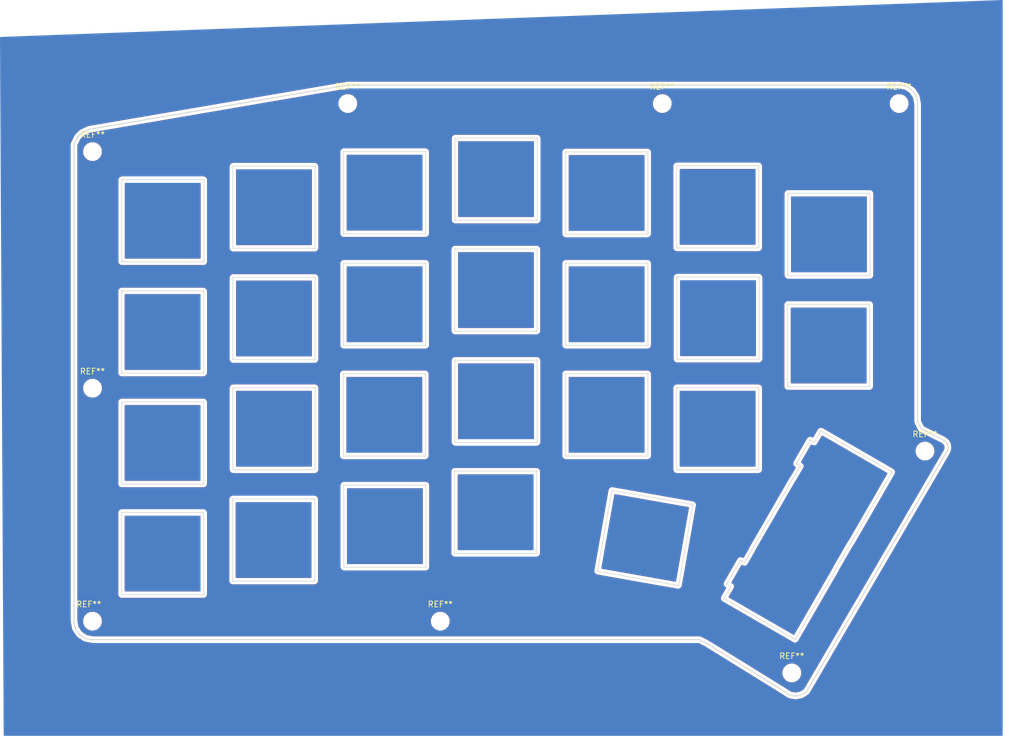
<source format=kicad_pcb>
(kicad_pcb (version 4) (host pcbnew 4.0.7)
  (layers (0 F.Cu signal) (31 B.Cu signal) (34 B.Paste user) (35 F.Paste user) (36 B.SilkS user) (37 F.SilkS user) (38 B.Mask user) (39 F.Mask user) (44 Edge.Cuts user))
  (net 0 "")
  (module Mounting_Holes:MountingHole_2.2mm_M2_DIN965 (layer F.Cu) (at 192.405 141.605)
    (fp_text reference REF** (at 0 -2.9) (layer F.SilkS))
    (fp_text value MountingHole_2.2mm_M2_DIN965)
    (pad 1 np_thru_hole circle (at 0 0) (size 2.2 2.2) (drill 2.2) (layers *.Cu *.Mask))
  )
  (module Mounting_Holes:MountingHole_2.2mm_M2_DIN965 (layer F.Cu) (at 215.265 103.505)
    (fp_text reference REF** (at 0 -2.9) (layer F.SilkS))
    (fp_text value MountingHole_2.2mm_M2_DIN965)
    (pad 1 np_thru_hole circle (at 0 0) (size 2.2 2.2) (drill 2.2) (layers *.Cu *.Mask))
  )
  (module Mounting_Holes:MountingHole_2.2mm_M2_DIN965 (layer F.Cu) (at 210.82 43.815)
    (fp_text reference REF** (at 0 -2.9) (layer F.SilkS))
    (fp_text value MountingHole_2.2mm_M2_DIN965)
    (pad 1 np_thru_hole circle (at 0 0) (size 2.2 2.2) (drill 2.2) (layers *.Cu *.Mask))
  )
  (module Mounting_Holes:MountingHole_2.2mm_M2_DIN965 (layer F.Cu) (at 72.39 132.715)
    (fp_text reference REF** (at -0.635 -2.9) (layer F.SilkS))
    (fp_text value MountingHole_2.2mm_M2_DIN965)
    (pad 1 np_thru_hole circle (at 0 0) (size 2.2 2.2) (drill 2.2) (layers *.Cu *.Mask))
  )
  (module Mounting_Holes:MountingHole_2.2mm_M2_DIN965 (layer F.Cu) (at 72.39 92.71)
    (fp_text reference REF** (at 0 -2.9) (layer F.SilkS))
    (fp_text value MountingHole_2.2mm_M2_DIN965)
    (pad 1 np_thru_hole circle (at 0 0) (size 2.2 2.2) (drill 2.2) (layers *.Cu *.Mask))
  )
  (module Mounting_Holes:MountingHole_2.2mm_M2_DIN965 (layer F.Cu) (at 72.39 52.07)
    (fp_text reference REF** (at 0 -2.9) (layer F.SilkS))
    (fp_text value MountingHole_2.2mm_M2_DIN965)
    (pad 1 np_thru_hole circle (at 0 0) (size 2.2 2.2) (drill 2.2) (layers *.Cu *.Mask))
  )
  (module Mounting_Holes:MountingHole_2.2mm_M2_DIN965 (layer F.Cu) (at 132.08 132.715)
    (fp_text reference REF** (at 0 -2.9) (layer F.SilkS))
    (fp_text value MountingHole_2.2mm_M2_DIN965)
    (pad 1 np_thru_hole circle (at 0 0) (size 2.2 2.2) (drill 2.2) (layers *.Cu *.Mask))
  )
  (module Mounting_Holes:MountingHole_2.2mm_M2_DIN965 (layer F.Cu) (at 170.18 43.815)
    (fp_text reference REF** (at 0 -2.9) (layer F.SilkS))
    (fp_text value MountingHole_2.2mm_M2_DIN965)
    (pad 1 np_thru_hole circle (at 0 0) (size 2.2 2.2) (drill 2.2) (layers *.Cu *.Mask))
  )
  (module Mounting_Holes:MountingHole_2.2mm_M2_DIN965 (layer F.Cu) (at 116.205 43.815)
    (fp_text reference REF** (at 0 -2.9) (layer F.SilkS))
    (fp_text value MountingHole_2.2mm_M2_DIN965)
    (pad 1 np_thru_hole circle (at 0 0) (size 2.2 2.2) (drill 2.2) (layers *.Cu *.Mask))
  )
  (gr_line (start 214.63 99.695) (end 215.9 100.33) (layer Edge.Cuts) (width 0.15))
  (gr_line (start 213.995 98.425) (end 214.63 99.695) (layer Edge.Cuts) (width 0.15))
  (gr_line (start 176.53 135.89) (end 175.895 135.89) (layer Edge.Cuts) (width 0.15))
  (gr_line (start 177.8 136.525) (end 176.53 135.89) (layer Edge.Cuts) (width 0.15))
  (gr_line (start 69.215 50.8) (end 69.215 60.96) (layer Edge.Cuts) (width 0.15))
  (gr_line (start 69.85 49.53) (end 69.215 50.8) (layer Edge.Cuts) (width 0.15))
  (gr_line (start 70.485 48.895) (end 69.85 49.53) (layer Edge.Cuts) (width 0.15))
  (gr_line (start 71.755 48.26) (end 70.485 48.895) (layer Edge.Cuts) (width 0.15))
  (gr_arc (start 210.82 43.815) (end 210.82 40.64) (angle 90) (layer Edge.Cuts) (width 0.15))
  (gr_line (start 213.995 45.085) (end 213.995 43.815) (layer Edge.Cuts) (width 0.15))
  (gr_line (start 72.39 135.89) (end 73.66 135.89) (layer Edge.Cuts) (width 0.15))
  (gr_line (start 69.215 131.445) (end 69.215 132.715) (layer Edge.Cuts) (width 0.15))
  (gr_arc (start 72.39 132.715) (end 72.39 135.89) (angle 90) (layer Edge.Cuts) (width 0.15))
  (gr_line (start 215.9 100.33) (end 218.44 101.6) (layer Edge.Cuts) (width 0.15))
  (gr_line (start 219.075 103.505) (end 194.945 144.78) (layer Edge.Cuts) (width 0.15))
  (gr_arc (start 217.805 102.87) (end 218.44 101.6) (angle 90) (layer Edge.Cuts) (width 0.15))
  (gr_line (start 213.995 98.425) (end 213.995 95.25) (layer Edge.Cuts) (width 0.15))
  (gr_line (start 213.995 45.085) (end 213.995 95.25) (layer Edge.Cuts) (width 0.15))
  (gr_arc (start 193.04 142.875) (end 194.945 144.78) (angle 90) (layer Edge.Cuts) (width 0.15))
  (gr_line (start 177.8 136.525) (end 191.135 144.78) (layer Edge.Cuts) (width 0.15))
  (gr_line (start 172.085 135.89) (end 175.895 135.89) (layer Edge.Cuts) (width 0.15))
  (gr_line (start 101.6 135.89) (end 172.085 135.89) (layer Edge.Cuts) (width 0.15))
  (gr_line (start 73.66 135.89) (end 101.6 135.89) (layer Edge.Cuts) (width 0.15))
  (gr_line (start 116.205 40.64) (end 210.82 40.64) (layer Edge.Cuts) (width 0.15))
  (gr_line (start 71.755 48.26) (end 116.205 40.64) (layer Edge.Cuts) (width 0.15))
  (gr_line (start 69.215 84.455) (end 69.215 60.96) (layer Edge.Cuts) (width 0.15))
  (gr_line (start 69.215 131.445) (end 69.215 84.455) (layer Edge.Cuts) (width 0.15))
  (gr_line (start 134.528 106.998) (end 134.53 106.992) (layer Edge.Cuts) (width 0.1))
  (gr_line (start 134.535 106.987) (end 134.538 106.981) (layer Edge.Cuts) (width 0.1))
  (gr_line (start 134.53 106.992) (end 134.535 106.987) (layer Edge.Cuts) (width 0.1))
  (gr_line (start 148.58 121.075) (end 148.573 121.075) (layer Edge.Cuts) (width 0.1))
  (gr_line (start 134.524 121.02) (end 134.521 121.014) (layer Edge.Cuts) (width 0.1))
  (gr_line (start 148.635 106.998) (end 148.638 107.004) (layer Edge.Cuts) (width 0.1))
  (gr_line (start 134.524 107.011) (end 134.525 107.004) (layer Edge.Cuts) (width 0.1))
  (gr_line (start 134.521 121.014) (end 134.521 121.007) (layer Edge.Cuts) (width 0.1))
  (gr_line (start 148.604 121.066) (end 148.598 121.069) (layer Edge.Cuts) (width 0.1))
  (gr_line (start 148.615 106.972) (end 148.62 106.977) (layer Edge.Cuts) (width 0.1))
  (gr_line (start 148.586 106.958) (end 148.592 106.959) (layer Edge.Cuts) (width 0.1))
  (gr_line (start 148.604 106.964) (end 148.61 106.969) (layer Edge.Cuts) (width 0.1))
  (gr_line (start 134.53 121.038) (end 134.528 121.032) (layer Edge.Cuts) (width 0.1))
  (gr_line (start 134.547 121.059) (end 134.543 121.054) (layer Edge.Cuts) (width 0.1))
  (gr_line (start 134.59 121.075) (end 134.583 121.075) (layer Edge.Cuts) (width 0.1))
  (gr_line (start 134.596 121.076) (end 134.59 121.075) (layer Edge.Cuts) (width 0.1))
  (gr_line (start 148.639 121.02) (end 148.638 121.026) (layer Edge.Cuts) (width 0.1))
  (gr_line (start 148.641 107.024) (end 148.643 107.03) (layer Edge.Cuts) (width 0.1))
  (gr_line (start 134.521 107.024) (end 134.521 107.017) (layer Edge.Cuts) (width 0.1))
  (gr_line (start 134.52 121) (end 134.52 107.03) (layer Edge.Cuts) (width 0.1))
  (gr_line (start 134.525 121.026) (end 134.524 121.02) (layer Edge.Cuts) (width 0.1))
  (gr_line (start 134.535 121.043) (end 134.53 121.038) (layer Edge.Cuts) (width 0.1))
  (gr_line (start 134.538 121.049) (end 134.535 121.043) (layer Edge.Cuts) (width 0.1))
  (gr_line (start 134.558 121.066) (end 134.553 121.062) (layer Edge.Cuts) (width 0.1))
  (gr_line (start 134.583 121.075) (end 134.577 121.073) (layer Edge.Cuts) (width 0.1))
  (gr_line (start 148.598 121.069) (end 148.592 121.072) (layer Edge.Cuts) (width 0.1))
  (gr_line (start 148.632 106.992) (end 148.635 106.998) (layer Edge.Cuts) (width 0.1))
  (gr_line (start 148.573 121.075) (end 148.566 121.076) (layer Edge.Cuts) (width 0.1))
  (gr_line (start 148.592 121.072) (end 148.586 121.073) (layer Edge.Cuts) (width 0.1))
  (gr_line (start 134.565 121.069) (end 134.558 121.066) (layer Edge.Cuts) (width 0.1))
  (gr_line (start 134.57 121.072) (end 134.565 121.069) (layer Edge.Cuts) (width 0.1))
  (gr_line (start 148.635 121.032) (end 148.632 121.038) (layer Edge.Cuts) (width 0.1))
  (gr_line (start 148.61 121.062) (end 148.604 121.066) (layer Edge.Cuts) (width 0.1))
  (gr_line (start 148.62 121.054) (end 148.615 121.059) (layer Edge.Cuts) (width 0.1))
  (gr_line (start 148.592 106.959) (end 148.598 106.962) (layer Edge.Cuts) (width 0.1))
  (gr_line (start 148.641 121.014) (end 148.639 121.02) (layer Edge.Cuts) (width 0.1))
  (gr_line (start 148.573 106.955) (end 148.58 106.955) (layer Edge.Cuts) (width 0.1))
  (gr_line (start 134.543 121.054) (end 134.538 121.049) (layer Edge.Cuts) (width 0.1))
  (gr_line (start 134.521 107.017) (end 134.524 107.011) (layer Edge.Cuts) (width 0.1))
  (gr_line (start 148.638 121.026) (end 148.635 121.032) (layer Edge.Cuts) (width 0.1))
  (gr_line (start 148.61 106.969) (end 148.615 106.972) (layer Edge.Cuts) (width 0.1))
  (gr_line (start 148.625 106.981) (end 148.628 106.987) (layer Edge.Cuts) (width 0.1))
  (gr_line (start 134.525 107.004) (end 134.528 106.998) (layer Edge.Cuts) (width 0.1))
  (gr_line (start 148.58 106.955) (end 148.586 106.958) (layer Edge.Cuts) (width 0.1))
  (gr_line (start 134.52 107.03) (end 134.521 107.024) (layer Edge.Cuts) (width 0.1))
  (gr_line (start 148.628 106.987) (end 148.632 106.992) (layer Edge.Cuts) (width 0.1))
  (gr_line (start 134.521 121.007) (end 134.52 121) (layer Edge.Cuts) (width 0.1))
  (gr_line (start 148.643 107.03) (end 148.643 121) (layer Edge.Cuts) (width 0.1))
  (gr_line (start 148.628 121.043) (end 148.625 121.049) (layer Edge.Cuts) (width 0.1))
  (gr_line (start 148.615 121.059) (end 148.61 121.062) (layer Edge.Cuts) (width 0.1))
  (gr_line (start 134.528 121.032) (end 134.525 121.026) (layer Edge.Cuts) (width 0.1))
  (gr_line (start 134.553 121.062) (end 134.547 121.059) (layer Edge.Cuts) (width 0.1))
  (gr_line (start 148.586 121.073) (end 148.58 121.075) (layer Edge.Cuts) (width 0.1))
  (gr_line (start 148.643 121) (end 148.641 121.007) (layer Edge.Cuts) (width 0.1))
  (gr_line (start 148.638 107.004) (end 148.639 107.011) (layer Edge.Cuts) (width 0.1))
  (gr_line (start 134.577 121.073) (end 134.57 121.072) (layer Edge.Cuts) (width 0.1))
  (gr_line (start 148.62 106.977) (end 148.625 106.981) (layer Edge.Cuts) (width 0.1))
  (gr_line (start 148.566 121.076) (end 134.596 121.076) (layer Edge.Cuts) (width 0.1))
  (gr_line (start 148.639 107.011) (end 148.641 107.017) (layer Edge.Cuts) (width 0.1))
  (gr_line (start 148.625 121.049) (end 148.62 121.054) (layer Edge.Cuts) (width 0.1))
  (gr_line (start 148.632 121.038) (end 148.628 121.043) (layer Edge.Cuts) (width 0.1))
  (gr_line (start 148.641 121.007) (end 148.641 121.014) (layer Edge.Cuts) (width 0.1))
  (gr_line (start 148.641 107.017) (end 148.641 107.024) (layer Edge.Cuts) (width 0.1))
  (gr_line (start 148.598 106.962) (end 148.604 106.964) (layer Edge.Cuts) (width 0.1))
  (gr_line (start 153.573 71.2942) (end 153.576 71.288) (layer Edge.Cuts) (width 0.1))
  (gr_line (start 153.572 85.2775) (end 153.572 71.3075) (layer Edge.Cuts) (width 0.1))
  (gr_line (start 153.587 85.3207) (end 153.583 85.3156) (layer Edge.Cuts) (width 0.1))
  (gr_line (start 153.577 85.3035) (end 153.576 85.297) (layer Edge.Cuts) (width 0.1))
  (gr_line (start 167.662 85.3392) (end 167.657 85.3435) (layer Edge.Cuts) (width 0.1))
  (gr_line (start 167.65 71.2392) (end 167.657 71.2415) (layer Edge.Cuts) (width 0.1))
  (gr_line (start 153.58 85.3093) (end 153.577 85.3035) (layer Edge.Cuts) (width 0.1))
  (gr_line (start 153.59 85.3264) (end 153.587 85.3207) (layer Edge.Cuts) (width 0.1))
  (gr_line (start 153.595 85.3307) (end 153.59 85.3264) (layer Edge.Cuts) (width 0.1))
  (gr_line (start 153.605 85.3392) (end 153.6 85.3358) (layer Edge.Cuts) (width 0.1))
  (gr_line (start 153.6 85.3358) (end 153.595 85.3307) (layer Edge.Cuts) (width 0.1))
  (gr_line (start 167.694 85.284) (end 167.694 85.2907) (layer Edge.Cuts) (width 0.1))
  (gr_line (start 167.677 85.3264) (end 167.672 85.3307) (layer Edge.Cuts) (width 0.1))
  (gr_line (start 153.61 85.3435) (end 153.605 85.3392) (layer Edge.Cuts) (width 0.1))
  (gr_line (start 153.622 85.3491) (end 153.617 85.3457) (layer Edge.Cuts) (width 0.1))
  (gr_line (start 167.638 71.2347) (end 167.645 71.2359) (layer Edge.Cuts) (width 0.1))
  (gr_line (start 153.649 85.3537) (end 153.642 85.3525) (layer Edge.Cuts) (width 0.1))
  (gr_line (start 167.672 85.3307) (end 167.668 85.3358) (layer Edge.Cuts) (width 0.1))
  (gr_line (start 167.694 71.2942) (end 167.694 71.3009) (layer Edge.Cuts) (width 0.1))
  (gr_line (start 153.635 85.3525) (end 153.629 85.3502) (layer Edge.Cuts) (width 0.1))
  (gr_line (start 167.619 85.3537) (end 153.649 85.3537) (layer Edge.Cuts) (width 0.1))
  (gr_line (start 167.69 85.3035) (end 167.687 85.3093) (layer Edge.Cuts) (width 0.1))
  (gr_line (start 167.645 85.3491) (end 167.638 85.3502) (layer Edge.Cuts) (width 0.1))
  (gr_line (start 167.685 85.3156) (end 167.68 85.3207) (layer Edge.Cuts) (width 0.1))
  (gr_line (start 167.695 85.2775) (end 167.694 85.284) (layer Edge.Cuts) (width 0.1))
  (gr_line (start 167.657 71.2415) (end 167.662 71.2458) (layer Edge.Cuts) (width 0.1))
  (gr_line (start 167.68 71.2643) (end 167.685 71.2694) (layer Edge.Cuts) (width 0.1))
  (gr_line (start 167.69 71.2814) (end 167.691 71.288) (layer Edge.Cuts) (width 0.1))
  (gr_line (start 167.632 71.2324) (end 167.638 71.2347) (layer Edge.Cuts) (width 0.1))
  (gr_line (start 167.645 71.2359) (end 167.65 71.2392) (layer Edge.Cuts) (width 0.1))
  (gr_line (start 167.625 85.3525) (end 167.619 85.3537) (layer Edge.Cuts) (width 0.1))
  (gr_line (start 167.632 85.3525) (end 167.625 85.3525) (layer Edge.Cuts) (width 0.1))
  (gr_line (start 167.672 71.2542) (end 167.677 71.2585) (layer Edge.Cuts) (width 0.1))
  (gr_line (start 167.657 85.3435) (end 167.65 85.3457) (layer Edge.Cuts) (width 0.1))
  (gr_line (start 167.694 85.2907) (end 167.691 85.297) (layer Edge.Cuts) (width 0.1))
  (gr_line (start 167.668 71.2491) (end 167.672 71.2542) (layer Edge.Cuts) (width 0.1))
  (gr_line (start 167.685 71.2694) (end 167.687 71.2756) (layer Edge.Cuts) (width 0.1))
  (gr_line (start 167.691 85.297) (end 167.69 85.3035) (layer Edge.Cuts) (width 0.1))
  (gr_line (start 153.587 71.2643) (end 153.59 71.2585) (layer Edge.Cuts) (width 0.1))
  (gr_line (start 153.583 71.2694) (end 153.587 71.2643) (layer Edge.Cuts) (width 0.1))
  (gr_line (start 153.573 85.2907) (end 153.573 85.284) (layer Edge.Cuts) (width 0.1))
  (gr_line (start 153.642 85.3525) (end 153.635 85.3525) (layer Edge.Cuts) (width 0.1))
  (gr_line (start 153.58 71.2756) (end 153.583 71.2694) (layer Edge.Cuts) (width 0.1))
  (gr_line (start 153.576 85.297) (end 153.573 85.2907) (layer Edge.Cuts) (width 0.1))
  (gr_line (start 167.695 71.3075) (end 167.695 85.2775) (layer Edge.Cuts) (width 0.1))
  (gr_line (start 153.573 71.3009) (end 153.573 71.2942) (layer Edge.Cuts) (width 0.1))
  (gr_line (start 167.68 85.3207) (end 167.677 85.3264) (layer Edge.Cuts) (width 0.1))
  (gr_line (start 167.638 85.3502) (end 167.632 85.3525) (layer Edge.Cuts) (width 0.1))
  (gr_line (start 153.629 85.3502) (end 153.622 85.3491) (layer Edge.Cuts) (width 0.1))
  (gr_line (start 167.625 71.2324) (end 167.632 71.2324) (layer Edge.Cuts) (width 0.1))
  (gr_line (start 167.662 71.2458) (end 167.668 71.2491) (layer Edge.Cuts) (width 0.1))
  (gr_line (start 153.577 71.2814) (end 153.58 71.2756) (layer Edge.Cuts) (width 0.1))
  (gr_line (start 153.572 71.3075) (end 153.573 71.3009) (layer Edge.Cuts) (width 0.1))
  (gr_line (start 167.687 85.3093) (end 167.685 85.3156) (layer Edge.Cuts) (width 0.1))
  (gr_line (start 153.583 85.3156) (end 153.58 85.3093) (layer Edge.Cuts) (width 0.1))
  (gr_line (start 167.668 85.3358) (end 167.662 85.3392) (layer Edge.Cuts) (width 0.1))
  (gr_line (start 167.687 71.2756) (end 167.69 71.2814) (layer Edge.Cuts) (width 0.1))
  (gr_line (start 153.573 85.284) (end 153.572 85.2775) (layer Edge.Cuts) (width 0.1))
  (gr_line (start 153.576 71.288) (end 153.577 71.2814) (layer Edge.Cuts) (width 0.1))
  (gr_line (start 153.617 85.3457) (end 153.61 85.3435) (layer Edge.Cuts) (width 0.1))
  (gr_line (start 167.65 85.3457) (end 167.645 85.3491) (layer Edge.Cuts) (width 0.1))
  (gr_line (start 167.694 71.3009) (end 167.695 71.3075) (layer Edge.Cuts) (width 0.1))
  (gr_line (start 167.677 71.2585) (end 167.68 71.2643) (layer Edge.Cuts) (width 0.1))
  (gr_line (start 167.691 71.288) (end 167.694 71.2942) (layer Edge.Cuts) (width 0.1))
  (gr_line (start 115.476 71.2756) (end 115.478 71.2694) (layer Edge.Cuts) (width 0.1))
  (gr_line (start 115.476 85.3093) (end 115.473 85.3035) (layer Edge.Cuts) (width 0.1))
  (gr_line (start 115.518 71.2359) (end 115.525 71.2347) (layer Edge.Cuts) (width 0.1))
  (gr_line (start 115.501 71.2458) (end 115.506 71.2415) (layer Edge.Cuts) (width 0.1))
  (gr_line (start 115.473 71.2814) (end 115.476 71.2756) (layer Edge.Cuts) (width 0.1))
  (gr_line (start 129.567 85.3307) (end 129.563 85.3358) (layer Edge.Cuts) (width 0.1))
  (gr_line (start 115.486 71.2585) (end 115.491 71.2542) (layer Edge.Cuts) (width 0.1))
  (gr_line (start 115.478 85.3156) (end 115.476 85.3093) (layer Edge.Cuts) (width 0.1))
  (gr_line (start 115.486 85.3264) (end 115.482 85.3207) (layer Edge.Cuts) (width 0.1))
  (gr_line (start 129.54 85.3491) (end 129.534 85.3502) (layer Edge.Cuts) (width 0.1))
  (gr_line (start 129.514 85.3537) (end 115.544 85.3537) (layer Edge.Cuts) (width 0.1))
  (gr_line (start 129.586 85.3035) (end 129.582 85.3093) (layer Edge.Cuts) (width 0.1))
  (gr_line (start 115.501 85.3392) (end 115.495 85.3358) (layer Edge.Cuts) (width 0.1))
  (gr_line (start 115.469 85.284) (end 115.468 85.2775) (layer Edge.Cuts) (width 0.1))
  (gr_line (start 129.534 85.3502) (end 129.527 85.3525) (layer Edge.Cuts) (width 0.1))
  (gr_line (start 115.495 71.2491) (end 115.501 71.2458) (layer Edge.Cuts) (width 0.1))
  (gr_line (start 115.469 85.2907) (end 115.469 85.284) (layer Edge.Cuts) (width 0.1))
  (gr_line (start 115.518 85.3491) (end 115.512 85.3457) (layer Edge.Cuts) (width 0.1))
  (gr_line (start 129.573 85.3264) (end 129.567 85.3307) (layer Edge.Cuts) (width 0.1))
  (gr_line (start 129.557 85.3392) (end 129.552 85.3435) (layer Edge.Cuts) (width 0.1))
  (gr_line (start 115.469 71.2942) (end 115.471 71.288) (layer Edge.Cuts) (width 0.1))
  (gr_line (start 129.546 85.3457) (end 129.54 85.3491) (layer Edge.Cuts) (width 0.1))
  (gr_line (start 115.471 71.288) (end 115.473 71.2814) (layer Edge.Cuts) (width 0.1))
  (gr_line (start 115.469 71.3009) (end 115.469 71.2942) (layer Edge.Cuts) (width 0.1))
  (gr_line (start 129.552 85.3435) (end 129.546 85.3457) (layer Edge.Cuts) (width 0.1))
  (gr_line (start 129.589 85.284) (end 129.589 85.2907) (layer Edge.Cuts) (width 0.1))
  (gr_line (start 115.512 85.3457) (end 115.506 85.3435) (layer Edge.Cuts) (width 0.1))
  (gr_line (start 129.527 85.3525) (end 129.521 85.3525) (layer Edge.Cuts) (width 0.1))
  (gr_line (start 129.58 85.3156) (end 129.576 85.3207) (layer Edge.Cuts) (width 0.1))
  (gr_line (start 129.514 71.2313) (end 129.521 71.2324) (layer Edge.Cuts) (width 0.1))
  (gr_line (start 129.589 85.2907) (end 129.587 85.297) (layer Edge.Cuts) (width 0.1))
  (gr_line (start 129.576 85.3207) (end 129.573 85.3264) (layer Edge.Cuts) (width 0.1))
  (gr_line (start 115.468 71.3075) (end 115.469 71.3009) (layer Edge.Cuts) (width 0.1))
  (gr_line (start 115.525 85.3502) (end 115.518 85.3491) (layer Edge.Cuts) (width 0.1))
  (gr_line (start 129.589 71.3009) (end 129.59 71.3075) (layer Edge.Cuts) (width 0.1))
  (gr_line (start 129.582 85.3093) (end 129.58 85.3156) (layer Edge.Cuts) (width 0.1))
  (gr_line (start 115.544 71.2313) (end 129.514 71.2313) (layer Edge.Cuts) (width 0.1))
  (gr_line (start 115.512 71.2392) (end 115.518 71.2359) (layer Edge.Cuts) (width 0.1))
  (gr_line (start 115.491 85.3307) (end 115.486 85.3264) (layer Edge.Cuts) (width 0.1))
  (gr_line (start 129.59 71.3075) (end 129.59 85.2775) (layer Edge.Cuts) (width 0.1))
  (gr_line (start 115.525 71.2347) (end 115.531 71.2324) (layer Edge.Cuts) (width 0.1))
  (gr_line (start 115.478 71.2694) (end 115.482 71.2643) (layer Edge.Cuts) (width 0.1))
  (gr_line (start 115.506 71.2415) (end 115.512 71.2392) (layer Edge.Cuts) (width 0.1))
  (gr_line (start 115.482 85.3207) (end 115.478 85.3156) (layer Edge.Cuts) (width 0.1))
  (gr_line (start 115.538 85.3525) (end 115.531 85.3525) (layer Edge.Cuts) (width 0.1))
  (gr_line (start 129.587 85.297) (end 129.586 85.3035) (layer Edge.Cuts) (width 0.1))
  (gr_line (start 115.471 85.297) (end 115.469 85.2907) (layer Edge.Cuts) (width 0.1))
  (gr_line (start 115.538 71.2324) (end 115.544 71.2313) (layer Edge.Cuts) (width 0.1))
  (gr_line (start 115.491 71.2542) (end 115.495 71.2491) (layer Edge.Cuts) (width 0.1))
  (gr_line (start 115.468 85.2775) (end 115.468 71.3075) (layer Edge.Cuts) (width 0.1))
  (gr_line (start 115.495 85.3358) (end 115.491 85.3307) (layer Edge.Cuts) (width 0.1))
  (gr_line (start 115.506 85.3435) (end 115.501 85.3392) (layer Edge.Cuts) (width 0.1))
  (gr_line (start 115.544 85.3537) (end 115.538 85.3525) (layer Edge.Cuts) (width 0.1))
  (gr_line (start 115.531 85.3525) (end 115.525 85.3502) (layer Edge.Cuts) (width 0.1))
  (gr_line (start 129.521 85.3525) (end 129.514 85.3537) (layer Edge.Cuts) (width 0.1))
  (gr_line (start 115.531 71.2324) (end 115.538 71.2324) (layer Edge.Cuts) (width 0.1))
  (gr_line (start 115.482 71.2643) (end 115.486 71.2585) (layer Edge.Cuts) (width 0.1))
  (gr_line (start 115.473 85.3035) (end 115.471 85.297) (layer Edge.Cuts) (width 0.1))
  (gr_line (start 129.59 85.2775) (end 129.589 85.284) (layer Edge.Cuts) (width 0.1))
  (gr_line (start 129.563 85.3358) (end 129.557 85.3392) (layer Edge.Cuts) (width 0.1))
  (gr_line (start 172.728 87.7273) (end 172.722 87.725) (layer Edge.Cuts) (width 0.1))
  (gr_line (start 172.747 73.6139) (end 172.754 73.6139) (layer Edge.Cuts) (width 0.1))
  (gr_line (start 172.684 73.689) (end 172.685 73.6824) (layer Edge.Cuts) (width 0.1))
  (gr_line (start 129.563 71.2491) (end 129.567 71.2542) (layer Edge.Cuts) (width 0.1))
  (gr_line (start 172.689 73.6629) (end 172.692 73.6572) (layer Edge.Cuts) (width 0.1))
  (gr_line (start 172.684 87.659) (end 172.684 73.689) (layer Edge.Cuts) (width 0.1))
  (gr_line (start 172.685 87.6722) (end 172.685 87.6656) (layer Edge.Cuts) (width 0.1))
  (gr_line (start 129.557 71.2458) (end 129.563 71.2491) (layer Edge.Cuts) (width 0.1))
  (gr_line (start 172.702 73.64) (end 172.707 73.6357) (layer Edge.Cuts) (width 0.1))
  (gr_line (start 172.687 73.6695) (end 172.689 73.6629) (layer Edge.Cuts) (width 0.1))
  (gr_line (start 129.552 71.2415) (end 129.557 71.2458) (layer Edge.Cuts) (width 0.1))
  (gr_line (start 172.685 73.6824) (end 172.685 73.6758) (layer Edge.Cuts) (width 0.1))
  (gr_line (start 129.546 71.2392) (end 129.552 71.2415) (layer Edge.Cuts) (width 0.1))
  (gr_line (start 129.527 71.2324) (end 129.534 71.2347) (layer Edge.Cuts) (width 0.1))
  (gr_line (start 129.521 71.2324) (end 129.527 71.2324) (layer Edge.Cuts) (width 0.1))
  (gr_line (start 172.699 87.7022) (end 172.694 87.6971) (layer Edge.Cuts) (width 0.1))
  (gr_line (start 172.699 73.6458) (end 172.702 73.64) (layer Edge.Cuts) (width 0.1))
  (gr_line (start 172.741 87.7318) (end 172.734 87.7306) (layer Edge.Cuts) (width 0.1))
  (gr_line (start 186.73 73.6128) (end 186.737 73.6139) (layer Edge.Cuts) (width 0.1))
  (gr_line (start 172.722 73.623) (end 172.728 73.6207) (layer Edge.Cuts) (width 0.1))
  (gr_line (start 172.717 73.6273) (end 172.722 73.623) (layer Edge.Cuts) (width 0.1))
  (gr_line (start 172.707 73.6357) (end 172.711 73.6306) (layer Edge.Cuts) (width 0.1))
  (gr_line (start 172.707 87.7123) (end 172.702 87.708) (layer Edge.Cuts) (width 0.1))
  (gr_line (start 186.73 87.7352) (end 172.76 87.7352) (layer Edge.Cuts) (width 0.1))
  (gr_line (start 172.76 87.7352) (end 172.754 87.734) (layer Edge.Cuts) (width 0.1))
  (gr_line (start 172.694 73.6509) (end 172.699 73.6458) (layer Edge.Cuts) (width 0.1))
  (gr_line (start 172.692 87.6908) (end 172.689 87.6851) (layer Edge.Cuts) (width 0.1))
  (gr_line (start 172.702 87.708) (end 172.699 87.7022) (layer Edge.Cuts) (width 0.1))
  (gr_line (start 172.747 87.734) (end 172.741 87.7318) (layer Edge.Cuts) (width 0.1))
  (gr_line (start 172.76 73.6128) (end 186.73 73.6128) (layer Edge.Cuts) (width 0.1))
  (gr_line (start 172.741 73.6162) (end 172.747 73.6139) (layer Edge.Cuts) (width 0.1))
  (gr_line (start 172.734 73.6174) (end 172.741 73.6162) (layer Edge.Cuts) (width 0.1))
  (gr_line (start 172.722 87.725) (end 172.717 87.7207) (layer Edge.Cuts) (width 0.1))
  (gr_line (start 186.743 87.734) (end 186.737 87.734) (layer Edge.Cuts) (width 0.1))
  (gr_line (start 172.689 87.6851) (end 172.687 87.6785) (layer Edge.Cuts) (width 0.1))
  (gr_line (start 172.692 73.6572) (end 172.694 73.6509) (layer Edge.Cuts) (width 0.1))
  (gr_line (start 172.711 87.7174) (end 172.707 87.7123) (layer Edge.Cuts) (width 0.1))
  (gr_line (start 172.717 87.7207) (end 172.711 87.7174) (layer Edge.Cuts) (width 0.1))
  (gr_line (start 186.75 87.7318) (end 186.743 87.734) (layer Edge.Cuts) (width 0.1))
  (gr_line (start 129.589 71.2942) (end 129.589 71.3009) (layer Edge.Cuts) (width 0.1))
  (gr_line (start 186.737 87.734) (end 186.73 87.7352) (layer Edge.Cuts) (width 0.1))
  (gr_line (start 129.587 71.288) (end 129.589 71.2942) (layer Edge.Cuts) (width 0.1))
  (gr_line (start 129.576 71.2643) (end 129.58 71.2694) (layer Edge.Cuts) (width 0.1))
  (gr_line (start 172.754 87.734) (end 172.747 87.734) (layer Edge.Cuts) (width 0.1))
  (gr_line (start 129.58 71.2694) (end 129.582 71.2756) (layer Edge.Cuts) (width 0.1))
  (gr_line (start 129.586 71.2814) (end 129.587 71.288) (layer Edge.Cuts) (width 0.1))
  (gr_line (start 129.573 71.2585) (end 129.576 71.2643) (layer Edge.Cuts) (width 0.1))
  (gr_line (start 129.534 71.2347) (end 129.54 71.2359) (layer Edge.Cuts) (width 0.1))
  (gr_line (start 172.734 87.7306) (end 172.728 87.7273) (layer Edge.Cuts) (width 0.1))
  (gr_line (start 172.754 73.6139) (end 172.76 73.6128) (layer Edge.Cuts) (width 0.1))
  (gr_line (start 172.685 73.6758) (end 172.687 73.6695) (layer Edge.Cuts) (width 0.1))
  (gr_line (start 172.687 87.6785) (end 172.685 87.6722) (layer Edge.Cuts) (width 0.1))
  (gr_line (start 129.582 71.2756) (end 129.586 71.2814) (layer Edge.Cuts) (width 0.1))
  (gr_line (start 186.756 87.7306) (end 186.75 87.7318) (layer Edge.Cuts) (width 0.1))
  (gr_line (start 129.54 71.2359) (end 129.546 71.2392) (layer Edge.Cuts) (width 0.1))
  (gr_line (start 172.728 73.6207) (end 172.734 73.6174) (layer Edge.Cuts) (width 0.1))
  (gr_line (start 172.685 87.6656) (end 172.684 87.659) (layer Edge.Cuts) (width 0.1))
  (gr_line (start 172.694 87.6971) (end 172.692 87.6908) (layer Edge.Cuts) (width 0.1))
  (gr_line (start 129.567 71.2542) (end 129.573 71.2585) (layer Edge.Cuts) (width 0.1))
  (gr_line (start 172.711 73.6306) (end 172.717 73.6273) (layer Edge.Cuts) (width 0.1))
  (gr_line (start 96.4754 73.7485) (end 96.4765 73.742) (layer Edge.Cuts) (width 0.1))
  (gr_line (start 96.4899 87.7617) (end 96.4856 87.7566) (layer Edge.Cuts) (width 0.1))
  (gr_line (start 186.796 87.6971) (end 186.792 87.7022) (layer Edge.Cuts) (width 0.1))
  (gr_line (start 186.806 87.659) (end 186.805 87.6656) (layer Edge.Cuts) (width 0.1))
  (gr_line (start 186.806 73.689) (end 186.806 87.659) (layer Edge.Cuts) (width 0.1))
  (gr_line (start 186.803 73.6695) (end 186.805 73.6758) (layer Edge.Cuts) (width 0.1))
  (gr_line (start 186.798 73.6572) (end 186.802 73.6629) (layer Edge.Cuts) (width 0.1))
  (gr_line (start 186.75 73.6162) (end 186.756 73.6174) (layer Edge.Cuts) (width 0.1))
  (gr_line (start 186.792 73.6458) (end 186.796 73.6509) (layer Edge.Cuts) (width 0.1))
  (gr_line (start 186.783 73.6357) (end 186.789 73.64) (layer Edge.Cuts) (width 0.1))
  (gr_line (start 186.768 73.623) (end 186.773 73.6273) (layer Edge.Cuts) (width 0.1))
  (gr_line (start 186.756 73.6174) (end 186.762 73.6207) (layer Edge.Cuts) (width 0.1))
  (gr_line (start 96.5383 73.6735) (end 96.545 73.6735) (layer Edge.Cuts) (width 0.1))
  (gr_line (start 96.4788 73.729) (end 96.48 73.7225) (layer Edge.Cuts) (width 0.1))
  (gr_line (start 96.4765 73.742) (end 96.4765 73.7353) (layer Edge.Cuts) (width 0.1))
  (gr_line (start 96.4833 87.7504) (end 96.48 87.7446) (layer Edge.Cuts) (width 0.1))
  (gr_line (start 96.5255 73.6769) (end 96.5321 73.6758) (layer Edge.Cuts) (width 0.1))
  (gr_line (start 110.522 73.6723) (end 110.528 73.6735) (layer Edge.Cuts) (width 0.1))
  (gr_line (start 96.5197 73.6803) (end 96.5255 73.6769) (layer Edge.Cuts) (width 0.1))
  (gr_line (start 96.4765 87.7251) (end 96.4754 87.7185) (layer Edge.Cuts) (width 0.1))
  (gr_line (start 186.805 87.6722) (end 186.803 87.6785) (layer Edge.Cuts) (width 0.1))
  (gr_line (start 186.805 73.6824) (end 186.806 73.689) (layer Edge.Cuts) (width 0.1))
  (gr_line (start 186.773 73.6273) (end 186.779 73.6306) (layer Edge.Cuts) (width 0.1))
  (gr_line (start 96.4932 73.6995) (end 96.4983 73.6953) (layer Edge.Cuts) (width 0.1))
  (gr_line (start 96.4899 73.7053) (end 96.4932 73.6995) (layer Edge.Cuts) (width 0.1))
  (gr_line (start 96.5084 73.6868) (end 96.5135 73.6825) (layer Edge.Cuts) (width 0.1))
  (gr_line (start 186.762 73.6207) (end 186.768 73.623) (layer Edge.Cuts) (width 0.1))
  (gr_line (start 186.737 73.6139) (end 186.743 73.6139) (layer Edge.Cuts) (width 0.1))
  (gr_line (start 96.4983 73.6953) (end 96.5026 73.6902) (layer Edge.Cuts) (width 0.1))
  (gr_line (start 96.4856 87.7566) (end 96.4833 87.7504) (layer Edge.Cuts) (width 0.1))
  (gr_line (start 96.4788 87.738) (end 96.4765 87.7318) (layer Edge.Cuts) (width 0.1))
  (gr_line (start 186.743 73.6139) (end 186.75 73.6162) (layer Edge.Cuts) (width 0.1))
  (gr_line (start 96.48 73.7225) (end 96.4833 73.7167) (layer Edge.Cuts) (width 0.1))
  (gr_line (start 186.762 87.7273) (end 186.756 87.7306) (layer Edge.Cuts) (width 0.1))
  (gr_line (start 186.779 87.7174) (end 186.773 87.7207) (layer Edge.Cuts) (width 0.1))
  (gr_line (start 186.802 87.6851) (end 186.798 87.6908) (layer Edge.Cuts) (width 0.1))
  (gr_line (start 186.803 87.6785) (end 186.802 87.6851) (layer Edge.Cuts) (width 0.1))
  (gr_line (start 96.5321 73.6758) (end 96.5383 73.6735) (layer Edge.Cuts) (width 0.1))
  (gr_line (start 186.789 73.64) (end 186.792 73.6458) (layer Edge.Cuts) (width 0.1))
  (gr_line (start 186.779 73.6306) (end 186.783 73.6357) (layer Edge.Cuts) (width 0.1))
  (gr_line (start 96.5135 73.6825) (end 96.5197 73.6803) (layer Edge.Cuts) (width 0.1))
  (gr_line (start 186.768 87.725) (end 186.762 87.7273) (layer Edge.Cuts) (width 0.1))
  (gr_line (start 186.773 87.7207) (end 186.768 87.725) (layer Edge.Cuts) (width 0.1))
  (gr_line (start 186.783 87.7123) (end 186.779 87.7174) (layer Edge.Cuts) (width 0.1))
  (gr_line (start 96.5026 73.6902) (end 96.5084 73.6868) (layer Edge.Cuts) (width 0.1))
  (gr_line (start 96.4754 87.7185) (end 96.4754 73.7485) (layer Edge.Cuts) (width 0.1))
  (gr_line (start 186.789 87.708) (end 186.783 87.7123) (layer Edge.Cuts) (width 0.1))
  (gr_line (start 186.792 87.7022) (end 186.789 87.708) (layer Edge.Cuts) (width 0.1))
  (gr_line (start 96.48 87.7446) (end 96.4788 87.738) (layer Edge.Cuts) (width 0.1))
  (gr_line (start 186.798 87.6908) (end 186.796 87.6971) (layer Edge.Cuts) (width 0.1))
  (gr_line (start 96.4856 73.7104) (end 96.4899 73.7053) (layer Edge.Cuts) (width 0.1))
  (gr_line (start 96.4833 73.7167) (end 96.4856 73.7104) (layer Edge.Cuts) (width 0.1))
  (gr_line (start 96.5516 73.6723) (end 110.522 73.6723) (layer Edge.Cuts) (width 0.1))
  (gr_line (start 96.4765 73.7353) (end 96.4788 73.729) (layer Edge.Cuts) (width 0.1))
  (gr_line (start 186.805 73.6758) (end 186.805 73.6824) (layer Edge.Cuts) (width 0.1))
  (gr_line (start 186.796 73.6509) (end 186.798 73.6572) (layer Edge.Cuts) (width 0.1))
  (gr_line (start 186.805 87.6656) (end 186.805 87.6722) (layer Edge.Cuts) (width 0.1))
  (gr_line (start 186.802 73.6629) (end 186.803 73.6695) (layer Edge.Cuts) (width 0.1))
  (gr_line (start 96.545 73.6735) (end 96.5516 73.6723) (layer Edge.Cuts) (width 0.1))
  (gr_line (start 96.4765 87.7318) (end 96.4765 87.7251) (layer Edge.Cuts) (width 0.1))
  (gr_line (start 77.4138 75.9989) (end 77.4204 75.9977) (layer Edge.Cuts) (width 0.1))
  (gr_line (start 110.583 87.7617) (end 110.58 87.7675) (layer Edge.Cuts) (width 0.1))
  (gr_line (start 96.5197 87.7868) (end 96.5135 87.7845) (layer Edge.Cuts) (width 0.1))
  (gr_line (start 96.5383 87.7936) (end 96.5321 87.7913) (layer Edge.Cuts) (width 0.1))
  (gr_line (start 96.5255 87.7901) (end 96.5197 87.7868) (layer Edge.Cuts) (width 0.1))
  (gr_line (start 110.575 73.6953) (end 110.58 73.6995) (layer Edge.Cuts) (width 0.1))
  (gr_line (start 110.56 73.6825) (end 110.565 73.6868) (layer Edge.Cuts) (width 0.1))
  (gr_line (start 110.528 87.7936) (end 110.522 87.7947) (layer Edge.Cuts) (width 0.1))
  (gr_line (start 110.594 87.738) (end 110.593 87.7446) (layer Edge.Cuts) (width 0.1))
  (gr_line (start 96.545 87.7936) (end 96.5383 87.7936) (layer Edge.Cuts) (width 0.1))
  (gr_line (start 110.522 87.7947) (end 96.5516 87.7947) (layer Edge.Cuts) (width 0.1))
  (gr_line (start 96.5516 87.7947) (end 96.545 87.7936) (layer Edge.Cuts) (width 0.1))
  (gr_line (start 77.3909 76.0121) (end 77.3967 76.0088) (layer Edge.Cuts) (width 0.1))
  (gr_line (start 110.598 87.7185) (end 110.597 87.7251) (layer Edge.Cuts) (width 0.1))
  (gr_line (start 110.593 73.7225) (end 110.594 73.729) (layer Edge.Cuts) (width 0.1))
  (gr_line (start 110.553 73.6803) (end 110.56 73.6825) (layer Edge.Cuts) (width 0.1))
  (gr_line (start 110.565 87.7802) (end 110.56 87.7845) (layer Edge.Cuts) (width 0.1))
  (gr_line (start 110.597 87.7251) (end 110.597 87.7318) (layer Edge.Cuts) (width 0.1))
  (gr_line (start 110.588 87.7566) (end 110.583 87.7617) (layer Edge.Cuts) (width 0.1))
  (gr_line (start 110.58 87.7675) (end 110.575 87.7718) (layer Edge.Cuts) (width 0.1))
  (gr_line (start 110.571 73.6902) (end 110.575 73.6953) (layer Edge.Cuts) (width 0.1))
  (gr_line (start 110.565 73.6868) (end 110.571 73.6902) (layer Edge.Cuts) (width 0.1))
  (gr_line (start 110.594 73.729) (end 110.597 73.7353) (layer Edge.Cuts) (width 0.1))
  (gr_line (start 77.4204 75.9977) (end 77.4267 75.9955) (layer Edge.Cuts) (width 0.1))
  (gr_line (start 110.528 73.6735) (end 110.535 73.6735) (layer Edge.Cuts) (width 0.1))
  (gr_line (start 77.4399 75.9943) (end 91.4099 75.9943) (layer Edge.Cuts) (width 0.1))
  (gr_line (start 110.58 73.6995) (end 110.583 73.7053) (layer Edge.Cuts) (width 0.1))
  (gr_line (start 77.408 76.0022) (end 77.4138 75.9989) (layer Edge.Cuts) (width 0.1))
  (gr_line (start 110.535 87.7936) (end 110.528 87.7936) (layer Edge.Cuts) (width 0.1))
  (gr_line (start 110.588 73.7104) (end 110.59 73.7167) (layer Edge.Cuts) (width 0.1))
  (gr_line (start 110.541 73.6758) (end 110.548 73.6769) (layer Edge.Cuts) (width 0.1))
  (gr_line (start 110.535 73.6735) (end 110.541 73.6758) (layer Edge.Cuts) (width 0.1))
  (gr_line (start 110.553 87.7868) (end 110.548 87.7901) (layer Edge.Cuts) (width 0.1))
  (gr_line (start 110.571 87.7769) (end 110.565 87.7802) (layer Edge.Cuts) (width 0.1))
  (gr_line (start 110.56 87.7845) (end 110.553 87.7868) (layer Edge.Cuts) (width 0.1))
  (gr_line (start 110.597 87.7318) (end 110.594 87.738) (layer Edge.Cuts) (width 0.1))
  (gr_line (start 110.583 73.7053) (end 110.588 73.7104) (layer Edge.Cuts) (width 0.1))
  (gr_line (start 110.598 73.7485) (end 110.598 87.7185) (layer Edge.Cuts) (width 0.1))
  (gr_line (start 77.4018 76.0045) (end 77.408 76.0022) (layer Edge.Cuts) (width 0.1))
  (gr_line (start 110.548 73.6769) (end 110.553 73.6803) (layer Edge.Cuts) (width 0.1))
  (gr_line (start 110.597 73.742) (end 110.598 73.7485) (layer Edge.Cuts) (width 0.1))
  (gr_line (start 91.4099 75.9943) (end 91.4165 75.9955) (layer Edge.Cuts) (width 0.1))
  (gr_line (start 110.548 87.7901) (end 110.541 87.7913) (layer Edge.Cuts) (width 0.1))
  (gr_line (start 110.59 73.7167) (end 110.593 73.7225) (layer Edge.Cuts) (width 0.1))
  (gr_line (start 77.4267 75.9955) (end 77.4333 75.9955) (layer Edge.Cuts) (width 0.1))
  (gr_line (start 110.593 87.7446) (end 110.59 87.7504) (layer Edge.Cuts) (width 0.1))
  (gr_line (start 96.4932 87.7675) (end 96.4899 87.7617) (layer Edge.Cuts) (width 0.1))
  (gr_line (start 96.4983 87.7718) (end 96.4932 87.7675) (layer Edge.Cuts) (width 0.1))
  (gr_line (start 96.5026 87.7769) (end 96.4983 87.7718) (layer Edge.Cuts) (width 0.1))
  (gr_line (start 96.5084 87.7802) (end 96.5026 87.7769) (layer Edge.Cuts) (width 0.1))
  (gr_line (start 96.5321 87.7913) (end 96.5255 87.7901) (layer Edge.Cuts) (width 0.1))
  (gr_line (start 110.541 87.7913) (end 110.535 87.7936) (layer Edge.Cuts) (width 0.1))
  (gr_line (start 110.575 87.7718) (end 110.571 87.7769) (layer Edge.Cuts) (width 0.1))
  (gr_line (start 110.597 73.7353) (end 110.597 73.742) (layer Edge.Cuts) (width 0.1))
  (gr_line (start 77.3967 76.0088) (end 77.4018 76.0045) (layer Edge.Cuts) (width 0.1))
  (gr_line (start 77.3866 76.0172) (end 77.3909 76.0121) (layer Edge.Cuts) (width 0.1))
  (gr_line (start 77.4333 75.9955) (end 77.4399 75.9943) (layer Edge.Cuts) (width 0.1))
  (gr_line (start 77.3815 76.0215) (end 77.3866 76.0172) (layer Edge.Cuts) (width 0.1))
  (gr_line (start 96.5135 87.7845) (end 96.5084 87.7802) (layer Edge.Cuts) (width 0.1))
  (gr_line (start 110.59 87.7504) (end 110.588 87.7566) (layer Edge.Cuts) (width 0.1))
  (gr_line (start 77.3782 90.0837) (end 77.3739 90.0786) (layer Edge.Cuts) (width 0.1))
  (gr_line (start 77.3815 90.0895) (end 77.3782 90.0837) (layer Edge.Cuts) (width 0.1))
  (gr_line (start 91.4759 76.0324) (end 91.4782 76.0387) (layer Edge.Cuts) (width 0.1))
  (gr_line (start 77.4267 90.1156) (end 77.4204 90.1133) (layer Edge.Cuts) (width 0.1))
  (gr_line (start 77.3967 90.1022) (end 77.3909 90.0989) (layer Edge.Cuts) (width 0.1))
  (gr_line (start 91.4359 75.9989) (end 91.4417 76.0022) (layer Edge.Cuts) (width 0.1))
  (gr_line (start 77.4399 90.1167) (end 77.4333 90.1156) (layer Edge.Cuts) (width 0.1))
  (gr_line (start 91.4099 90.1167) (end 77.4399 90.1167) (layer Edge.Cuts) (width 0.1))
  (gr_line (start 91.4849 90.0471) (end 91.4849 90.0537) (layer Edge.Cuts) (width 0.1))
  (gr_line (start 91.4531 76.0088) (end 91.4589 76.0121) (layer Edge.Cuts) (width 0.1))
  (gr_line (start 77.3782 76.0273) (end 77.3815 76.0215) (layer Edge.Cuts) (width 0.1))
  (gr_line (start 77.3739 76.0324) (end 77.3782 76.0273) (layer Edge.Cuts) (width 0.1))
  (gr_line (start 77.3716 76.0387) (end 77.3739 76.0324) (layer Edge.Cuts) (width 0.1))
  (gr_line (start 77.3683 76.0444) (end 77.3716 76.0387) (layer Edge.Cuts) (width 0.1))
  (gr_line (start 77.3671 76.051) (end 77.3683 76.0444) (layer Edge.Cuts) (width 0.1))
  (gr_line (start 77.3909 90.0989) (end 77.3866 90.0938) (layer Edge.Cuts) (width 0.1))
  (gr_line (start 91.4815 90.0666) (end 91.4782 90.0723) (layer Edge.Cuts) (width 0.1))
  (gr_line (start 91.4531 90.1022) (end 91.448 90.1065) (layer Edge.Cuts) (width 0.1))
  (gr_line (start 77.3648 76.0573) (end 77.3671 76.051) (layer Edge.Cuts) (width 0.1))
  (gr_line (start 77.3648 76.0639) (end 77.3648 76.0573) (layer Edge.Cuts) (width 0.1))
  (gr_line (start 77.3648 90.0471) (end 77.3637 90.0405) (layer Edge.Cuts) (width 0.1))
  (gr_line (start 91.4589 90.0989) (end 91.4531 90.1022) (layer Edge.Cuts) (width 0.1))
  (gr_line (start 77.3683 90.0666) (end 77.3671 90.06) (layer Edge.Cuts) (width 0.1))
  (gr_line (start 77.3739 90.0786) (end 77.3716 90.0723) (layer Edge.Cuts) (width 0.1))
  (gr_line (start 77.4138 90.1121) (end 77.408 90.1088) (layer Edge.Cuts) (width 0.1))
  (gr_line (start 91.4417 90.1088) (end 91.4359 90.1121) (layer Edge.Cuts) (width 0.1))
  (gr_line (start 91.4861 76.0705) (end 91.4861 90.0405) (layer Edge.Cuts) (width 0.1))
  (gr_line (start 91.4231 90.1156) (end 91.4165 90.1156) (layer Edge.Cuts) (width 0.1))
  (gr_line (start 91.4683 90.0895) (end 91.4631 90.0938) (layer Edge.Cuts) (width 0.1))
  (gr_line (start 91.4716 76.0273) (end 91.4759 76.0324) (layer Edge.Cuts) (width 0.1))
  (gr_line (start 91.4417 76.0022) (end 91.448 76.0045) (layer Edge.Cuts) (width 0.1))
  (gr_line (start 91.4294 75.9977) (end 91.4359 75.9989) (layer Edge.Cuts) (width 0.1))
  (gr_line (start 77.4204 90.1133) (end 77.4138 90.1121) (layer Edge.Cuts) (width 0.1))
  (gr_line (start 77.3648 90.0537) (end 77.3648 90.0471) (layer Edge.Cuts) (width 0.1))
  (gr_line (start 91.4782 76.0387) (end 91.4815 76.0444) (layer Edge.Cuts) (width 0.1))
  (gr_line (start 91.4861 90.0405) (end 91.4849 90.0471) (layer Edge.Cuts) (width 0.1))
  (gr_line (start 91.4359 90.1121) (end 91.4294 90.1133) (layer Edge.Cuts) (width 0.1))
  (gr_line (start 77.3637 76.0705) (end 77.3648 76.0639) (layer Edge.Cuts) (width 0.1))
  (gr_line (start 91.4165 75.9955) (end 91.4231 75.9955) (layer Edge.Cuts) (width 0.1))
  (gr_line (start 77.4018 90.1065) (end 77.3967 90.1022) (layer Edge.Cuts) (width 0.1))
  (gr_line (start 91.4782 90.0723) (end 91.4759 90.0786) (layer Edge.Cuts) (width 0.1))
  (gr_line (start 77.3637 90.0405) (end 77.3637 76.0705) (layer Edge.Cuts) (width 0.1))
  (gr_line (start 91.4231 75.9955) (end 91.4294 75.9977) (layer Edge.Cuts) (width 0.1))
  (gr_line (start 91.4165 90.1156) (end 91.4099 90.1167) (layer Edge.Cuts) (width 0.1))
  (gr_line (start 77.3671 90.06) (end 77.3648 90.0537) (layer Edge.Cuts) (width 0.1))
  (gr_line (start 77.3716 90.0723) (end 77.3683 90.0666) (layer Edge.Cuts) (width 0.1))
  (gr_line (start 77.3866 90.0938) (end 77.3815 90.0895) (layer Edge.Cuts) (width 0.1))
  (gr_line (start 77.408 90.1088) (end 77.4018 90.1065) (layer Edge.Cuts) (width 0.1))
  (gr_line (start 91.4716 90.0837) (end 91.4683 90.0895) (layer Edge.Cuts) (width 0.1))
  (gr_line (start 77.4333 90.1156) (end 77.4267 90.1156) (layer Edge.Cuts) (width 0.1))
  (gr_line (start 91.4294 90.1133) (end 91.4231 90.1156) (layer Edge.Cuts) (width 0.1))
  (gr_line (start 91.448 90.1065) (end 91.4417 90.1088) (layer Edge.Cuts) (width 0.1))
  (gr_line (start 91.4631 90.0938) (end 91.4589 90.0989) (layer Edge.Cuts) (width 0.1))
  (gr_line (start 91.448 76.0045) (end 91.4531 76.0088) (layer Edge.Cuts) (width 0.1))
  (gr_line (start 91.4849 90.0537) (end 91.4826 90.06) (layer Edge.Cuts) (width 0.1))
  (gr_line (start 91.4631 76.0172) (end 91.4683 76.0215) (layer Edge.Cuts) (width 0.1))
  (gr_line (start 91.4759 90.0786) (end 91.4716 90.0837) (layer Edge.Cuts) (width 0.1))
  (gr_line (start 91.4849 76.0639) (end 91.4861 76.0705) (layer Edge.Cuts) (width 0.1))
  (gr_line (start 91.4826 76.051) (end 91.4849 76.0573) (layer Edge.Cuts) (width 0.1))
  (gr_line (start 91.4815 76.0444) (end 91.4826 76.051) (layer Edge.Cuts) (width 0.1))
  (gr_line (start 91.4683 76.0215) (end 91.4716 76.0273) (layer Edge.Cuts) (width 0.1))
  (gr_line (start 91.4826 90.06) (end 91.4815 90.0666) (layer Edge.Cuts) (width 0.1))
  (gr_line (start 91.4589 76.0121) (end 91.4631 76.0172) (layer Edge.Cuts) (width 0.1))
  (gr_line (start 91.4849 76.0573) (end 91.4849 76.0639) (layer Edge.Cuts) (width 0.1))
  (gr_line (start 191.694 78.3435) (end 191.7 78.3392) (layer Edge.Cuts) (width 0.1))
  (gr_line (start 191.721 92.4308) (end 191.715 92.4285) (layer Edge.Cuts) (width 0.1))
  (gr_line (start 205.755 92.4308) (end 205.749 92.4341) (layer Edge.Cuts) (width 0.1))
  (gr_line (start 191.678 78.3793) (end 191.68 78.373) (layer Edge.Cuts) (width 0.1))
  (gr_line (start 191.733 78.3197) (end 191.74 78.3174) (layer Edge.Cuts) (width 0.1))
  (gr_line (start 191.694 92.4115) (end 191.691 92.4057) (layer Edge.Cuts) (width 0.1))
  (gr_line (start 191.753 78.3163) (end 205.723 78.3163) (layer Edge.Cuts) (width 0.1))
  (gr_line (start 205.749 92.4341) (end 205.742 92.4353) (layer Edge.Cuts) (width 0.1))
  (gr_line (start 191.704 78.3341) (end 191.71 78.3308) (layer Edge.Cuts) (width 0.1))
  (gr_line (start 191.68 78.373) (end 191.681 78.3664) (layer Edge.Cuts) (width 0.1))
  (gr_line (start 191.681 92.3886) (end 191.68 92.382) (layer Edge.Cuts) (width 0.1))
  (gr_line (start 205.723 92.4387) (end 191.753 92.4387) (layer Edge.Cuts) (width 0.1))
  (gr_line (start 205.796 92.382) (end 205.794 92.3886) (layer Edge.Cuts) (width 0.1))
  (gr_line (start 205.781 92.4115) (end 205.776 92.4158) (layer Edge.Cuts) (width 0.1))
  (gr_line (start 191.678 78.3859) (end 191.678 78.3793) (layer Edge.Cuts) (width 0.1))
  (gr_line (start 191.704 92.4209) (end 191.7 92.4158) (layer Edge.Cuts) (width 0.1))
  (gr_line (start 205.799 92.3625) (end 205.798 92.3691) (layer Edge.Cuts) (width 0.1))
  (gr_line (start 205.736 92.4375) (end 205.729 92.4375) (layer Edge.Cuts) (width 0.1))
  (gr_line (start 205.723 78.3163) (end 205.729 78.3174) (layer Edge.Cuts) (width 0.1))
  (gr_line (start 191.687 78.3544) (end 191.691 78.3493) (layer Edge.Cuts) (width 0.1))
  (gr_line (start 205.772 92.4209) (end 205.766 92.4242) (layer Edge.Cuts) (width 0.1))
  (gr_line (start 205.766 92.4242) (end 205.761 92.4285) (layer Edge.Cuts) (width 0.1))
  (gr_line (start 191.715 78.3265) (end 191.721 78.3242) (layer Edge.Cuts) (width 0.1))
  (gr_line (start 191.687 92.4006) (end 191.685 92.3943) (layer Edge.Cuts) (width 0.1))
  (gr_line (start 205.789 92.4006) (end 205.785 92.4057) (layer Edge.Cuts) (width 0.1))
  (gr_line (start 205.794 92.3886) (end 205.791 92.3943) (layer Edge.Cuts) (width 0.1))
  (gr_line (start 191.71 78.3308) (end 191.715 78.3265) (layer Edge.Cuts) (width 0.1))
  (gr_line (start 191.678 92.3757) (end 191.678 92.3691) (layer Edge.Cuts) (width 0.1))
  (gr_line (start 191.715 92.4285) (end 191.71 92.4242) (layer Edge.Cuts) (width 0.1))
  (gr_line (start 205.776 92.4158) (end 205.772 92.4209) (layer Edge.Cuts) (width 0.1))
  (gr_line (start 191.74 92.4375) (end 191.733 92.4353) (layer Edge.Cuts) (width 0.1))
  (gr_line (start 205.742 92.4353) (end 205.736 92.4375) (layer Edge.Cuts) (width 0.1))
  (gr_line (start 191.685 78.3607) (end 191.687 78.3544) (layer Edge.Cuts) (width 0.1))
  (gr_line (start 191.68 92.382) (end 191.678 92.3757) (layer Edge.Cuts) (width 0.1))
  (gr_line (start 191.677 92.3625) (end 191.677 78.3925) (layer Edge.Cuts) (width 0.1))
  (gr_line (start 191.677 78.3925) (end 191.678 78.3859) (layer Edge.Cuts) (width 0.1))
  (gr_line (start 191.685 92.3943) (end 191.681 92.3886) (layer Edge.Cuts) (width 0.1))
  (gr_line (start 191.727 92.4341) (end 191.721 92.4308) (layer Edge.Cuts) (width 0.1))
  (gr_line (start 191.691 78.3493) (end 191.694 78.3435) (layer Edge.Cuts) (width 0.1))
  (gr_line (start 191.678 92.3691) (end 191.677 92.3625) (layer Edge.Cuts) (width 0.1))
  (gr_line (start 205.798 92.3757) (end 205.796 92.382) (layer Edge.Cuts) (width 0.1))
  (gr_line (start 205.729 92.4375) (end 205.723 92.4387) (layer Edge.Cuts) (width 0.1))
  (gr_line (start 191.71 92.4242) (end 191.704 92.4209) (layer Edge.Cuts) (width 0.1))
  (gr_line (start 191.733 92.4353) (end 191.727 92.4341) (layer Edge.Cuts) (width 0.1))
  (gr_line (start 205.761 92.4285) (end 205.755 92.4308) (layer Edge.Cuts) (width 0.1))
  (gr_line (start 191.746 78.3174) (end 191.753 78.3163) (layer Edge.Cuts) (width 0.1))
  (gr_line (start 191.74 78.3174) (end 191.746 78.3174) (layer Edge.Cuts) (width 0.1))
  (gr_line (start 191.727 78.3209) (end 191.733 78.3197) (layer Edge.Cuts) (width 0.1))
  (gr_line (start 191.721 78.3242) (end 191.727 78.3209) (layer Edge.Cuts) (width 0.1))
  (gr_line (start 191.746 92.4375) (end 191.74 92.4375) (layer Edge.Cuts) (width 0.1))
  (gr_line (start 191.7 92.4158) (end 191.694 92.4115) (layer Edge.Cuts) (width 0.1))
  (gr_line (start 191.7 78.3392) (end 191.704 78.3341) (layer Edge.Cuts) (width 0.1))
  (gr_line (start 191.681 78.3664) (end 191.685 78.3607) (layer Edge.Cuts) (width 0.1))
  (gr_line (start 191.753 92.4387) (end 191.746 92.4375) (layer Edge.Cuts) (width 0.1))
  (gr_line (start 191.691 92.4057) (end 191.687 92.4006) (layer Edge.Cuts) (width 0.1))
  (gr_line (start 205.791 92.3943) (end 205.789 92.4006) (layer Edge.Cuts) (width 0.1))
  (gr_line (start 205.798 92.3691) (end 205.798 92.3757) (layer Edge.Cuts) (width 0.1))
  (gr_line (start 205.785 92.4057) (end 205.781 92.4115) (layer Edge.Cuts) (width 0.1))
  (gr_line (start 205.799 78.3925) (end 205.799 92.3625) (layer Edge.Cuts) (width 0.1))
  (gr_line (start 205.798 78.3859) (end 205.799 78.3925) (layer Edge.Cuts) (width 0.1))
  (gr_line (start 205.798 78.3793) (end 205.798 78.3859) (layer Edge.Cuts) (width 0.1))
  (gr_line (start 148.626 87.9019) (end 148.632 87.9031) (layer Edge.Cuts) (width 0.1))
  (gr_line (start 134.581 101.961) (end 134.581 101.955) (layer Edge.Cuts) (width 0.1))
  (gr_line (start 205.772 78.3341) (end 205.776 78.3392) (layer Edge.Cuts) (width 0.1))
  (gr_line (start 205.766 78.3308) (end 205.772 78.3341) (layer Edge.Cuts) (width 0.1))
  (gr_line (start 134.649 87.9031) (end 134.656 87.9019) (layer Edge.Cuts) (width 0.1))
  (gr_line (start 134.581 101.955) (end 134.58 101.948) (layer Edge.Cuts) (width 0.1))
  (gr_line (start 134.636 102.021) (end 134.63 102.02) (layer Edge.Cuts) (width 0.1))
  (gr_line (start 134.656 87.9019) (end 148.626 87.9019) (layer Edge.Cuts) (width 0.1))
  (gr_line (start 134.59 87.94) (end 134.594 87.9349) (layer Edge.Cuts) (width 0.1))
  (gr_line (start 134.63 87.9065) (end 134.636 87.9053) (layer Edge.Cuts) (width 0.1))
  (gr_line (start 134.59 101.986) (end 134.588 101.98) (layer Edge.Cuts) (width 0.1))
  (gr_line (start 134.613 102.01) (end 134.607 102.006) (layer Edge.Cuts) (width 0.1))
  (gr_line (start 134.603 102.001) (end 134.598 101.997) (layer Edge.Cuts) (width 0.1))
  (gr_line (start 134.584 101.974) (end 134.583 101.968) (layer Edge.Cuts) (width 0.1))
  (gr_line (start 134.649 102.023) (end 134.643 102.023) (layer Edge.Cuts) (width 0.1))
  (gr_line (start 148.639 102.023) (end 148.632 102.023) (layer Edge.Cuts) (width 0.1))
  (gr_line (start 205.794 78.3664) (end 205.796 78.373) (layer Edge.Cuts) (width 0.1))
  (gr_line (start 134.636 87.9053) (end 134.643 87.9031) (layer Edge.Cuts) (width 0.1))
  (gr_line (start 148.632 102.023) (end 148.626 102.024) (layer Edge.Cuts) (width 0.1))
  (gr_line (start 134.607 87.9197) (end 134.613 87.9164) (layer Edge.Cuts) (width 0.1))
  (gr_line (start 134.603 87.9248) (end 134.607 87.9197) (layer Edge.Cuts) (width 0.1))
  (gr_line (start 134.584 87.952) (end 134.588 87.9463) (layer Edge.Cuts) (width 0.1))
  (gr_line (start 134.58 87.9781) (end 134.581 87.9715) (layer Edge.Cuts) (width 0.1))
  (gr_line (start 134.594 101.991) (end 134.59 101.986) (layer Edge.Cuts) (width 0.1))
  (gr_line (start 205.789 78.3544) (end 205.791 78.3607) (layer Edge.Cuts) (width 0.1))
  (gr_line (start 205.785 78.3493) (end 205.789 78.3544) (layer Edge.Cuts) (width 0.1))
  (gr_line (start 205.776 78.3392) (end 205.781 78.3435) (layer Edge.Cuts) (width 0.1))
  (gr_line (start 134.594 87.9349) (end 134.598 87.9291) (layer Edge.Cuts) (width 0.1))
  (gr_line (start 205.755 78.3242) (end 205.761 78.3265) (layer Edge.Cuts) (width 0.1))
  (gr_line (start 148.626 102.024) (end 134.656 102.024) (layer Edge.Cuts) (width 0.1))
  (gr_line (start 134.63 102.02) (end 134.624 102.016) (layer Edge.Cuts) (width 0.1))
  (gr_line (start 205.761 78.3265) (end 205.766 78.3308) (layer Edge.Cuts) (width 0.1))
  (gr_line (start 134.643 87.9031) (end 134.649 87.9031) (layer Edge.Cuts) (width 0.1))
  (gr_line (start 134.624 87.9098) (end 134.63 87.9065) (layer Edge.Cuts) (width 0.1))
  (gr_line (start 134.588 101.98) (end 134.584 101.974) (layer Edge.Cuts) (width 0.1))
  (gr_line (start 205.742 78.3197) (end 205.749 78.3209) (layer Edge.Cuts) (width 0.1))
  (gr_line (start 134.607 102.006) (end 134.603 102.001) (layer Edge.Cuts) (width 0.1))
  (gr_line (start 205.796 78.373) (end 205.798 78.3793) (layer Edge.Cuts) (width 0.1))
  (gr_line (start 205.791 78.3607) (end 205.794 78.3664) (layer Edge.Cuts) (width 0.1))
  (gr_line (start 205.736 78.3174) (end 205.742 78.3197) (layer Edge.Cuts) (width 0.1))
  (gr_line (start 205.729 78.3174) (end 205.736 78.3174) (layer Edge.Cuts) (width 0.1))
  (gr_line (start 134.613 87.9164) (end 134.618 87.9121) (layer Edge.Cuts) (width 0.1))
  (gr_line (start 134.598 87.9291) (end 134.603 87.9248) (layer Edge.Cuts) (width 0.1))
  (gr_line (start 134.598 101.997) (end 134.594 101.991) (layer Edge.Cuts) (width 0.1))
  (gr_line (start 148.645 102.021) (end 148.639 102.023) (layer Edge.Cuts) (width 0.1))
  (gr_line (start 148.652 102.02) (end 148.645 102.021) (layer Edge.Cuts) (width 0.1))
  (gr_line (start 134.581 87.9649) (end 134.583 87.9586) (layer Edge.Cuts) (width 0.1))
  (gr_line (start 134.583 101.968) (end 134.581 101.961) (layer Edge.Cuts) (width 0.1))
  (gr_line (start 205.749 78.3209) (end 205.755 78.3242) (layer Edge.Cuts) (width 0.1))
  (gr_line (start 134.618 87.9121) (end 134.624 87.9098) (layer Edge.Cuts) (width 0.1))
  (gr_line (start 134.588 87.9463) (end 134.59 87.94) (layer Edge.Cuts) (width 0.1))
  (gr_line (start 134.624 102.016) (end 134.618 102.014) (layer Edge.Cuts) (width 0.1))
  (gr_line (start 134.656 102.024) (end 134.649 102.023) (layer Edge.Cuts) (width 0.1))
  (gr_line (start 134.583 87.9586) (end 134.584 87.952) (layer Edge.Cuts) (width 0.1))
  (gr_line (start 134.581 87.9715) (end 134.581 87.9649) (layer Edge.Cuts) (width 0.1))
  (gr_line (start 134.58 101.948) (end 134.58 87.9781) (layer Edge.Cuts) (width 0.1))
  (gr_line (start 134.643 102.023) (end 134.636 102.021) (layer Edge.Cuts) (width 0.1))
  (gr_line (start 134.618 102.014) (end 134.613 102.01) (layer Edge.Cuts) (width 0.1))
  (gr_line (start 205.781 78.3435) (end 205.785 78.3493) (layer Edge.Cuts) (width 0.1))
  (gr_line (start 148.669 87.9164) (end 148.675 87.9197) (layer Edge.Cuts) (width 0.1))
  (gr_line (start 148.692 87.94) (end 148.694 87.9463) (layer Edge.Cuts) (width 0.1))
  (gr_line (start 148.688 87.9349) (end 148.692 87.94) (layer Edge.Cuts) (width 0.1))
  (gr_line (start 115.426 90.2511) (end 115.431 90.2468) (layer Edge.Cuts) (width 0.1))
  (gr_line (start 115.413 104.296) (end 115.412 104.29) (layer Edge.Cuts) (width 0.1))
  (gr_line (start 115.423 104.313) (end 115.419 104.308) (layer Edge.Cuts) (width 0.1))
  (gr_line (start 148.669 102.01) (end 148.664 102.014) (layer Edge.Cuts) (width 0.1))
  (gr_line (start 115.436 90.2417) (end 115.441 90.2384) (layer Edge.Cuts) (width 0.1))
  (gr_line (start 148.675 102.006) (end 148.669 102.01) (layer Edge.Cuts) (width 0.1))
  (gr_line (start 115.408 90.3001) (end 115.41 90.2935) (layer Edge.Cuts) (width 0.1))
  (gr_line (start 148.692 101.986) (end 148.688 101.991) (layer Edge.Cuts) (width 0.1))
  (gr_line (start 148.701 101.955) (end 148.701 101.961) (layer Edge.Cuts) (width 0.1))
  (gr_line (start 148.702 101.948) (end 148.701 101.955) (layer Edge.Cuts) (width 0.1))
  (gr_line (start 115.413 90.274) (end 115.416 90.2683) (layer Edge.Cuts) (width 0.1))
  (gr_line (start 148.701 87.9715) (end 148.702 87.9781) (layer Edge.Cuts) (width 0.1))
  (gr_line (start 148.699 87.9586) (end 148.701 87.9649) (layer Edge.Cuts) (width 0.1))
  (gr_line (start 115.419 90.262) (end 115.423 90.2569) (layer Edge.Cuts) (width 0.1))
  (gr_line (start 129.455 90.2239) (end 129.461 90.225) (layer Edge.Cuts) (width 0.1))
  (gr_line (start 148.698 87.952) (end 148.699 87.9586) (layer Edge.Cuts) (width 0.1))
  (gr_line (start 148.664 87.9121) (end 148.669 87.9164) (layer Edge.Cuts) (width 0.1))
  (gr_line (start 115.485 90.2239) (end 129.455 90.2239) (layer Edge.Cuts) (width 0.1))
  (gr_line (start 115.478 90.225) (end 115.485 90.2239) (layer Edge.Cuts) (width 0.1))
  (gr_line (start 115.431 90.2468) (end 115.436 90.2417) (layer Edge.Cuts) (width 0.1))
  (gr_line (start 115.471 90.225) (end 115.478 90.225) (layer Edge.Cuts) (width 0.1))
  (gr_line (start 115.465 90.2273) (end 115.471 90.225) (layer Edge.Cuts) (width 0.1))
  (gr_line (start 115.412 90.2806) (end 115.413 90.274) (layer Edge.Cuts) (width 0.1))
  (gr_line (start 115.41 90.2935) (end 115.41 90.2869) (layer Edge.Cuts) (width 0.1))
  (gr_line (start 115.412 104.29) (end 115.41 104.283) (layer Edge.Cuts) (width 0.1))
  (gr_line (start 115.416 104.302) (end 115.413 104.296) (layer Edge.Cuts) (width 0.1))
  (gr_line (start 148.658 87.9098) (end 148.664 87.9121) (layer Edge.Cuts) (width 0.1))
  (gr_line (start 115.416 90.2683) (end 115.419 90.262) (layer Edge.Cuts) (width 0.1))
  (gr_line (start 148.639 87.9031) (end 148.645 87.9053) (layer Edge.Cuts) (width 0.1))
  (gr_line (start 148.645 87.9053) (end 148.652 87.9065) (layer Edge.Cuts) (width 0.1))
  (gr_line (start 115.441 90.2384) (end 115.447 90.2341) (layer Edge.Cuts) (width 0.1))
  (gr_line (start 148.658 102.016) (end 148.652 102.02) (layer Edge.Cuts) (width 0.1))
  (gr_line (start 148.664 102.014) (end 148.658 102.016) (layer Edge.Cuts) (width 0.1))
  (gr_line (start 148.679 87.9248) (end 148.684 87.9291) (layer Edge.Cuts) (width 0.1))
  (gr_line (start 148.694 87.9463) (end 148.698 87.952) (layer Edge.Cuts) (width 0.1))
  (gr_line (start 148.652 87.9065) (end 148.658 87.9098) (layer Edge.Cuts) (width 0.1))
  (gr_line (start 148.679 102.001) (end 148.675 102.006) (layer Edge.Cuts) (width 0.1))
  (gr_line (start 148.699 101.968) (end 148.698 101.974) (layer Edge.Cuts) (width 0.1))
  (gr_line (start 115.423 90.2569) (end 115.426 90.2511) (layer Edge.Cuts) (width 0.1))
  (gr_line (start 148.684 101.997) (end 148.679 102.001) (layer Edge.Cuts) (width 0.1))
  (gr_line (start 115.453 90.2318) (end 115.459 90.2285) (layer Edge.Cuts) (width 0.1))
  (gr_line (start 148.701 87.9649) (end 148.701 87.9715) (layer Edge.Cuts) (width 0.1))
  (gr_line (start 148.675 87.9197) (end 148.679 87.9248) (layer Edge.Cuts) (width 0.1))
  (gr_line (start 148.632 87.9031) (end 148.639 87.9031) (layer Edge.Cuts) (width 0.1))
  (gr_line (start 115.41 104.283) (end 115.41 104.277) (layer Edge.Cuts) (width 0.1))
  (gr_line (start 115.41 90.2869) (end 115.412 90.2806) (layer Edge.Cuts) (width 0.1))
  (gr_line (start 148.688 101.991) (end 148.684 101.997) (layer Edge.Cuts) (width 0.1))
  (gr_line (start 148.698 101.974) (end 148.694 101.98) (layer Edge.Cuts) (width 0.1))
  (gr_line (start 148.702 87.9781) (end 148.702 101.948) (layer Edge.Cuts) (width 0.1))
  (gr_line (start 115.419 104.308) (end 115.416 104.302) (layer Edge.Cuts) (width 0.1))
  (gr_line (start 115.408 104.27) (end 115.408 90.3001) (layer Edge.Cuts) (width 0.1))
  (gr_line (start 148.694 101.98) (end 148.692 101.986) (layer Edge.Cuts) (width 0.1))
  (gr_line (start 148.701 101.961) (end 148.699 101.968) (layer Edge.Cuts) (width 0.1))
  (gr_line (start 115.447 90.2341) (end 115.453 90.2318) (layer Edge.Cuts) (width 0.1))
  (gr_line (start 115.41 104.277) (end 115.408 104.27) (layer Edge.Cuts) (width 0.1))
  (gr_line (start 148.684 87.9291) (end 148.688 87.9349) (layer Edge.Cuts) (width 0.1))
  (gr_line (start 115.459 90.2285) (end 115.465 90.2273) (layer Edge.Cuts) (width 0.1))
  (gr_line (start 129.498 90.2384) (end 129.504 90.2417) (layer Edge.Cuts) (width 0.1))
  (gr_line (start 115.465 104.343) (end 115.459 104.342) (layer Edge.Cuts) (width 0.1))
  (gr_line (start 115.478 104.345) (end 115.471 104.345) (layer Edge.Cuts) (width 0.1))
  (gr_line (start 153.617 90.2318) (end 153.622 90.2285) (layer Edge.Cuts) (width 0.1))
  (gr_line (start 129.493 104.336) (end 129.487 104.338) (layer Edge.Cuts) (width 0.1))
  (gr_line (start 129.504 104.328) (end 129.498 104.332) (layer Edge.Cuts) (width 0.1))
  (gr_line (start 153.595 90.2468) (end 153.6 90.2417) (layer Edge.Cuts) (width 0.1))
  (gr_line (start 129.493 90.2341) (end 129.498 90.2384) (layer Edge.Cuts) (width 0.1))
  (gr_line (start 153.6 90.2417) (end 153.605 90.2384) (layer Edge.Cuts) (width 0.1))
  (gr_line (start 167.619 90.2239) (end 167.625 90.225) (layer Edge.Cuts) (width 0.1))
  (gr_line (start 129.498 104.332) (end 129.493 104.336) (layer Edge.Cuts) (width 0.1))
  (gr_line (start 129.53 90.2869) (end 129.53 90.2935) (layer Edge.Cuts) (width 0.1))
  (gr_line (start 129.487 90.2318) (end 129.493 90.2341) (layer Edge.Cuts) (width 0.1))
  (gr_line (start 129.516 104.313) (end 129.513 104.319) (layer Edge.Cuts) (width 0.1))
  (gr_line (start 129.53 104.283) (end 129.527 104.29) (layer Edge.Cuts) (width 0.1))
  (gr_line (start 129.461 90.225) (end 129.468 90.225) (layer Edge.Cuts) (width 0.1))
  (gr_line (start 129.481 90.2285) (end 129.487 90.2318) (layer Edge.Cuts) (width 0.1))
  (gr_line (start 115.459 104.342) (end 115.453 104.338) (layer Edge.Cuts) (width 0.1))
  (gr_line (start 115.471 104.345) (end 115.465 104.343) (layer Edge.Cuts) (width 0.1))
  (gr_line (start 129.455 104.346) (end 115.485 104.346) (layer Edge.Cuts) (width 0.1))
  (gr_line (start 129.474 104.343) (end 129.468 104.345) (layer Edge.Cuts) (width 0.1))
  (gr_line (start 129.527 90.2806) (end 129.53 90.2869) (layer Edge.Cuts) (width 0.1))
  (gr_line (start 129.508 104.323) (end 129.504 104.328) (layer Edge.Cuts) (width 0.1))
  (gr_line (start 129.516 90.2569) (end 129.521 90.262) (layer Edge.Cuts) (width 0.1))
  (gr_line (start 153.59 90.2511) (end 153.595 90.2468) (layer Edge.Cuts) (width 0.1))
  (gr_line (start 129.513 104.319) (end 129.508 104.323) (layer Edge.Cuts) (width 0.1))
  (gr_line (start 129.531 90.3001) (end 129.531 104.27) (layer Edge.Cuts) (width 0.1))
  (gr_line (start 129.474 90.2273) (end 129.481 90.2285) (layer Edge.Cuts) (width 0.1))
  (gr_line (start 129.53 104.277) (end 129.53 104.283) (layer Edge.Cuts) (width 0.1))
  (gr_line (start 153.649 90.2239) (end 167.619 90.2239) (layer Edge.Cuts) (width 0.1))
  (gr_line (start 115.426 104.319) (end 115.423 104.313) (layer Edge.Cuts) (width 0.1))
  (gr_line (start 115.431 104.323) (end 115.426 104.319) (layer Edge.Cuts) (width 0.1))
  (gr_line (start 153.635 90.225) (end 153.642 90.225) (layer Edge.Cuts) (width 0.1))
  (gr_line (start 115.485 104.346) (end 115.478 104.345) (layer Edge.Cuts) (width 0.1))
  (gr_line (start 129.526 104.296) (end 129.523 104.302) (layer Edge.Cuts) (width 0.1))
  (gr_line (start 129.527 104.29) (end 129.526 104.296) (layer Edge.Cuts) (width 0.1))
  (gr_line (start 129.513 90.2511) (end 129.516 90.2569) (layer Edge.Cuts) (width 0.1))
  (gr_line (start 129.508 90.2468) (end 129.513 90.2511) (layer Edge.Cuts) (width 0.1))
  (gr_line (start 129.468 90.225) (end 129.474 90.2273) (layer Edge.Cuts) (width 0.1))
  (gr_line (start 153.622 90.2285) (end 153.629 90.2273) (layer Edge.Cuts) (width 0.1))
  (gr_line (start 129.468 104.345) (end 129.461 104.345) (layer Edge.Cuts) (width 0.1))
  (gr_line (start 115.436 104.328) (end 115.431 104.323) (layer Edge.Cuts) (width 0.1))
  (gr_line (start 115.441 104.332) (end 115.436 104.328) (layer Edge.Cuts) (width 0.1))
  (gr_line (start 129.531 104.27) (end 129.53 104.277) (layer Edge.Cuts) (width 0.1))
  (gr_line (start 129.526 90.274) (end 129.527 90.2806) (layer Edge.Cuts) (width 0.1))
  (gr_line (start 153.605 90.2384) (end 153.61 90.2341) (layer Edge.Cuts) (width 0.1))
  (gr_line (start 115.447 104.336) (end 115.441 104.332) (layer Edge.Cuts) (width 0.1))
  (gr_line (start 115.453 104.338) (end 115.447 104.336) (layer Edge.Cuts) (width 0.1))
  (gr_line (start 129.461 104.345) (end 129.455 104.346) (layer Edge.Cuts) (width 0.1))
  (gr_line (start 129.481 104.342) (end 129.474 104.343) (layer Edge.Cuts) (width 0.1))
  (gr_line (start 129.487 104.338) (end 129.481 104.342) (layer Edge.Cuts) (width 0.1))
  (gr_line (start 129.523 104.302) (end 129.521 104.308) (layer Edge.Cuts) (width 0.1))
  (gr_line (start 129.523 90.2683) (end 129.526 90.274) (layer Edge.Cuts) (width 0.1))
  (gr_line (start 129.504 90.2417) (end 129.508 90.2468) (layer Edge.Cuts) (width 0.1))
  (gr_line (start 129.521 104.308) (end 129.516 104.313) (layer Edge.Cuts) (width 0.1))
  (gr_line (start 153.642 90.225) (end 153.649 90.2239) (layer Edge.Cuts) (width 0.1))
  (gr_line (start 129.53 90.2935) (end 129.531 90.3001) (layer Edge.Cuts) (width 0.1))
  (gr_line (start 153.61 90.2341) (end 153.617 90.2318) (layer Edge.Cuts) (width 0.1))
  (gr_line (start 153.629 90.2273) (end 153.635 90.225) (layer Edge.Cuts) (width 0.1))
  (gr_line (start 129.521 90.262) (end 129.523 90.2683) (layer Edge.Cuts) (width 0.1))
  (gr_line (start 153.573 104.283) (end 153.573 104.277) (layer Edge.Cuts) (width 0.1))
  (gr_line (start 153.576 104.29) (end 153.573 104.283) (layer Edge.Cuts) (width 0.1))
  (gr_line (start 167.662 104.332) (end 167.657 104.336) (layer Edge.Cuts) (width 0.1))
  (gr_line (start 167.694 90.2869) (end 167.694 90.2935) (layer Edge.Cuts) (width 0.1))
  (gr_line (start 167.65 90.2318) (end 167.657 90.2341) (layer Edge.Cuts) (width 0.1))
  (gr_line (start 167.645 90.2285) (end 167.65 90.2318) (layer Edge.Cuts) (width 0.1))
  (gr_line (start 167.645 104.342) (end 167.638 104.343) (layer Edge.Cuts) (width 0.1))
  (gr_line (start 167.638 104.343) (end 167.632 104.345) (layer Edge.Cuts) (width 0.1))
  (gr_line (start 167.691 104.29) (end 167.69 104.296) (layer Edge.Cuts) (width 0.1))
  (gr_line (start 153.577 104.296) (end 153.576 104.29) (layer Edge.Cuts) (width 0.1))
  (gr_line (start 153.605 104.332) (end 153.6 104.328) (layer Edge.Cuts) (width 0.1))
  (gr_line (start 153.642 104.345) (end 153.635 104.345) (layer Edge.Cuts) (width 0.1))
  (gr_line (start 167.657 104.336) (end 167.65 104.338) (layer Edge.Cuts) (width 0.1))
  (gr_line (start 167.68 90.2569) (end 167.685 90.262) (layer Edge.Cuts) (width 0.1))
  (gr_line (start 167.677 104.319) (end 167.672 104.323) (layer Edge.Cuts) (width 0.1))
  (gr_line (start 167.695 90.3001) (end 167.695 104.27) (layer Edge.Cuts) (width 0.1))
  (gr_line (start 167.685 90.262) (end 167.687 90.2683) (layer Edge.Cuts) (width 0.1))
  (gr_line (start 167.672 90.2468) (end 167.677 90.2511) (layer Edge.Cuts) (width 0.1))
  (gr_line (start 167.657 90.2341) (end 167.662 90.2384) (layer Edge.Cuts) (width 0.1))
  (gr_line (start 167.632 90.225) (end 167.638 90.2273) (layer Edge.Cuts) (width 0.1))
  (gr_line (start 167.668 104.328) (end 167.662 104.332) (layer Edge.Cuts) (width 0.1))
  (gr_line (start 167.69 90.274) (end 167.691 90.2806) (layer Edge.Cuts) (width 0.1))
  (gr_line (start 167.672 104.323) (end 167.668 104.328) (layer Edge.Cuts) (width 0.1))
  (gr_line (start 167.68 104.313) (end 167.677 104.319) (layer Edge.Cuts) (width 0.1))
  (gr_line (start 167.687 104.302) (end 167.685 104.308) (layer Edge.Cuts) (width 0.1))
  (gr_line (start 167.694 104.283) (end 167.691 104.29) (layer Edge.Cuts) (width 0.1))
  (gr_line (start 167.694 90.2935) (end 167.695 90.3001) (layer Edge.Cuts) (width 0.1))
  (gr_line (start 167.677 90.2511) (end 167.68 90.2569) (layer Edge.Cuts) (width 0.1))
  (gr_line (start 167.625 90.225) (end 167.632 90.225) (layer Edge.Cuts) (width 0.1))
  (gr_line (start 153.587 90.2569) (end 153.59 90.2511) (layer Edge.Cuts) (width 0.1))
  (gr_line (start 153.573 104.277) (end 153.572 104.27) (layer Edge.Cuts) (width 0.1))
  (gr_line (start 167.687 90.2683) (end 167.69 90.274) (layer Edge.Cuts) (width 0.1))
  (gr_line (start 153.576 90.2806) (end 153.577 90.274) (layer Edge.Cuts) (width 0.1))
  (gr_line (start 153.573 90.2869) (end 153.576 90.2806) (layer Edge.Cuts) (width 0.1))
  (gr_line (start 153.572 90.3001) (end 153.573 90.2935) (layer Edge.Cuts) (width 0.1))
  (gr_line (start 153.635 104.345) (end 153.629 104.343) (layer Edge.Cuts) (width 0.1))
  (gr_line (start 167.632 104.345) (end 167.625 104.345) (layer Edge.Cuts) (width 0.1))
  (gr_line (start 153.587 104.313) (end 153.583 104.308) (layer Edge.Cuts) (width 0.1))
  (gr_line (start 153.649 104.346) (end 153.642 104.345) (layer Edge.Cuts) (width 0.1))
  (gr_line (start 153.583 90.262) (end 153.587 90.2569) (layer Edge.Cuts) (width 0.1))
  (gr_line (start 153.572 104.27) (end 153.572 90.3001) (layer Edge.Cuts) (width 0.1))
  (gr_line (start 167.694 104.277) (end 167.694 104.283) (layer Edge.Cuts) (width 0.1))
  (gr_line (start 153.595 104.323) (end 153.59 104.319) (layer Edge.Cuts) (width 0.1))
  (gr_line (start 167.691 90.2806) (end 167.694 90.2869) (layer Edge.Cuts) (width 0.1))
  (gr_line (start 153.58 90.2683) (end 153.583 90.262) (layer Edge.Cuts) (width 0.1))
  (gr_line (start 153.577 90.274) (end 153.58 90.2683) (layer Edge.Cuts) (width 0.1))
  (gr_line (start 153.573 90.2935) (end 153.573 90.2869) (layer Edge.Cuts) (width 0.1))
  (gr_line (start 167.65 104.338) (end 167.645 104.342) (layer Edge.Cuts) (width 0.1))
  (gr_line (start 153.58 104.302) (end 153.577 104.296) (layer Edge.Cuts) (width 0.1))
  (gr_line (start 153.617 104.338) (end 153.61 104.336) (layer Edge.Cuts) (width 0.1))
  (gr_line (start 153.583 104.308) (end 153.58 104.302) (layer Edge.Cuts) (width 0.1))
  (gr_line (start 153.6 104.328) (end 153.595 104.323) (layer Edge.Cuts) (width 0.1))
  (gr_line (start 167.69 104.296) (end 167.687 104.302) (layer Edge.Cuts) (width 0.1))
  (gr_line (start 167.695 104.27) (end 167.694 104.277) (layer Edge.Cuts) (width 0.1))
  (gr_line (start 153.61 104.336) (end 153.605 104.332) (layer Edge.Cuts) (width 0.1))
  (gr_line (start 167.685 104.308) (end 167.68 104.313) (layer Edge.Cuts) (width 0.1))
  (gr_line (start 153.629 104.343) (end 153.622 104.342) (layer Edge.Cuts) (width 0.1))
  (gr_line (start 167.668 90.2417) (end 167.672 90.2468) (layer Edge.Cuts) (width 0.1))
  (gr_line (start 167.662 90.2384) (end 167.668 90.2417) (layer Edge.Cuts) (width 0.1))
  (gr_line (start 153.59 104.319) (end 153.587 104.313) (layer Edge.Cuts) (width 0.1))
  (gr_line (start 153.622 104.342) (end 153.617 104.338) (layer Edge.Cuts) (width 0.1))
  (gr_line (start 167.619 104.346) (end 153.649 104.346) (layer Edge.Cuts) (width 0.1))
  (gr_line (start 167.638 90.2273) (end 167.645 90.2285) (layer Edge.Cuts) (width 0.1))
  (gr_line (start 167.625 104.345) (end 167.619 104.346) (layer Edge.Cuts) (width 0.1))
  (gr_line (start 186.709 106.718) (end 186.703 106.72) (layer Edge.Cuts) (width 0.1))
  (gr_line (start 172.629 106.678) (end 172.628 106.671) (layer Edge.Cuts) (width 0.1))
  (gr_line (start 186.724 106.705) (end 186.72 106.71) (layer Edge.Cuts) (width 0.1))
  (gr_line (start 186.747 106.652) (end 186.746 106.658) (layer Edge.Cuts) (width 0.1))
  (gr_line (start 172.632 92.6498) (end 172.635 92.6435) (layer Edge.Cuts) (width 0.1))
  (gr_line (start 186.677 106.727) (end 186.671 106.728) (layer Edge.Cuts) (width 0.1))
  (gr_line (start 172.657 106.713) (end 172.652 106.71) (layer Edge.Cuts) (width 0.1))
  (gr_line (start 172.701 106.728) (end 172.694 106.727) (layer Edge.Cuts) (width 0.1))
  (gr_line (start 186.684 106.727) (end 186.677 106.727) (layer Edge.Cuts) (width 0.1))
  (gr_line (start 186.746 106.665) (end 186.743 106.671) (layer Edge.Cuts) (width 0.1))
  (gr_line (start 186.671 92.6054) (end 186.677 92.6066) (layer Edge.Cuts) (width 0.1))
  (gr_line (start 172.687 92.6066) (end 172.694 92.6066) (layer Edge.Cuts) (width 0.1))
  (gr_line (start 186.746 92.675) (end 186.747 92.6816) (layer Edge.Cuts) (width 0.1))
  (gr_line (start 172.675 92.61) (end 172.681 92.6088) (layer Edge.Cuts) (width 0.1))
  (gr_line (start 186.746 106.658) (end 186.746 106.665) (layer Edge.Cuts) (width 0.1))
  (gr_line (start 172.681 92.6088) (end 172.687 92.6066) (layer Edge.Cuts) (width 0.1))
  (gr_line (start 172.647 92.6283) (end 172.652 92.6232) (layer Edge.Cuts) (width 0.1))
  (gr_line (start 172.628 92.6621) (end 172.629 92.6555) (layer Edge.Cuts) (width 0.1))
  (gr_line (start 186.729 106.701) (end 186.724 106.705) (layer Edge.Cuts) (width 0.1))
  (gr_line (start 186.671 106.728) (end 172.701 106.728) (layer Edge.Cuts) (width 0.1))
  (gr_line (start 172.626 106.658) (end 172.624 106.652) (layer Edge.Cuts) (width 0.1))
  (gr_line (start 172.635 106.69) (end 172.632 106.683) (layer Edge.Cuts) (width 0.1))
  (gr_line (start 172.675 106.723) (end 172.669 106.72) (layer Edge.Cuts) (width 0.1))
  (gr_line (start 172.681 106.724) (end 172.675 106.723) (layer Edge.Cuts) (width 0.1))
  (gr_line (start 186.703 106.72) (end 186.697 106.723) (layer Edge.Cuts) (width 0.1))
  (gr_line (start 186.743 106.671) (end 186.742 106.678) (layer Edge.Cuts) (width 0.1))
  (gr_line (start 172.626 92.675) (end 172.626 92.6684) (layer Edge.Cuts) (width 0.1))
  (gr_line (start 172.635 92.6435) (end 172.639 92.6384) (layer Edge.Cuts) (width 0.1))
  (gr_line (start 172.626 92.6684) (end 172.628 92.6621) (layer Edge.Cuts) (width 0.1))
  (gr_line (start 172.647 106.705) (end 172.642 106.701) (layer Edge.Cuts) (width 0.1))
  (gr_line (start 172.632 106.683) (end 172.629 106.678) (layer Edge.Cuts) (width 0.1))
  (gr_line (start 172.663 106.718) (end 172.657 106.713) (layer Edge.Cuts) (width 0.1))
  (gr_line (start 186.737 106.69) (end 186.732 106.695) (layer Edge.Cuts) (width 0.1))
  (gr_line (start 172.652 106.71) (end 172.647 106.705) (layer Edge.Cuts) (width 0.1))
  (gr_line (start 186.69 106.724) (end 186.684 106.727) (layer Edge.Cuts) (width 0.1))
  (gr_line (start 186.714 106.713) (end 186.709 106.718) (layer Edge.Cuts) (width 0.1))
  (gr_line (start 172.663 92.6156) (end 172.669 92.6133) (layer Edge.Cuts) (width 0.1))
  (gr_line (start 172.624 106.652) (end 172.624 92.6816) (layer Edge.Cuts) (width 0.1))
  (gr_line (start 172.628 106.671) (end 172.626 106.665) (layer Edge.Cuts) (width 0.1))
  (gr_line (start 172.652 92.6232) (end 172.657 92.6199) (layer Edge.Cuts) (width 0.1))
  (gr_line (start 186.72 106.71) (end 186.714 106.713) (layer Edge.Cuts) (width 0.1))
  (gr_line (start 172.642 106.701) (end 172.639 106.695) (layer Edge.Cuts) (width 0.1))
  (gr_line (start 172.624 92.6816) (end 172.626 92.675) (layer Edge.Cuts) (width 0.1))
  (gr_line (start 172.639 106.695) (end 172.635 106.69) (layer Edge.Cuts) (width 0.1))
  (gr_line (start 172.626 106.665) (end 172.626 106.658) (layer Edge.Cuts) (width 0.1))
  (gr_line (start 186.697 106.723) (end 186.69 106.724) (layer Edge.Cuts) (width 0.1))
  (gr_line (start 172.701 92.6054) (end 186.671 92.6054) (layer Edge.Cuts) (width 0.1))
  (gr_line (start 172.694 92.6066) (end 172.701 92.6054) (layer Edge.Cuts) (width 0.1))
  (gr_line (start 172.629 92.6555) (end 172.632 92.6498) (layer Edge.Cuts) (width 0.1))
  (gr_line (start 172.687 106.727) (end 172.681 106.724) (layer Edge.Cuts) (width 0.1))
  (gr_line (start 186.739 106.683) (end 186.737 106.69) (layer Edge.Cuts) (width 0.1))
  (gr_line (start 172.694 106.727) (end 172.687 106.727) (layer Edge.Cuts) (width 0.1))
  (gr_line (start 186.732 106.695) (end 186.729 106.701) (layer Edge.Cuts) (width 0.1))
  (gr_line (start 186.742 106.678) (end 186.739 106.683) (layer Edge.Cuts) (width 0.1))
  (gr_line (start 186.747 92.6816) (end 186.747 106.652) (layer Edge.Cuts) (width 0.1))
  (gr_line (start 172.669 92.6133) (end 172.675 92.61) (layer Edge.Cuts) (width 0.1))
  (gr_line (start 172.657 92.6199) (end 172.663 92.6156) (layer Edge.Cuts) (width 0.1))
  (gr_line (start 172.669 106.72) (end 172.663 106.718) (layer Edge.Cuts) (width 0.1))
  (gr_line (start 172.642 92.6326) (end 172.647 92.6283) (layer Edge.Cuts) (width 0.1))
  (gr_line (start 172.639 92.6384) (end 172.642 92.6326) (layer Edge.Cuts) (width 0.1))
  (gr_line (start 96.5255 106.723) (end 96.5197 106.72) (layer Edge.Cuts) (width 0.1))
  (gr_line (start 96.4765 92.675) (end 96.4765 92.6684) (layer Edge.Cuts) (width 0.1))
  (gr_line (start 110.528 106.727) (end 110.522 106.728) (layer Edge.Cuts) (width 0.1))
  (gr_line (start 186.743 92.6621) (end 186.746 92.6684) (layer Edge.Cuts) (width 0.1))
  (gr_line (start 186.742 92.6555) (end 186.743 92.6621) (layer Edge.Cuts) (width 0.1))
  (gr_line (start 186.739 92.6498) (end 186.742 92.6555) (layer Edge.Cuts) (width 0.1))
  (gr_line (start 186.684 92.6066) (end 186.69 92.6088) (layer Edge.Cuts) (width 0.1))
  (gr_line (start 186.69 92.6088) (end 186.697 92.61) (layer Edge.Cuts) (width 0.1))
  (gr_line (start 186.677 92.6066) (end 186.684 92.6066) (layer Edge.Cuts) (width 0.1))
  (gr_line (start 96.545 92.6066) (end 96.5516 92.6054) (layer Edge.Cuts) (width 0.1))
  (gr_line (start 96.5197 92.6133) (end 96.5255 92.61) (layer Edge.Cuts) (width 0.1))
  (gr_line (start 110.535 106.727) (end 110.528 106.727) (layer Edge.Cuts) (width 0.1))
  (gr_line (start 96.5516 92.6054) (end 110.522 92.6054) (layer Edge.Cuts) (width 0.1))
  (gr_line (start 96.4833 92.6498) (end 96.4856 92.6435) (layer Edge.Cuts) (width 0.1))
  (gr_line (start 96.48 106.678) (end 96.4788 106.671) (layer Edge.Cuts) (width 0.1))
  (gr_line (start 110.522 106.728) (end 96.5516 106.728) (layer Edge.Cuts) (width 0.1))
  (gr_line (start 110.548 106.723) (end 110.541 106.724) (layer Edge.Cuts) (width 0.1))
  (gr_line (start 96.5321 106.724) (end 96.5255 106.723) (layer Edge.Cuts) (width 0.1))
  (gr_line (start 186.737 92.6435) (end 186.739 92.6498) (layer Edge.Cuts) (width 0.1))
  (gr_line (start 186.724 92.6283) (end 186.729 92.6326) (layer Edge.Cuts) (width 0.1))
  (gr_line (start 186.709 92.6156) (end 186.714 92.6199) (layer Edge.Cuts) (width 0.1))
  (gr_line (start 186.703 92.6133) (end 186.709 92.6156) (layer Edge.Cuts) (width 0.1))
  (gr_line (start 96.5255 92.61) (end 96.5321 92.6088) (layer Edge.Cuts) (width 0.1))
  (gr_line (start 96.5135 92.6156) (end 96.5197 92.6133) (layer Edge.Cuts) (width 0.1))
  (gr_line (start 96.4983 92.6283) (end 96.5026 92.6232) (layer Edge.Cuts) (width 0.1))
  (gr_line (start 96.4765 92.6684) (end 96.4788 92.6621) (layer Edge.Cuts) (width 0.1))
  (gr_line (start 96.4932 106.701) (end 96.4899 106.695) (layer Edge.Cuts) (width 0.1))
  (gr_line (start 96.5026 92.6232) (end 96.5084 92.6199) (layer Edge.Cuts) (width 0.1))
  (gr_line (start 186.732 92.6384) (end 186.737 92.6435) (layer Edge.Cuts) (width 0.1))
  (gr_line (start 186.729 92.6326) (end 186.732 92.6384) (layer Edge.Cuts) (width 0.1))
  (gr_line (start 96.4833 106.683) (end 96.48 106.678) (layer Edge.Cuts) (width 0.1))
  (gr_line (start 186.72 92.6232) (end 186.724 92.6283) (layer Edge.Cuts) (width 0.1))
  (gr_line (start 96.5516 106.728) (end 96.545 106.727) (layer Edge.Cuts) (width 0.1))
  (gr_line (start 110.522 92.6054) (end 110.528 92.6066) (layer Edge.Cuts) (width 0.1))
  (gr_line (start 96.5197 106.72) (end 96.5135 106.718) (layer Edge.Cuts) (width 0.1))
  (gr_line (start 96.4983 106.705) (end 96.4932 106.701) (layer Edge.Cuts) (width 0.1))
  (gr_line (start 110.541 106.724) (end 110.535 106.727) (layer Edge.Cuts) (width 0.1))
  (gr_line (start 186.714 92.6199) (end 186.72 92.6232) (layer Edge.Cuts) (width 0.1))
  (gr_line (start 96.4754 92.6816) (end 96.4765 92.675) (layer Edge.Cuts) (width 0.1))
  (gr_line (start 96.4899 92.6384) (end 96.4932 92.6326) (layer Edge.Cuts) (width 0.1))
  (gr_line (start 96.5321 92.6088) (end 96.5383 92.6066) (layer Edge.Cuts) (width 0.1))
  (gr_line (start 96.5084 92.6199) (end 96.5135 92.6156) (layer Edge.Cuts) (width 0.1))
  (gr_line (start 96.4788 92.6621) (end 96.48 92.6555) (layer Edge.Cuts) (width 0.1))
  (gr_line (start 96.5135 106.718) (end 96.5084 106.713) (layer Edge.Cuts) (width 0.1))
  (gr_line (start 96.5084 106.713) (end 96.5026 106.71) (layer Edge.Cuts) (width 0.1))
  (gr_line (start 96.4765 106.665) (end 96.4765 106.658) (layer Edge.Cuts) (width 0.1))
  (gr_line (start 96.4856 92.6435) (end 96.4899 92.6384) (layer Edge.Cuts) (width 0.1))
  (gr_line (start 96.48 92.6555) (end 96.4833 92.6498) (layer Edge.Cuts) (width 0.1))
  (gr_line (start 96.4765 106.658) (end 96.4754 106.652) (layer Edge.Cuts) (width 0.1))
  (gr_line (start 96.5026 106.71) (end 96.4983 106.705) (layer Edge.Cuts) (width 0.1))
  (gr_line (start 96.4788 106.671) (end 96.4765 106.665) (layer Edge.Cuts) (width 0.1))
  (gr_line (start 96.5383 106.727) (end 96.5321 106.724) (layer Edge.Cuts) (width 0.1))
  (gr_line (start 96.545 106.727) (end 96.5383 106.727) (layer Edge.Cuts) (width 0.1))
  (gr_line (start 96.4899 106.695) (end 96.4856 106.69) (layer Edge.Cuts) (width 0.1))
  (gr_line (start 186.697 92.61) (end 186.703 92.6133) (layer Edge.Cuts) (width 0.1))
  (gr_line (start 186.746 92.6684) (end 186.746 92.675) (layer Edge.Cuts) (width 0.1))
  (gr_line (start 96.4754 106.652) (end 96.4754 92.6816) (layer Edge.Cuts) (width 0.1))
  (gr_line (start 96.4932 92.6326) (end 96.4983 92.6283) (layer Edge.Cuts) (width 0.1))
  (gr_line (start 96.4856 106.69) (end 96.4833 106.683) (layer Edge.Cuts) (width 0.1))
  (gr_line (start 96.5383 92.6066) (end 96.545 92.6066) (layer Edge.Cuts) (width 0.1))
  (gr_line (start 77.408 95.0544) (end 77.4138 95.0511) (layer Edge.Cuts) (width 0.1))
  (gr_line (start 77.3967 95.061) (end 77.4018 95.0567) (layer Edge.Cuts) (width 0.1))
  (gr_line (start 77.3683 95.0966) (end 77.3716 95.0908) (layer Edge.Cuts) (width 0.1))
  (gr_line (start 110.575 92.6283) (end 110.58 92.6326) (layer Edge.Cuts) (width 0.1))
  (gr_line (start 110.548 92.61) (end 110.553 92.6133) (layer Edge.Cuts) (width 0.1))
  (gr_line (start 110.528 92.6066) (end 110.535 92.6066) (layer Edge.Cuts) (width 0.1))
  (gr_line (start 77.4333 95.0476) (end 77.4399 95.0465) (layer Edge.Cuts) (width 0.1))
  (gr_line (start 77.4204 95.0499) (end 77.4267 95.0476) (layer Edge.Cuts) (width 0.1))
  (gr_line (start 77.3683 109.119) (end 77.3671 109.112) (layer Edge.Cuts) (width 0.1))
  (gr_line (start 77.3671 95.1032) (end 77.3683 95.0966) (layer Edge.Cuts) (width 0.1))
  (gr_line (start 110.593 106.678) (end 110.59 106.683) (layer Edge.Cuts) (width 0.1))
  (gr_line (start 110.598 106.652) (end 110.597 106.658) (layer Edge.Cuts) (width 0.1))
  (gr_line (start 110.598 92.6816) (end 110.598 106.652) (layer Edge.Cuts) (width 0.1))
  (gr_line (start 110.583 92.6384) (end 110.588 92.6435) (layer Edge.Cuts) (width 0.1))
  (gr_line (start 91.4099 95.0465) (end 91.4165 95.0476) (layer Edge.Cuts) (width 0.1))
  (gr_line (start 77.3637 95.1227) (end 77.3648 95.1161) (layer Edge.Cuts) (width 0.1))
  (gr_line (start 110.565 92.6199) (end 110.571 92.6232) (layer Edge.Cuts) (width 0.1))
  (gr_line (start 110.553 92.6133) (end 110.56 92.6156) (layer Edge.Cuts) (width 0.1))
  (gr_line (start 77.4399 95.0465) (end 91.4099 95.0465) (layer Edge.Cuts) (width 0.1))
  (gr_line (start 77.3716 95.0908) (end 77.3739 95.0846) (layer Edge.Cuts) (width 0.1))
  (gr_line (start 110.56 106.718) (end 110.553 106.72) (layer Edge.Cuts) (width 0.1))
  (gr_line (start 110.588 106.69) (end 110.583 106.695) (layer Edge.Cuts) (width 0.1))
  (gr_line (start 77.3782 109.136) (end 77.3739 109.131) (layer Edge.Cuts) (width 0.1))
  (gr_line (start 110.597 106.665) (end 110.594 106.671) (layer Edge.Cuts) (width 0.1))
  (gr_line (start 110.597 92.675) (end 110.598 92.6816) (layer Edge.Cuts) (width 0.1))
  (gr_line (start 110.56 92.6156) (end 110.565 92.6199) (layer Edge.Cuts) (width 0.1))
  (gr_line (start 77.4138 95.0511) (end 77.4204 95.0499) (layer Edge.Cuts) (width 0.1))
  (gr_line (start 77.3739 95.0846) (end 77.3782 95.0795) (layer Edge.Cuts) (width 0.1))
  (gr_line (start 77.3648 109.106) (end 77.3648 109.099) (layer Edge.Cuts) (width 0.1))
  (gr_line (start 110.575 106.705) (end 110.571 106.71) (layer Edge.Cuts) (width 0.1))
  (gr_line (start 110.594 106.671) (end 110.593 106.678) (layer Edge.Cuts) (width 0.1))
  (gr_line (start 77.4267 95.0476) (end 77.4333 95.0476) (layer Edge.Cuts) (width 0.1))
  (gr_line (start 110.565 106.713) (end 110.56 106.718) (layer Edge.Cuts) (width 0.1))
  (gr_line (start 110.571 106.71) (end 110.565 106.713) (layer Edge.Cuts) (width 0.1))
  (gr_line (start 110.58 92.6326) (end 110.583 92.6384) (layer Edge.Cuts) (width 0.1))
  (gr_line (start 77.3782 95.0795) (end 77.3815 95.0737) (layer Edge.Cuts) (width 0.1))
  (gr_line (start 77.3671 109.112) (end 77.3648 109.106) (layer Edge.Cuts) (width 0.1))
  (gr_line (start 77.3648 95.1161) (end 77.3648 95.1094) (layer Edge.Cuts) (width 0.1))
  (gr_line (start 110.59 92.6498) (end 110.593 92.6555) (layer Edge.Cuts) (width 0.1))
  (gr_line (start 110.571 92.6232) (end 110.575 92.6283) (layer Edge.Cuts) (width 0.1))
  (gr_line (start 110.553 106.72) (end 110.548 106.723) (layer Edge.Cuts) (width 0.1))
  (gr_line (start 77.4018 95.0567) (end 77.408 95.0544) (layer Edge.Cuts) (width 0.1))
  (gr_line (start 110.594 92.6621) (end 110.597 92.6684) (layer Edge.Cuts) (width 0.1))
  (gr_line (start 110.58 106.701) (end 110.575 106.705) (layer Edge.Cuts) (width 0.1))
  (gr_line (start 77.3866 95.0694) (end 77.3909 95.0643) (layer Edge.Cuts) (width 0.1))
  (gr_line (start 110.583 106.695) (end 110.58 106.701) (layer Edge.Cuts) (width 0.1))
  (gr_line (start 110.59 106.683) (end 110.588 106.69) (layer Edge.Cuts) (width 0.1))
  (gr_line (start 110.597 106.658) (end 110.597 106.665) (layer Edge.Cuts) (width 0.1))
  (gr_line (start 110.597 92.6684) (end 110.597 92.675) (layer Edge.Cuts) (width 0.1))
  (gr_line (start 110.541 92.6088) (end 110.548 92.61) (layer Edge.Cuts) (width 0.1))
  (gr_line (start 77.3739 109.131) (end 77.3716 109.125) (layer Edge.Cuts) (width 0.1))
  (gr_line (start 77.3648 109.099) (end 77.3637 109.093) (layer Edge.Cuts) (width 0.1))
  (gr_line (start 77.3637 109.093) (end 77.3637 95.1227) (layer Edge.Cuts) (width 0.1))
  (gr_line (start 77.3716 109.125) (end 77.3683 109.119) (layer Edge.Cuts) (width 0.1))
  (gr_line (start 110.593 92.6555) (end 110.594 92.6621) (layer Edge.Cuts) (width 0.1))
  (gr_line (start 110.535 92.6066) (end 110.541 92.6088) (layer Edge.Cuts) (width 0.1))
  (gr_line (start 77.3815 95.0737) (end 77.3866 95.0694) (layer Edge.Cuts) (width 0.1))
  (gr_line (start 77.3648 95.1094) (end 77.3671 95.1032) (layer Edge.Cuts) (width 0.1))
  (gr_line (start 110.588 92.6435) (end 110.59 92.6498) (layer Edge.Cuts) (width 0.1))
  (gr_line (start 77.3909 95.0643) (end 77.3967 95.061) (layer Edge.Cuts) (width 0.1))
  (gr_line (start 91.4849 109.099) (end 91.4849 109.106) (layer Edge.Cuts) (width 0.1))
  (gr_line (start 77.3866 109.146) (end 77.3815 109.142) (layer Edge.Cuts) (width 0.1))
  (gr_line (start 134.57 106.959) (end 134.577 106.958) (layer Edge.Cuts) (width 0.1))
  (gr_line (start 91.4165 109.168) (end 91.4099 109.169) (layer Edge.Cuts) (width 0.1))
  (gr_line (start 91.448 109.159) (end 91.4417 109.161) (layer Edge.Cuts) (width 0.1))
  (gr_line (start 91.4849 109.106) (end 91.4826 109.112) (layer Edge.Cuts) (width 0.1))
  (gr_line (start 77.4333 109.168) (end 77.4267 109.168) (layer Edge.Cuts) (width 0.1))
  (gr_line (start 91.4683 109.142) (end 91.4631 109.146) (layer Edge.Cuts) (width 0.1))
  (gr_line (start 91.4359 95.0511) (end 91.4417 95.0544) (layer Edge.Cuts) (width 0.1))
  (gr_line (start 91.4849 95.1094) (end 91.4849 95.1161) (layer Edge.Cuts) (width 0.1))
  (gr_line (start 91.4759 95.0846) (end 91.4782 95.0908) (layer Edge.Cuts) (width 0.1))
  (gr_line (start 77.4204 109.165) (end 77.4138 109.164) (layer Edge.Cuts) (width 0.1))
  (gr_line (start 77.3909 109.151) (end 77.3866 109.146) (layer Edge.Cuts) (width 0.1))
  (gr_line (start 134.59 106.955) (end 134.596 106.954) (layer Edge.Cuts) (width 0.1))
  (gr_line (start 77.3967 109.154) (end 77.3909 109.151) (layer Edge.Cuts) (width 0.1))
  (gr_line (start 77.4138 109.164) (end 77.408 109.161) (layer Edge.Cuts) (width 0.1))
  (gr_line (start 91.4589 95.0643) (end 91.4631 95.0694) (layer Edge.Cuts) (width 0.1))
  (gr_line (start 134.577 106.958) (end 134.583 106.955) (layer Edge.Cuts) (width 0.1))
  (gr_line (start 91.4417 95.0544) (end 91.448 95.0567) (layer Edge.Cuts) (width 0.1))
  (gr_line (start 77.3815 109.142) (end 77.3782 109.136) (layer Edge.Cuts) (width 0.1))
  (gr_line (start 77.4018 109.159) (end 77.3967 109.154) (layer Edge.Cuts) (width 0.1))
  (gr_line (start 91.4631 109.146) (end 91.4589 109.151) (layer Edge.Cuts) (width 0.1))
  (gr_line (start 91.4099 109.169) (end 77.4399 109.169) (layer Edge.Cuts) (width 0.1))
  (gr_line (start 91.4359 109.164) (end 91.4294 109.165) (layer Edge.Cuts) (width 0.1))
  (gr_line (start 91.4782 95.0908) (end 91.4815 95.0966) (layer Edge.Cuts) (width 0.1))
  (gr_line (start 148.566 106.954) (end 148.573 106.955) (layer Edge.Cuts) (width 0.1))
  (gr_line (start 134.538 106.981) (end 134.543 106.977) (layer Edge.Cuts) (width 0.1))
  (gr_line (start 91.4683 95.0737) (end 91.4716 95.0795) (layer Edge.Cuts) (width 0.1))
  (gr_line (start 91.4589 109.151) (end 91.4531 109.154) (layer Edge.Cuts) (width 0.1))
  (gr_line (start 134.558 106.964) (end 134.565 106.962) (layer Edge.Cuts) (width 0.1))
  (gr_line (start 91.4849 95.1161) (end 91.4861 95.1227) (layer Edge.Cuts) (width 0.1))
  (gr_line (start 77.4399 109.169) (end 77.4333 109.168) (layer Edge.Cuts) (width 0.1))
  (gr_line (start 91.4231 109.168) (end 91.4165 109.168) (layer Edge.Cuts) (width 0.1))
  (gr_line (start 134.596 106.954) (end 148.566 106.954) (layer Edge.Cuts) (width 0.1))
  (gr_line (start 91.4531 109.154) (end 91.448 109.159) (layer Edge.Cuts) (width 0.1))
  (gr_line (start 91.4815 95.0966) (end 91.4826 95.1032) (layer Edge.Cuts) (width 0.1))
  (gr_line (start 134.547 106.972) (end 134.553 106.969) (layer Edge.Cuts) (width 0.1))
  (gr_line (start 134.543 106.977) (end 134.547 106.972) (layer Edge.Cuts) (width 0.1))
  (gr_line (start 134.553 106.969) (end 134.558 106.964) (layer Edge.Cuts) (width 0.1))
  (gr_line (start 91.4782 109.125) (end 91.4759 109.131) (layer Edge.Cuts) (width 0.1))
  (gr_line (start 77.4267 109.168) (end 77.4204 109.165) (layer Edge.Cuts) (width 0.1))
  (gr_line (start 91.4417 109.161) (end 91.4359 109.164) (layer Edge.Cuts) (width 0.1))
  (gr_line (start 91.4759 109.131) (end 91.4716 109.136) (layer Edge.Cuts) (width 0.1))
  (gr_line (start 91.4826 109.112) (end 91.4815 109.119) (layer Edge.Cuts) (width 0.1))
  (gr_line (start 91.4861 109.093) (end 91.4849 109.099) (layer Edge.Cuts) (width 0.1))
  (gr_line (start 91.448 95.0567) (end 91.4531 95.061) (layer Edge.Cuts) (width 0.1))
  (gr_line (start 91.4294 95.0499) (end 91.4359 95.0511) (layer Edge.Cuts) (width 0.1))
  (gr_line (start 91.4294 109.165) (end 91.4231 109.168) (layer Edge.Cuts) (width 0.1))
  (gr_line (start 91.4716 109.136) (end 91.4683 109.142) (layer Edge.Cuts) (width 0.1))
  (gr_line (start 91.4826 95.1032) (end 91.4849 95.1094) (layer Edge.Cuts) (width 0.1))
  (gr_line (start 91.4716 95.0795) (end 91.4759 95.0846) (layer Edge.Cuts) (width 0.1))
  (gr_line (start 91.4531 95.061) (end 91.4589 95.0643) (layer Edge.Cuts) (width 0.1))
  (gr_line (start 91.4231 95.0476) (end 91.4294 95.0499) (layer Edge.Cuts) (width 0.1))
  (gr_line (start 134.583 106.955) (end 134.59 106.955) (layer Edge.Cuts) (width 0.1))
  (gr_line (start 134.565 106.962) (end 134.57 106.959) (layer Edge.Cuts) (width 0.1))
  (gr_line (start 77.408 109.161) (end 77.4018 109.159) (layer Edge.Cuts) (width 0.1))
  (gr_line (start 91.4631 95.0694) (end 91.4683 95.0737) (layer Edge.Cuts) (width 0.1))
  (gr_line (start 91.4165 95.0476) (end 91.4231 95.0476) (layer Edge.Cuts) (width 0.1))
  (gr_line (start 91.4815 109.119) (end 91.4782 109.125) (layer Edge.Cuts) (width 0.1))
  (gr_line (start 91.4861 95.1227) (end 91.4861 109.093) (layer Edge.Cuts) (width 0.1))
  (gr_line (start 134.617 49.7653) (end 134.622 49.761) (layer Edge.Cuts) (width 0.1))
  (gr_line (start 134.675 49.7381) (end 148.645 49.7381) (layer Edge.Cuts) (width 0.1))
  (gr_line (start 148.645 49.7381) (end 148.652 49.7392) (layer Edge.Cuts) (width 0.1))
  (gr_line (start 134.669 49.7392) (end 134.675 49.7381) (layer Edge.Cuts) (width 0.1))
  (gr_line (start 134.626 49.7559) (end 134.632 49.7525) (layer Edge.Cuts) (width 0.1))
  (gr_line (start 134.649 49.7426) (end 134.656 49.7415) (layer Edge.Cuts) (width 0.1))
  (gr_line (start 134.643 49.746) (end 134.649 49.7426) (layer Edge.Cuts) (width 0.1))
  (gr_line (start 134.632 49.7525) (end 134.637 49.7483) (layer Edge.Cuts) (width 0.1))
  (gr_line (start 134.622 49.761) (end 134.626 49.7559) (layer Edge.Cuts) (width 0.1))
  (gr_line (start 134.637 49.7483) (end 134.643 49.746) (layer Edge.Cuts) (width 0.1))
  (gr_line (start 134.662 49.7392) (end 134.669 49.7392) (layer Edge.Cuts) (width 0.1))
  (gr_line (start 134.656 49.7415) (end 134.662 49.7392) (layer Edge.Cuts) (width 0.1))
  (gr_line (start 134.609 63.8224) (end 134.607 63.8161) (layer Edge.Cuts) (width 0.1))
  (gr_line (start 134.622 63.8375) (end 134.617 63.8332) (layer Edge.Cuts) (width 0.1))
  (gr_line (start 148.652 63.8593) (end 148.645 63.8605) (layer Edge.Cuts) (width 0.1))
  (gr_line (start 148.683 63.8502) (end 148.677 63.8525) (layer Edge.Cuts) (width 0.1))
  (gr_line (start 134.613 63.8275) (end 134.609 63.8224) (layer Edge.Cuts) (width 0.1))
  (gr_line (start 148.707 49.771) (end 148.711 49.7762) (layer Edge.Cuts) (width 0.1))
  (gr_line (start 148.688 63.846) (end 148.683 63.8502) (layer Edge.Cuts) (width 0.1))
  (gr_line (start 134.626 63.8426) (end 134.622 63.8375) (layer Edge.Cuts) (width 0.1))
  (gr_line (start 148.713 63.8161) (end 148.711 63.8224) (layer Edge.Cuts) (width 0.1))
  (gr_line (start 148.721 63.7843) (end 148.72 63.7908) (layer Edge.Cuts) (width 0.1))
  (gr_line (start 134.643 63.8525) (end 134.637 63.8502) (layer Edge.Cuts) (width 0.1))
  (gr_line (start 134.669 63.8593) (end 134.662 63.8593) (layer Edge.Cuts) (width 0.1))
  (gr_line (start 148.704 49.7653) (end 148.707 49.771) (layer Edge.Cuts) (width 0.1))
  (gr_line (start 148.645 63.8605) (end 134.675 63.8605) (layer Edge.Cuts) (width 0.1))
  (gr_line (start 148.72 49.801) (end 148.72 49.8077) (layer Edge.Cuts) (width 0.1))
  (gr_line (start 148.658 49.7392) (end 148.665 49.7415) (layer Edge.Cuts) (width 0.1))
  (gr_line (start 148.711 49.7762) (end 148.713 49.7824) (layer Edge.Cuts) (width 0.1))
  (gr_line (start 148.688 49.7525) (end 148.694 49.7559) (layer Edge.Cuts) (width 0.1))
  (gr_line (start 148.677 49.746) (end 148.683 49.7483) (layer Edge.Cuts) (width 0.1))
  (gr_line (start 134.617 63.8332) (end 134.613 63.8275) (layer Edge.Cuts) (width 0.1))
  (gr_line (start 148.683 49.7483) (end 148.688 49.7525) (layer Edge.Cuts) (width 0.1))
  (gr_line (start 134.632 63.846) (end 134.626 63.8426) (layer Edge.Cuts) (width 0.1))
  (gr_line (start 134.656 63.857) (end 134.649 63.8559) (layer Edge.Cuts) (width 0.1))
  (gr_line (start 148.665 63.857) (end 148.658 63.8593) (layer Edge.Cuts) (width 0.1))
  (gr_line (start 148.694 63.8426) (end 148.688 63.846) (layer Edge.Cuts) (width 0.1))
  (gr_line (start 148.698 63.8375) (end 148.694 63.8426) (layer Edge.Cuts) (width 0.1))
  (gr_line (start 148.717 63.8103) (end 148.713 63.8161) (layer Edge.Cuts) (width 0.1))
  (gr_line (start 148.717 49.7882) (end 148.718 49.7948) (layer Edge.Cuts) (width 0.1))
  (gr_line (start 148.72 63.7908) (end 148.72 63.7975) (layer Edge.Cuts) (width 0.1))
  (gr_line (start 148.718 49.7948) (end 148.72 49.801) (layer Edge.Cuts) (width 0.1))
  (gr_line (start 148.704 63.8332) (end 148.698 63.8375) (layer Edge.Cuts) (width 0.1))
  (gr_line (start 148.707 63.8275) (end 148.704 63.8332) (layer Edge.Cuts) (width 0.1))
  (gr_line (start 148.713 49.7824) (end 148.717 49.7882) (layer Edge.Cuts) (width 0.1))
  (gr_line (start 148.698 49.761) (end 148.704 49.7653) (layer Edge.Cuts) (width 0.1))
  (gr_line (start 134.649 63.8559) (end 134.643 63.8525) (layer Edge.Cuts) (width 0.1))
  (gr_line (start 148.671 49.7426) (end 148.677 49.746) (layer Edge.Cuts) (width 0.1))
  (gr_line (start 148.718 63.8037) (end 148.717 63.8103) (layer Edge.Cuts) (width 0.1))
  (gr_line (start 148.671 63.8559) (end 148.665 63.857) (layer Edge.Cuts) (width 0.1))
  (gr_line (start 134.613 49.771) (end 134.617 49.7653) (layer Edge.Cuts) (width 0.1))
  (gr_line (start 134.609 49.7762) (end 134.613 49.771) (layer Edge.Cuts) (width 0.1))
  (gr_line (start 134.607 49.7824) (end 134.609 49.7762) (layer Edge.Cuts) (width 0.1))
  (gr_line (start 148.711 63.8224) (end 148.707 63.8275) (layer Edge.Cuts) (width 0.1))
  (gr_line (start 134.6 49.801) (end 134.602 49.7948) (layer Edge.Cuts) (width 0.1))
  (gr_line (start 134.6 49.8077) (end 134.6 49.801) (layer Edge.Cuts) (width 0.1))
  (gr_line (start 148.658 63.8593) (end 148.652 63.8593) (layer Edge.Cuts) (width 0.1))
  (gr_line (start 134.6 63.7975) (end 134.6 63.7908) (layer Edge.Cuts) (width 0.1))
  (gr_line (start 148.72 49.8077) (end 148.721 49.8143) (layer Edge.Cuts) (width 0.1))
  (gr_line (start 148.72 63.7975) (end 148.718 63.8037) (layer Edge.Cuts) (width 0.1))
  (gr_line (start 148.665 49.7415) (end 148.671 49.7426) (layer Edge.Cuts) (width 0.1))
  (gr_line (start 148.694 49.7559) (end 148.698 49.761) (layer Edge.Cuts) (width 0.1))
  (gr_line (start 148.652 49.7392) (end 148.658 49.7392) (layer Edge.Cuts) (width 0.1))
  (gr_line (start 134.604 49.7882) (end 134.607 49.7824) (layer Edge.Cuts) (width 0.1))
  (gr_line (start 134.602 49.7948) (end 134.604 49.7882) (layer Edge.Cuts) (width 0.1))
  (gr_line (start 134.662 63.8593) (end 134.656 63.857) (layer Edge.Cuts) (width 0.1))
  (gr_line (start 148.721 49.8143) (end 148.721 63.7843) (layer Edge.Cuts) (width 0.1))
  (gr_line (start 134.602 63.8037) (end 134.6 63.7975) (layer Edge.Cuts) (width 0.1))
  (gr_line (start 134.675 63.8605) (end 134.669 63.8593) (layer Edge.Cuts) (width 0.1))
  (gr_line (start 134.599 49.8143) (end 134.6 49.8077) (layer Edge.Cuts) (width 0.1))
  (gr_line (start 134.599 63.7843) (end 134.599 49.8143) (layer Edge.Cuts) (width 0.1))
  (gr_line (start 134.6 63.7908) (end 134.599 63.7843) (layer Edge.Cuts) (width 0.1))
  (gr_line (start 134.637 63.8502) (end 134.632 63.846) (layer Edge.Cuts) (width 0.1))
  (gr_line (start 148.677 63.8525) (end 148.671 63.8559) (layer Edge.Cuts) (width 0.1))
  (gr_line (start 134.604 63.8103) (end 134.602 63.8037) (layer Edge.Cuts) (width 0.1))
  (gr_line (start 134.607 63.8161) (end 134.604 63.8103) (layer Edge.Cuts) (width 0.1))
  (gr_line (start 115.518 66.1778) (end 115.512 66.1745) (layer Edge.Cuts) (width 0.1))
  (gr_line (start 129.589 52.1297) (end 129.59 52.1362) (layer Edge.Cuts) (width 0.1))
  (gr_line (start 129.576 66.1494) (end 129.573 66.1552) (layer Edge.Cuts) (width 0.1))
  (gr_line (start 115.538 66.1813) (end 115.531 66.1813) (layer Edge.Cuts) (width 0.1))
  (gr_line (start 129.514 66.1824) (end 115.544 66.1824) (layer Edge.Cuts) (width 0.1))
  (gr_line (start 129.521 66.1813) (end 129.514 66.1824) (layer Edge.Cuts) (width 0.1))
  (gr_line (start 129.527 66.1813) (end 129.521 66.1813) (layer Edge.Cuts) (width 0.1))
  (gr_line (start 129.546 66.1745) (end 129.54 66.1778) (layer Edge.Cuts) (width 0.1))
  (gr_line (start 129.58 66.1443) (end 129.576 66.1494) (layer Edge.Cuts) (width 0.1))
  (gr_line (start 129.552 66.1722) (end 129.546 66.1745) (layer Edge.Cuts) (width 0.1))
  (gr_line (start 115.469 66.1128) (end 115.468 66.1062) (layer Edge.Cuts) (width 0.1))
  (gr_line (start 115.471 52.1167) (end 115.473 52.1102) (layer Edge.Cuts) (width 0.1))
  (gr_line (start 115.525 52.0635) (end 115.531 52.0612) (layer Edge.Cuts) (width 0.1))
  (gr_line (start 129.557 66.1679) (end 129.552 66.1722) (layer Edge.Cuts) (width 0.1))
  (gr_line (start 115.478 52.0981) (end 115.482 52.093) (layer Edge.Cuts) (width 0.1))
  (gr_line (start 115.518 52.0646) (end 115.525 52.0635) (layer Edge.Cuts) (width 0.1))
  (gr_line (start 115.471 66.1257) (end 115.469 66.1195) (layer Edge.Cuts) (width 0.1))
  (gr_line (start 115.501 52.0745) (end 115.506 52.0702) (layer Edge.Cuts) (width 0.1))
  (gr_line (start 115.482 52.093) (end 115.486 52.0873) (layer Edge.Cuts) (width 0.1))
  (gr_line (start 129.586 66.1323) (end 129.582 66.1381) (layer Edge.Cuts) (width 0.1))
  (gr_line (start 115.506 52.0702) (end 115.512 52.068) (layer Edge.Cuts) (width 0.1))
  (gr_line (start 115.495 66.1646) (end 115.491 66.1595) (layer Edge.Cuts) (width 0.1))
  (gr_line (start 115.495 52.0779) (end 115.501 52.0745) (layer Edge.Cuts) (width 0.1))
  (gr_line (start 115.469 66.1195) (end 115.469 66.1128) (layer Edge.Cuts) (width 0.1))
  (gr_line (start 115.486 52.0873) (end 115.491 52.083) (layer Edge.Cuts) (width 0.1))
  (gr_line (start 115.501 66.1679) (end 115.495 66.1646) (layer Edge.Cuts) (width 0.1))
  (gr_line (start 129.589 66.1195) (end 129.587 66.1257) (layer Edge.Cuts) (width 0.1))
  (gr_line (start 129.59 66.1062) (end 129.589 66.1128) (layer Edge.Cuts) (width 0.1))
  (gr_line (start 129.589 66.1128) (end 129.589 66.1195) (layer Edge.Cuts) (width 0.1))
  (gr_line (start 115.506 66.1722) (end 115.501 66.1679) (layer Edge.Cuts) (width 0.1))
  (gr_line (start 115.544 66.1824) (end 115.538 66.1813) (layer Edge.Cuts) (width 0.1))
  (gr_line (start 115.473 52.1102) (end 115.476 52.1044) (layer Edge.Cuts) (width 0.1))
  (gr_line (start 115.468 66.1062) (end 115.468 52.1362) (layer Edge.Cuts) (width 0.1))
  (gr_line (start 115.476 66.1381) (end 115.473 66.1323) (layer Edge.Cuts) (width 0.1))
  (gr_line (start 129.587 66.1257) (end 129.586 66.1323) (layer Edge.Cuts) (width 0.1))
  (gr_line (start 115.482 66.1494) (end 115.478 66.1443) (layer Edge.Cuts) (width 0.1))
  (gr_line (start 115.486 66.1552) (end 115.482 66.1494) (layer Edge.Cuts) (width 0.1))
  (gr_line (start 115.525 66.179) (end 115.518 66.1778) (layer Edge.Cuts) (width 0.1))
  (gr_line (start 129.54 66.1778) (end 129.534 66.179) (layer Edge.Cuts) (width 0.1))
  (gr_line (start 129.563 66.1646) (end 129.557 66.1679) (layer Edge.Cuts) (width 0.1))
  (gr_line (start 129.582 66.1381) (end 129.58 66.1443) (layer Edge.Cuts) (width 0.1))
  (gr_line (start 129.514 52.06) (end 129.521 52.0612) (layer Edge.Cuts) (width 0.1))
  (gr_line (start 115.531 66.1813) (end 115.525 66.179) (layer Edge.Cuts) (width 0.1))
  (gr_line (start 115.478 66.1443) (end 115.476 66.1381) (layer Edge.Cuts) (width 0.1))
  (gr_line (start 115.473 66.1323) (end 115.471 66.1257) (layer Edge.Cuts) (width 0.1))
  (gr_line (start 129.534 66.179) (end 129.527 66.1813) (layer Edge.Cuts) (width 0.1))
  (gr_line (start 115.512 66.1745) (end 115.506 66.1722) (layer Edge.Cuts) (width 0.1))
  (gr_line (start 115.544 52.06) (end 129.514 52.06) (layer Edge.Cuts) (width 0.1))
  (gr_line (start 115.512 52.068) (end 115.518 52.0646) (layer Edge.Cuts) (width 0.1))
  (gr_line (start 129.567 66.1595) (end 129.563 66.1646) (layer Edge.Cuts) (width 0.1))
  (gr_line (start 115.476 52.1044) (end 115.478 52.0981) (layer Edge.Cuts) (width 0.1))
  (gr_line (start 129.573 66.1552) (end 129.567 66.1595) (layer Edge.Cuts) (width 0.1))
  (gr_line (start 115.491 52.083) (end 115.495 52.0779) (layer Edge.Cuts) (width 0.1))
  (gr_line (start 115.491 66.1595) (end 115.486 66.1552) (layer Edge.Cuts) (width 0.1))
  (gr_line (start 115.538 52.0612) (end 115.544 52.06) (layer Edge.Cuts) (width 0.1))
  (gr_line (start 115.531 52.0612) (end 115.538 52.0612) (layer Edge.Cuts) (width 0.1))
  (gr_line (start 115.469 52.123) (end 115.471 52.1167) (layer Edge.Cuts) (width 0.1))
  (gr_line (start 129.59 52.1362) (end 129.59 66.1062) (layer Edge.Cuts) (width 0.1))
  (gr_line (start 115.469 52.1297) (end 115.469 52.123) (layer Edge.Cuts) (width 0.1))
  (gr_line (start 115.468 52.1362) (end 115.469 52.1297) (layer Edge.Cuts) (width 0.1))
  (gr_line (start 153.629 52.123) (end 153.635 52.1207) (layer Edge.Cuts) (width 0.1))
  (gr_line (start 167.619 66.242) (end 153.649 66.242) (layer Edge.Cuts) (width 0.1))
  (gr_line (start 153.635 52.1207) (end 153.642 52.1207) (layer Edge.Cuts) (width 0.1))
  (gr_line (start 153.622 66.2374) (end 153.617 66.234) (layer Edge.Cuts) (width 0.1))
  (gr_line (start 153.58 52.1639) (end 153.583 52.1577) (layer Edge.Cuts) (width 0.1))
  (gr_line (start 153.622 52.1242) (end 153.629 52.123) (layer Edge.Cuts) (width 0.1))
  (gr_line (start 153.61 52.1298) (end 153.617 52.1275) (layer Edge.Cuts) (width 0.1))
  (gr_line (start 153.572 52.1958) (end 153.573 52.1892) (layer Edge.Cuts) (width 0.1))
  (gr_line (start 153.577 66.1918) (end 153.576 66.1853) (layer Edge.Cuts) (width 0.1))
  (gr_line (start 153.59 52.1468) (end 153.595 52.1425) (layer Edge.Cuts) (width 0.1))
  (gr_line (start 153.642 52.1207) (end 153.649 52.1196) (layer Edge.Cuts) (width 0.1))
  (gr_line (start 153.587 52.1526) (end 153.59 52.1468) (layer Edge.Cuts) (width 0.1))
  (gr_line (start 153.573 52.1825) (end 153.576 52.1763) (layer Edge.Cuts) (width 0.1))
  (gr_line (start 153.649 66.242) (end 153.642 66.2408) (layer Edge.Cuts) (width 0.1))
  (gr_line (start 153.576 66.1853) (end 153.573 66.179) (layer Edge.Cuts) (width 0.1))
  (gr_line (start 153.61 66.2318) (end 153.605 66.2275) (layer Edge.Cuts) (width 0.1))
  (gr_line (start 153.572 66.1658) (end 153.572 52.1958) (layer Edge.Cuts) (width 0.1))
  (gr_line (start 129.546 52.068) (end 129.552 52.0702) (layer Edge.Cuts) (width 0.1))
  (gr_line (start 153.583 66.2039) (end 153.58 66.1976) (layer Edge.Cuts) (width 0.1))
  (gr_line (start 153.583 52.1577) (end 153.587 52.1526) (layer Edge.Cuts) (width 0.1))
  (gr_line (start 153.577 52.1697) (end 153.58 52.1639) (layer Edge.Cuts) (width 0.1))
  (gr_line (start 153.573 52.1892) (end 153.573 52.1825) (layer Edge.Cuts) (width 0.1))
  (gr_line (start 167.632 66.2408) (end 167.625 66.2408) (layer Edge.Cuts) (width 0.1))
  (gr_line (start 167.625 66.2408) (end 167.619 66.242) (layer Edge.Cuts) (width 0.1))
  (gr_line (start 153.58 66.1976) (end 153.577 66.1918) (layer Edge.Cuts) (width 0.1))
  (gr_line (start 153.6 66.2241) (end 153.595 66.219) (layer Edge.Cuts) (width 0.1))
  (gr_line (start 129.54 52.0646) (end 129.546 52.068) (layer Edge.Cuts) (width 0.1))
  (gr_line (start 167.645 66.2374) (end 167.638 66.2385) (layer Edge.Cuts) (width 0.1))
  (gr_line (start 153.649 52.1196) (end 167.619 52.1196) (layer Edge.Cuts) (width 0.1))
  (gr_line (start 153.595 52.1425) (end 153.6 52.1374) (layer Edge.Cuts) (width 0.1))
  (gr_line (start 153.587 66.209) (end 153.583 66.2039) (layer Edge.Cuts) (width 0.1))
  (gr_line (start 153.635 66.2408) (end 153.629 66.2385) (layer Edge.Cuts) (width 0.1))
  (gr_line (start 129.589 52.123) (end 129.589 52.1297) (layer Edge.Cuts) (width 0.1))
  (gr_line (start 129.563 52.0779) (end 129.567 52.083) (layer Edge.Cuts) (width 0.1))
  (gr_line (start 153.573 66.179) (end 153.573 66.1723) (layer Edge.Cuts) (width 0.1))
  (gr_line (start 153.617 52.1275) (end 153.622 52.1242) (layer Edge.Cuts) (width 0.1))
  (gr_line (start 153.605 52.1341) (end 153.61 52.1298) (layer Edge.Cuts) (width 0.1))
  (gr_line (start 153.629 66.2385) (end 153.622 66.2374) (layer Edge.Cuts) (width 0.1))
  (gr_line (start 167.638 66.2385) (end 167.632 66.2408) (layer Edge.Cuts) (width 0.1))
  (gr_line (start 153.576 52.1763) (end 153.577 52.1697) (layer Edge.Cuts) (width 0.1))
  (gr_line (start 129.587 52.1167) (end 129.589 52.123) (layer Edge.Cuts) (width 0.1))
  (gr_line (start 129.586 52.1102) (end 129.587 52.1167) (layer Edge.Cuts) (width 0.1))
  (gr_line (start 129.582 52.1044) (end 129.586 52.1102) (layer Edge.Cuts) (width 0.1))
  (gr_line (start 129.58 52.0981) (end 129.582 52.1044) (layer Edge.Cuts) (width 0.1))
  (gr_line (start 153.573 66.1723) (end 153.572 66.1658) (layer Edge.Cuts) (width 0.1))
  (gr_line (start 129.576 52.093) (end 129.58 52.0981) (layer Edge.Cuts) (width 0.1))
  (gr_line (start 129.573 52.0873) (end 129.576 52.093) (layer Edge.Cuts) (width 0.1))
  (gr_line (start 129.567 52.083) (end 129.573 52.0873) (layer Edge.Cuts) (width 0.1))
  (gr_line (start 129.557 52.0745) (end 129.563 52.0779) (layer Edge.Cuts) (width 0.1))
  (gr_line (start 129.552 52.0702) (end 129.557 52.0745) (layer Edge.Cuts) (width 0.1))
  (gr_line (start 129.534 52.0635) (end 129.54 52.0646) (layer Edge.Cuts) (width 0.1))
  (gr_line (start 129.527 52.0612) (end 129.534 52.0635) (layer Edge.Cuts) (width 0.1))
  (gr_line (start 153.605 66.2275) (end 153.6 66.2241) (layer Edge.Cuts) (width 0.1))
  (gr_line (start 129.521 52.0612) (end 129.527 52.0612) (layer Edge.Cuts) (width 0.1))
  (gr_line (start 167.619 52.1196) (end 167.625 52.1207) (layer Edge.Cuts) (width 0.1))
  (gr_line (start 153.59 66.2148) (end 153.587 66.209) (layer Edge.Cuts) (width 0.1))
  (gr_line (start 153.617 66.234) (end 153.61 66.2318) (layer Edge.Cuts) (width 0.1))
  (gr_line (start 153.6 52.1374) (end 153.605 52.1341) (layer Edge.Cuts) (width 0.1))
  (gr_line (start 153.642 66.2408) (end 153.635 66.2408) (layer Edge.Cuts) (width 0.1))
  (gr_line (start 153.595 66.219) (end 153.59 66.2148) (layer Edge.Cuts) (width 0.1))
  (gr_line (start 172.626 68.5605) (end 172.626 68.5539) (layer Edge.Cuts) (width 0.1))
  (gr_line (start 167.657 66.2318) (end 167.65 66.234) (layer Edge.Cuts) (width 0.1))
  (gr_line (start 172.624 68.5473) (end 172.624 54.5773) (layer Edge.Cuts) (width 0.1))
  (gr_line (start 167.645 52.1242) (end 167.65 52.1275) (layer Edge.Cuts) (width 0.1))
  (gr_line (start 172.675 54.5057) (end 172.681 54.5045) (layer Edge.Cuts) (width 0.1))
  (gr_line (start 167.65 66.234) (end 167.645 66.2374) (layer Edge.Cuts) (width 0.1))
  (gr_line (start 167.662 66.2275) (end 167.657 66.2318) (layer Edge.Cuts) (width 0.1))
  (gr_line (start 167.677 66.2148) (end 167.672 66.219) (layer Edge.Cuts) (width 0.1))
  (gr_line (start 172.687 54.5022) (end 172.694 54.5022) (layer Edge.Cuts) (width 0.1))
  (gr_line (start 167.694 52.1825) (end 167.694 52.1892) (layer Edge.Cuts) (width 0.1))
  (gr_line (start 172.652 54.5189) (end 172.657 54.5156) (layer Edge.Cuts) (width 0.1))
  (gr_line (start 167.668 52.1374) (end 167.672 52.1425) (layer Edge.Cuts) (width 0.1))
  (gr_line (start 172.632 54.5455) (end 172.635 54.5392) (layer Edge.Cuts) (width 0.1))
  (gr_line (start 167.68 66.209) (end 167.677 66.2148) (layer Edge.Cuts) (width 0.1))
  (gr_line (start 167.68 52.1526) (end 167.685 52.1577) (layer Edge.Cuts) (width 0.1))
  (gr_line (start 172.629 54.5512) (end 172.632 54.5455) (layer Edge.Cuts) (width 0.1))
  (gr_line (start 172.681 54.5045) (end 172.687 54.5022) (layer Edge.Cuts) (width 0.1))
  (gr_line (start 167.69 52.1697) (end 167.691 52.1763) (layer Edge.Cuts) (width 0.1))
  (gr_line (start 172.629 68.5734) (end 172.628 68.5668) (layer Edge.Cuts) (width 0.1))
  (gr_line (start 167.687 66.1976) (end 167.685 66.2039) (layer Edge.Cuts) (width 0.1))
  (gr_line (start 172.632 68.5791) (end 172.629 68.5734) (layer Edge.Cuts) (width 0.1))
  (gr_line (start 172.647 54.524) (end 172.652 54.5189) (layer Edge.Cuts) (width 0.1))
  (gr_line (start 172.624 54.5773) (end 172.626 54.5707) (layer Edge.Cuts) (width 0.1))
  (gr_line (start 167.685 66.2039) (end 167.68 66.209) (layer Edge.Cuts) (width 0.1))
  (gr_line (start 167.69 66.1918) (end 167.687 66.1976) (layer Edge.Cuts) (width 0.1))
  (gr_line (start 167.677 52.1468) (end 167.68 52.1526) (layer Edge.Cuts) (width 0.1))
  (gr_line (start 172.626 54.5707) (end 172.626 54.5641) (layer Edge.Cuts) (width 0.1))
  (gr_line (start 172.626 54.5641) (end 172.628 54.5578) (layer Edge.Cuts) (width 0.1))
  (gr_line (start 167.638 52.123) (end 167.645 52.1242) (layer Edge.Cuts) (width 0.1))
  (gr_line (start 172.628 68.5668) (end 172.626 68.5605) (layer Edge.Cuts) (width 0.1))
  (gr_line (start 167.632 52.1207) (end 167.638 52.123) (layer Edge.Cuts) (width 0.1))
  (gr_line (start 186.671 54.5011) (end 186.677 54.5022) (layer Edge.Cuts) (width 0.1))
  (gr_line (start 172.701 54.5011) (end 186.671 54.5011) (layer Edge.Cuts) (width 0.1))
  (gr_line (start 172.642 54.5283) (end 172.647 54.524) (layer Edge.Cuts) (width 0.1))
  (gr_line (start 172.635 68.5854) (end 172.632 68.5791) (layer Edge.Cuts) (width 0.1))
  (gr_line (start 172.639 54.5341) (end 172.642 54.5283) (layer Edge.Cuts) (width 0.1))
  (gr_line (start 167.668 66.2241) (end 167.662 66.2275) (layer Edge.Cuts) (width 0.1))
  (gr_line (start 167.672 66.219) (end 167.668 66.2241) (layer Edge.Cuts) (width 0.1))
  (gr_line (start 167.695 52.1958) (end 167.695 66.1658) (layer Edge.Cuts) (width 0.1))
  (gr_line (start 167.662 52.1341) (end 167.668 52.1374) (layer Edge.Cuts) (width 0.1))
  (gr_line (start 167.694 66.179) (end 167.691 66.1853) (layer Edge.Cuts) (width 0.1))
  (gr_line (start 167.694 66.1723) (end 167.694 66.179) (layer Edge.Cuts) (width 0.1))
  (gr_line (start 167.695 66.1658) (end 167.694 66.1723) (layer Edge.Cuts) (width 0.1))
  (gr_line (start 167.687 52.1639) (end 167.69 52.1697) (layer Edge.Cuts) (width 0.1))
  (gr_line (start 172.657 54.5156) (end 172.663 54.5113) (layer Edge.Cuts) (width 0.1))
  (gr_line (start 172.626 68.5539) (end 172.624 68.5473) (layer Edge.Cuts) (width 0.1))
  (gr_line (start 167.691 66.1853) (end 167.69 66.1918) (layer Edge.Cuts) (width 0.1))
  (gr_line (start 172.663 54.5113) (end 172.669 54.509) (layer Edge.Cuts) (width 0.1))
  (gr_line (start 167.694 52.1892) (end 167.695 52.1958) (layer Edge.Cuts) (width 0.1))
  (gr_line (start 167.691 52.1763) (end 167.694 52.1825) (layer Edge.Cuts) (width 0.1))
  (gr_line (start 167.685 52.1577) (end 167.687 52.1639) (layer Edge.Cuts) (width 0.1))
  (gr_line (start 172.694 54.5022) (end 172.701 54.5011) (layer Edge.Cuts) (width 0.1))
  (gr_line (start 172.628 54.5578) (end 172.629 54.5512) (layer Edge.Cuts) (width 0.1))
  (gr_line (start 172.639 68.5905) (end 172.635 68.5854) (layer Edge.Cuts) (width 0.1))
  (gr_line (start 167.672 52.1425) (end 167.677 52.1468) (layer Edge.Cuts) (width 0.1))
  (gr_line (start 167.65 52.1275) (end 167.657 52.1298) (layer Edge.Cuts) (width 0.1))
  (gr_line (start 167.657 52.1298) (end 167.662 52.1341) (layer Edge.Cuts) (width 0.1))
  (gr_line (start 167.625 52.1207) (end 167.632 52.1207) (layer Edge.Cuts) (width 0.1))
  (gr_line (start 172.669 54.509) (end 172.675 54.5057) (layer Edge.Cuts) (width 0.1))
  (gr_line (start 172.635 54.5392) (end 172.639 54.5341) (layer Edge.Cuts) (width 0.1))
  (gr_line (start 96.4932 54.5878) (end 96.4983 54.5836) (layer Edge.Cuts) (width 0.1))
  (gr_line (start 186.743 68.5668) (end 186.742 68.5734) (layer Edge.Cuts) (width 0.1))
  (gr_line (start 186.746 54.5707) (end 186.747 54.5773) (layer Edge.Cuts) (width 0.1))
  (gr_line (start 186.69 54.5045) (end 186.697 54.5057) (layer Edge.Cuts) (width 0.1))
  (gr_line (start 186.72 68.6057) (end 186.714 68.609) (layer Edge.Cuts) (width 0.1))
  (gr_line (start 186.746 68.5605) (end 186.743 68.5668) (layer Edge.Cuts) (width 0.1))
  (gr_line (start 186.742 68.5734) (end 186.739 68.5791) (layer Edge.Cuts) (width 0.1))
  (gr_line (start 186.747 68.5473) (end 186.746 68.5539) (layer Edge.Cuts) (width 0.1))
  (gr_line (start 186.729 54.5283) (end 186.732 54.5341) (layer Edge.Cuts) (width 0.1))
  (gr_line (start 96.5516 54.5606) (end 110.522 54.5606) (layer Edge.Cuts) (width 0.1))
  (gr_line (start 186.714 54.5156) (end 186.72 54.5189) (layer Edge.Cuts) (width 0.1))
  (gr_line (start 186.729 68.5963) (end 186.724 68.6006) (layer Edge.Cuts) (width 0.1))
  (gr_line (start 186.732 68.5905) (end 186.729 68.5963) (layer Edge.Cuts) (width 0.1))
  (gr_line (start 186.737 68.5854) (end 186.732 68.5905) (layer Edge.Cuts) (width 0.1))
  (gr_line (start 186.746 68.5539) (end 186.746 68.5605) (layer Edge.Cuts) (width 0.1))
  (gr_line (start 186.742 54.5512) (end 186.743 54.5578) (layer Edge.Cuts) (width 0.1))
  (gr_line (start 186.732 54.5341) (end 186.737 54.5392) (layer Edge.Cuts) (width 0.1))
  (gr_line (start 96.5084 54.5751) (end 96.5135 54.5708) (layer Edge.Cuts) (width 0.1))
  (gr_line (start 186.747 54.5773) (end 186.747 68.5473) (layer Edge.Cuts) (width 0.1))
  (gr_line (start 186.739 68.5791) (end 186.737 68.5854) (layer Edge.Cuts) (width 0.1))
  (gr_line (start 186.737 54.5392) (end 186.739 54.5455) (layer Edge.Cuts) (width 0.1))
  (gr_line (start 186.724 54.524) (end 186.729 54.5283) (layer Edge.Cuts) (width 0.1))
  (gr_line (start 186.709 54.5113) (end 186.714 54.5156) (layer Edge.Cuts) (width 0.1))
  (gr_line (start 186.697 54.5057) (end 186.703 54.509) (layer Edge.Cuts) (width 0.1))
  (gr_line (start 186.684 54.5022) (end 186.69 54.5045) (layer Edge.Cuts) (width 0.1))
  (gr_line (start 96.4983 54.5836) (end 96.5026 54.5785) (layer Edge.Cuts) (width 0.1))
  (gr_line (start 186.703 54.509) (end 186.709 54.5113) (layer Edge.Cuts) (width 0.1))
  (gr_line (start 96.5026 54.5785) (end 96.5084 54.5751) (layer Edge.Cuts) (width 0.1))
  (gr_line (start 110.522 54.5606) (end 110.528 54.5618) (layer Edge.Cuts) (width 0.1))
  (gr_line (start 96.5255 54.5652) (end 96.5321 54.5641) (layer Edge.Cuts) (width 0.1))
  (gr_line (start 96.5135 54.5708) (end 96.5197 54.5686) (layer Edge.Cuts) (width 0.1))
  (gr_line (start 172.642 68.5963) (end 172.639 68.5905) (layer Edge.Cuts) (width 0.1))
  (gr_line (start 172.647 68.6006) (end 172.642 68.5963) (layer Edge.Cuts) (width 0.1))
  (gr_line (start 172.652 68.6057) (end 172.647 68.6006) (layer Edge.Cuts) (width 0.1))
  (gr_line (start 172.657 68.609) (end 172.652 68.6057) (layer Edge.Cuts) (width 0.1))
  (gr_line (start 172.663 68.6133) (end 172.657 68.609) (layer Edge.Cuts) (width 0.1))
  (gr_line (start 172.675 68.6189) (end 172.669 68.6156) (layer Edge.Cuts) (width 0.1))
  (gr_line (start 172.681 68.6201) (end 172.675 68.6189) (layer Edge.Cuts) (width 0.1))
  (gr_line (start 172.701 68.6235) (end 172.694 68.6223) (layer Edge.Cuts) (width 0.1))
  (gr_line (start 186.703 68.6156) (end 186.697 68.6189) (layer Edge.Cuts) (width 0.1))
  (gr_line (start 186.709 68.6133) (end 186.703 68.6156) (layer Edge.Cuts) (width 0.1))
  (gr_line (start 186.714 68.609) (end 186.709 68.6133) (layer Edge.Cuts) (width 0.1))
  (gr_line (start 96.5383 54.5618) (end 96.545 54.5618) (layer Edge.Cuts) (width 0.1))
  (gr_line (start 172.669 68.6156) (end 172.663 68.6133) (layer Edge.Cuts) (width 0.1))
  (gr_line (start 172.687 68.6223) (end 172.681 68.6201) (layer Edge.Cuts) (width 0.1))
  (gr_line (start 96.5321 54.5641) (end 96.5383 54.5618) (layer Edge.Cuts) (width 0.1))
  (gr_line (start 186.697 68.6189) (end 186.69 68.6201) (layer Edge.Cuts) (width 0.1))
  (gr_line (start 172.694 68.6223) (end 172.687 68.6223) (layer Edge.Cuts) (width 0.1))
  (gr_line (start 186.671 68.6235) (end 172.701 68.6235) (layer Edge.Cuts) (width 0.1))
  (gr_line (start 186.677 68.6223) (end 186.671 68.6235) (layer Edge.Cuts) (width 0.1))
  (gr_line (start 186.743 54.5578) (end 186.746 54.5641) (layer Edge.Cuts) (width 0.1))
  (gr_line (start 186.739 54.5455) (end 186.742 54.5512) (layer Edge.Cuts) (width 0.1))
  (gr_line (start 186.684 68.6223) (end 186.677 68.6223) (layer Edge.Cuts) (width 0.1))
  (gr_line (start 186.69 68.6201) (end 186.684 68.6223) (layer Edge.Cuts) (width 0.1))
  (gr_line (start 186.724 68.6006) (end 186.72 68.6057) (layer Edge.Cuts) (width 0.1))
  (gr_line (start 186.746 54.5641) (end 186.746 54.5707) (layer Edge.Cuts) (width 0.1))
  (gr_line (start 186.72 54.5189) (end 186.724 54.524) (layer Edge.Cuts) (width 0.1))
  (gr_line (start 96.5197 54.5686) (end 96.5255 54.5652) (layer Edge.Cuts) (width 0.1))
  (gr_line (start 186.677 54.5022) (end 186.684 54.5022) (layer Edge.Cuts) (width 0.1))
  (gr_line (start 96.545 54.5618) (end 96.5516 54.5606) (layer Edge.Cuts) (width 0.1))
  (gr_line (start 110.593 54.6108) (end 110.594 54.6173) (layer Edge.Cuts) (width 0.1))
  (gr_line (start 110.565 54.5751) (end 110.571 54.5785) (layer Edge.Cuts) (width 0.1))
  (gr_line (start 110.528 54.5618) (end 110.535 54.5618) (layer Edge.Cuts) (width 0.1))
  (gr_line (start 110.583 54.5936) (end 110.588 54.5987) (layer Edge.Cuts) (width 0.1))
  (gr_line (start 110.56 68.6728) (end 110.553 68.6751) (layer Edge.Cuts) (width 0.1))
  (gr_line (start 96.4932 68.6558) (end 96.4899 68.65) (layer Edge.Cuts) (width 0.1))
  (gr_line (start 96.4765 54.6303) (end 96.4765 54.6236) (layer Edge.Cuts) (width 0.1))
  (gr_line (start 96.4765 68.6134) (end 96.4754 68.6068) (layer Edge.Cuts) (width 0.1))
  (gr_line (start 110.597 54.6236) (end 110.597 54.6303) (layer Edge.Cuts) (width 0.1))
  (gr_line (start 110.597 54.6303) (end 110.598 54.6368) (layer Edge.Cuts) (width 0.1))
  (gr_line (start 110.575 68.6601) (end 110.571 68.6652) (layer Edge.Cuts) (width 0.1))
  (gr_line (start 110.58 54.5878) (end 110.583 54.5936) (layer Edge.Cuts) (width 0.1))
  (gr_line (start 110.541 54.5641) (end 110.548 54.5652) (layer Edge.Cuts) (width 0.1))
  (gr_line (start 96.4788 68.6263) (end 96.4765 68.6201) (layer Edge.Cuts) (width 0.1))
  (gr_line (start 96.4856 68.6449) (end 96.4833 68.6387) (layer Edge.Cuts) (width 0.1))
  (gr_line (start 96.5026 68.6652) (end 96.4983 68.6601) (layer Edge.Cuts) (width 0.1))
  (gr_line (start 96.5135 68.6728) (end 96.5084 68.6685) (layer Edge.Cuts) (width 0.1))
  (gr_line (start 96.5197 68.6751) (end 96.5135 68.6728) (layer Edge.Cuts) (width 0.1))
  (gr_line (start 96.5383 68.6819) (end 96.5321 68.6796) (layer Edge.Cuts) (width 0.1))
  (gr_line (start 96.5516 68.683) (end 96.545 68.6819) (layer Edge.Cuts) (width 0.1))
  (gr_line (start 110.535 68.6819) (end 110.528 68.6819) (layer Edge.Cuts) (width 0.1))
  (gr_line (start 110.541 68.6796) (end 110.535 68.6819) (layer Edge.Cuts) (width 0.1))
  (gr_line (start 110.594 68.6263) (end 110.593 68.6329) (layer Edge.Cuts) (width 0.1))
  (gr_line (start 110.548 68.6784) (end 110.541 68.6796) (layer Edge.Cuts) (width 0.1))
  (gr_line (start 110.553 68.6751) (end 110.548 68.6784) (layer Edge.Cuts) (width 0.1))
  (gr_line (start 110.571 68.6652) (end 110.565 68.6685) (layer Edge.Cuts) (width 0.1))
  (gr_line (start 110.598 68.6068) (end 110.597 68.6134) (layer Edge.Cuts) (width 0.1))
  (gr_line (start 110.593 68.6329) (end 110.59 68.6387) (layer Edge.Cuts) (width 0.1))
  (gr_line (start 110.597 68.6134) (end 110.597 68.6201) (layer Edge.Cuts) (width 0.1))
  (gr_line (start 110.553 54.5686) (end 110.56 54.5708) (layer Edge.Cuts) (width 0.1))
  (gr_line (start 110.535 54.5618) (end 110.541 54.5641) (layer Edge.Cuts) (width 0.1))
  (gr_line (start 110.548 54.5652) (end 110.553 54.5686) (layer Edge.Cuts) (width 0.1))
  (gr_line (start 110.575 54.5836) (end 110.58 54.5878) (layer Edge.Cuts) (width 0.1))
  (gr_line (start 96.4899 54.5936) (end 96.4932 54.5878) (layer Edge.Cuts) (width 0.1))
  (gr_line (start 96.4856 54.5987) (end 96.4899 54.5936) (layer Edge.Cuts) (width 0.1))
  (gr_line (start 96.4788 54.6173) (end 96.48 54.6108) (layer Edge.Cuts) (width 0.1))
  (gr_line (start 96.4833 54.605) (end 96.4856 54.5987) (layer Edge.Cuts) (width 0.1))
  (gr_line (start 96.4754 68.6068) (end 96.4754 54.6368) (layer Edge.Cuts) (width 0.1))
  (gr_line (start 96.48 54.6108) (end 96.4833 54.605) (layer Edge.Cuts) (width 0.1))
  (gr_line (start 96.4765 54.6236) (end 96.4788 54.6173) (layer Edge.Cuts) (width 0.1))
  (gr_line (start 96.5321 68.6796) (end 96.5255 68.6784) (layer Edge.Cuts) (width 0.1))
  (gr_line (start 110.59 68.6387) (end 110.588 68.6449) (layer Edge.Cuts) (width 0.1))
  (gr_line (start 110.588 54.5987) (end 110.59 54.605) (layer Edge.Cuts) (width 0.1))
  (gr_line (start 110.522 68.683) (end 96.5516 68.683) (layer Edge.Cuts) (width 0.1))
  (gr_line (start 110.571 54.5785) (end 110.575 54.5836) (layer Edge.Cuts) (width 0.1))
  (gr_line (start 96.4754 54.6368) (end 96.4765 54.6303) (layer Edge.Cuts) (width 0.1))
  (gr_line (start 110.59 54.605) (end 110.593 54.6108) (layer Edge.Cuts) (width 0.1))
  (gr_line (start 110.56 54.5708) (end 110.565 54.5751) (layer Edge.Cuts) (width 0.1))
  (gr_line (start 110.588 68.6449) (end 110.583 68.65) (layer Edge.Cuts) (width 0.1))
  (gr_line (start 110.597 68.6201) (end 110.594 68.6263) (layer Edge.Cuts) (width 0.1))
  (gr_line (start 96.4765 68.6201) (end 96.4765 68.6134) (layer Edge.Cuts) (width 0.1))
  (gr_line (start 96.48 68.6329) (end 96.4788 68.6263) (layer Edge.Cuts) (width 0.1))
  (gr_line (start 96.4833 68.6387) (end 96.48 68.6329) (layer Edge.Cuts) (width 0.1))
  (gr_line (start 96.4899 68.65) (end 96.4856 68.6449) (layer Edge.Cuts) (width 0.1))
  (gr_line (start 96.5255 68.6784) (end 96.5197 68.6751) (layer Edge.Cuts) (width 0.1))
  (gr_line (start 96.4983 68.6601) (end 96.4932 68.6558) (layer Edge.Cuts) (width 0.1))
  (gr_line (start 96.5084 68.6685) (end 96.5026 68.6652) (layer Edge.Cuts) (width 0.1))
  (gr_line (start 96.545 68.6819) (end 96.5383 68.6819) (layer Edge.Cuts) (width 0.1))
  (gr_line (start 110.528 68.6819) (end 110.522 68.683) (layer Edge.Cuts) (width 0.1))
  (gr_line (start 110.594 54.6173) (end 110.597 54.6236) (layer Edge.Cuts) (width 0.1))
  (gr_line (start 110.58 68.6558) (end 110.575 68.6601) (layer Edge.Cuts) (width 0.1))
  (gr_line (start 110.583 68.65) (end 110.58 68.6558) (layer Edge.Cuts) (width 0.1))
  (gr_line (start 110.565 68.6685) (end 110.56 68.6728) (layer Edge.Cuts) (width 0.1))
  (gr_line (start 110.598 54.6368) (end 110.598 68.6068) (layer Edge.Cuts) (width 0.1))
  (gr_line (start 91.5009 70.9549) (end 91.4976 70.9607) (layer Edge.Cuts) (width 0.1))
  (gr_line (start 91.4976 70.9607) (end 91.4953 70.9669) (layer Edge.Cuts) (width 0.1))
  (gr_line (start 77.4161 70.9905) (end 77.4103 70.9872) (layer Edge.Cuts) (width 0.1))
  (gr_line (start 91.4611 70.9971) (end 91.4553 71.0004) (layer Edge.Cuts) (width 0.1))
  (gr_line (start 91.5043 56.9522) (end 91.5055 56.9588) (layer Edge.Cuts) (width 0.1))
  (gr_line (start 91.5055 56.9588) (end 91.5055 70.9288) (layer Edge.Cuts) (width 0.1))
  (gr_line (start 77.4527 71.0039) (end 77.4461 71.0039) (layer Edge.Cuts) (width 0.1))
  (gr_line (start 77.4103 56.9004) (end 77.4161 56.8971) (layer Edge.Cuts) (width 0.1))
  (gr_line (start 77.4274 70.9971) (end 77.4212 70.9948) (layer Edge.Cuts) (width 0.1))
  (gr_line (start 77.4332 71.0004) (end 77.4274 70.9971) (layer Edge.Cuts) (width 0.1))
  (gr_line (start 77.4212 56.8928) (end 77.4274 56.8905) (layer Edge.Cuts) (width 0.1))
  (gr_line (start 91.4293 56.8826) (end 91.4359 56.8838) (layer Edge.Cuts) (width 0.1))
  (gr_line (start 77.406 56.9055) (end 77.4103 56.9004) (layer Edge.Cuts) (width 0.1))
  (gr_line (start 77.4593 56.8826) (end 91.4293 56.8826) (layer Edge.Cuts) (width 0.1))
  (gr_line (start 77.3831 70.9288) (end 77.3831 56.9588) (layer Edge.Cuts) (width 0.1))
  (gr_line (start 77.3842 70.942) (end 77.3842 70.9354) (layer Edge.Cuts) (width 0.1))
  (gr_line (start 77.3877 70.9549) (end 77.3865 70.9483) (layer Edge.Cuts) (width 0.1))
  (gr_line (start 91.4293 71.005) (end 77.4593 71.005) (layer Edge.Cuts) (width 0.1))
  (gr_line (start 91.4425 71.0039) (end 91.4359 71.0039) (layer Edge.Cuts) (width 0.1))
  (gr_line (start 77.3976 56.9156) (end 77.4009 56.9098) (layer Edge.Cuts) (width 0.1))
  (gr_line (start 77.3933 70.9669) (end 77.391 70.9607) (layer Edge.Cuts) (width 0.1))
  (gr_line (start 91.4826 70.9821) (end 91.4783 70.9872) (layer Edge.Cuts) (width 0.1))
  (gr_line (start 91.5043 70.9354) (end 91.5043 70.942) (layer Edge.Cuts) (width 0.1))
  (gr_line (start 77.4009 56.9098) (end 77.406 56.9055) (layer Edge.Cuts) (width 0.1))
  (gr_line (start 77.4527 56.8838) (end 77.4593 56.8826) (layer Edge.Cuts) (width 0.1))
  (gr_line (start 77.3842 70.9354) (end 77.3831 70.9288) (layer Edge.Cuts) (width 0.1))
  (gr_line (start 77.4398 71.0016) (end 77.4332 71.0004) (layer Edge.Cuts) (width 0.1))
  (gr_line (start 91.4359 71.0039) (end 91.4293 71.005) (layer Edge.Cuts) (width 0.1))
  (gr_line (start 91.4877 70.9778) (end 91.4826 70.9821) (layer Edge.Cuts) (width 0.1))
  (gr_line (start 77.3877 56.9327) (end 77.391 56.927) (layer Edge.Cuts) (width 0.1))
  (gr_line (start 77.4161 56.8971) (end 77.4212 56.8928) (layer Edge.Cuts) (width 0.1))
  (gr_line (start 91.4725 70.9905) (end 91.4674 70.9948) (layer Edge.Cuts) (width 0.1))
  (gr_line (start 91.491 70.972) (end 91.4877 70.9778) (layer Edge.Cuts) (width 0.1))
  (gr_line (start 91.5043 70.942) (end 91.5021 70.9483) (layer Edge.Cuts) (width 0.1))
  (gr_line (start 77.4212 70.9948) (end 77.4161 70.9905) (layer Edge.Cuts) (width 0.1))
  (gr_line (start 77.4461 56.8838) (end 77.4527 56.8838) (layer Edge.Cuts) (width 0.1))
  (gr_line (start 77.4398 56.886) (end 77.4461 56.8838) (layer Edge.Cuts) (width 0.1))
  (gr_line (start 77.4009 70.9778) (end 77.3976 70.972) (layer Edge.Cuts) (width 0.1))
  (gr_line (start 91.5021 70.9483) (end 91.5009 70.9549) (layer Edge.Cuts) (width 0.1))
  (gr_line (start 77.4332 56.8872) (end 77.4398 56.886) (layer Edge.Cuts) (width 0.1))
  (gr_line (start 77.4274 56.8905) (end 77.4332 56.8872) (layer Edge.Cuts) (width 0.1))
  (gr_line (start 77.3933 56.9207) (end 77.3976 56.9156) (layer Edge.Cuts) (width 0.1))
  (gr_line (start 77.3842 56.9456) (end 77.3865 56.9393) (layer Edge.Cuts) (width 0.1))
  (gr_line (start 77.3976 70.972) (end 77.3933 70.9669) (layer Edge.Cuts) (width 0.1))
  (gr_line (start 77.4103 70.9872) (end 77.406 70.9821) (layer Edge.Cuts) (width 0.1))
  (gr_line (start 91.4488 71.0016) (end 91.4425 71.0039) (layer Edge.Cuts) (width 0.1))
  (gr_line (start 91.4553 71.0004) (end 91.4488 71.0016) (layer Edge.Cuts) (width 0.1))
  (gr_line (start 91.4783 70.9872) (end 91.4725 70.9905) (layer Edge.Cuts) (width 0.1))
  (gr_line (start 77.391 56.927) (end 77.3933 56.9207) (layer Edge.Cuts) (width 0.1))
  (gr_line (start 77.3842 56.9522) (end 77.3842 56.9456) (layer Edge.Cuts) (width 0.1))
  (gr_line (start 77.406 70.9821) (end 77.4009 70.9778) (layer Edge.Cuts) (width 0.1))
  (gr_line (start 77.4461 71.0039) (end 77.4398 71.0016) (layer Edge.Cuts) (width 0.1))
  (gr_line (start 91.5055 70.9288) (end 91.5043 70.9354) (layer Edge.Cuts) (width 0.1))
  (gr_line (start 77.3865 56.9393) (end 77.3877 56.9327) (layer Edge.Cuts) (width 0.1))
  (gr_line (start 77.4593 71.005) (end 77.4527 71.0039) (layer Edge.Cuts) (width 0.1))
  (gr_line (start 77.3831 56.9588) (end 77.3842 56.9522) (layer Edge.Cuts) (width 0.1))
  (gr_line (start 77.3865 70.9483) (end 77.3842 70.942) (layer Edge.Cuts) (width 0.1))
  (gr_line (start 77.391 70.9607) (end 77.3877 70.9549) (layer Edge.Cuts) (width 0.1))
  (gr_line (start 91.4953 70.9669) (end 91.491 70.972) (layer Edge.Cuts) (width 0.1))
  (gr_line (start 91.4674 70.9948) (end 91.4611 70.9971) (layer Edge.Cuts) (width 0.1))
  (gr_line (start 205.763 59.2316) (end 205.77 59.2327) (layer Edge.Cuts) (width 0.1))
  (gr_line (start 191.78 59.2327) (end 191.786 59.2327) (layer Edge.Cuts) (width 0.1))
  (gr_line (start 191.725 73.3096) (end 191.721 73.3038) (layer Edge.Cuts) (width 0.1))
  (gr_line (start 91.4826 56.9055) (end 91.4877 56.9098) (layer Edge.Cuts) (width 0.1))
  (gr_line (start 91.4725 56.8971) (end 91.4783 56.9004) (layer Edge.Cuts) (width 0.1))
  (gr_line (start 91.4783 56.9004) (end 91.4826 56.9055) (layer Edge.Cuts) (width 0.1))
  (gr_line (start 191.755 73.3437) (end 191.75 73.3395) (layer Edge.Cuts) (width 0.1))
  (gr_line (start 91.4674 56.8928) (end 91.4725 56.8971) (layer Edge.Cuts) (width 0.1))
  (gr_line (start 191.767 59.2361) (end 191.773 59.235) (layer Edge.Cuts) (width 0.1))
  (gr_line (start 205.789 73.3494) (end 205.782 73.3505) (layer Edge.Cuts) (width 0.1))
  (gr_line (start 91.4425 56.8838) (end 91.4488 56.886) (layer Edge.Cuts) (width 0.1))
  (gr_line (start 191.793 73.354) (end 191.786 73.3528) (layer Edge.Cuts) (width 0.1))
  (gr_line (start 191.744 59.2494) (end 191.75 59.246) (layer Edge.Cuts) (width 0.1))
  (gr_line (start 191.786 59.2327) (end 191.793 59.2316) (layer Edge.Cuts) (width 0.1))
  (gr_line (start 191.735 59.2588) (end 191.74 59.2545) (layer Edge.Cuts) (width 0.1))
  (gr_line (start 191.74 73.331) (end 191.735 73.3267) (layer Edge.Cuts) (width 0.1))
  (gr_line (start 205.77 73.3528) (end 205.763 73.354) (layer Edge.Cuts) (width 0.1))
  (gr_line (start 191.718 73.2843) (end 191.717 73.2778) (layer Edge.Cuts) (width 0.1))
  (gr_line (start 191.773 73.3505) (end 191.767 73.3494) (layer Edge.Cuts) (width 0.1))
  (gr_line (start 191.74 59.2545) (end 191.744 59.2494) (layer Edge.Cuts) (width 0.1))
  (gr_line (start 205.763 73.354) (end 191.793 73.354) (layer Edge.Cuts) (width 0.1))
  (gr_line (start 205.782 73.3505) (end 205.776 73.3528) (layer Edge.Cuts) (width 0.1))
  (gr_line (start 191.725 59.2759) (end 191.727 59.2697) (layer Edge.Cuts) (width 0.1))
  (gr_line (start 191.718 73.291) (end 191.718 73.2843) (layer Edge.Cuts) (width 0.1))
  (gr_line (start 191.731 73.321) (end 191.727 73.3159) (layer Edge.Cuts) (width 0.1))
  (gr_line (start 191.786 73.3528) (end 191.78 73.3528) (layer Edge.Cuts) (width 0.1))
  (gr_line (start 191.761 73.346) (end 191.755 73.3437) (layer Edge.Cuts) (width 0.1))
  (gr_line (start 191.721 73.3038) (end 191.72 73.2972) (layer Edge.Cuts) (width 0.1))
  (gr_line (start 191.718 59.2945) (end 191.72 59.2883) (layer Edge.Cuts) (width 0.1))
  (gr_line (start 191.773 59.235) (end 191.78 59.2327) (layer Edge.Cuts) (width 0.1))
  (gr_line (start 191.72 59.2883) (end 191.721 59.2817) (layer Edge.Cuts) (width 0.1))
  (gr_line (start 191.727 73.3159) (end 191.725 73.3096) (layer Edge.Cuts) (width 0.1))
  (gr_line (start 91.4611 56.8905) (end 91.4674 56.8928) (layer Edge.Cuts) (width 0.1))
  (gr_line (start 191.78 73.3528) (end 191.773 73.3505) (layer Edge.Cuts) (width 0.1))
  (gr_line (start 91.4488 56.886) (end 91.4553 56.8872) (layer Edge.Cuts) (width 0.1))
  (gr_line (start 191.75 73.3395) (end 191.744 73.3361) (layer Edge.Cuts) (width 0.1))
  (gr_line (start 191.75 59.246) (end 191.755 59.2418) (layer Edge.Cuts) (width 0.1))
  (gr_line (start 191.755 59.2418) (end 191.761 59.2395) (layer Edge.Cuts) (width 0.1))
  (gr_line (start 191.72 73.2972) (end 191.718 73.291) (layer Edge.Cuts) (width 0.1))
  (gr_line (start 91.4553 56.8872) (end 91.4611 56.8905) (layer Edge.Cuts) (width 0.1))
  (gr_line (start 191.761 59.2395) (end 191.767 59.2361) (layer Edge.Cuts) (width 0.1))
  (gr_line (start 191.731 59.2645) (end 191.735 59.2588) (layer Edge.Cuts) (width 0.1))
  (gr_line (start 191.767 73.3494) (end 191.761 73.346) (layer Edge.Cuts) (width 0.1))
  (gr_line (start 91.5043 56.9456) (end 91.5043 56.9522) (layer Edge.Cuts) (width 0.1))
  (gr_line (start 191.793 59.2316) (end 205.763 59.2316) (layer Edge.Cuts) (width 0.1))
  (gr_line (start 91.5009 56.9327) (end 91.5021 56.9393) (layer Edge.Cuts) (width 0.1))
  (gr_line (start 191.744 73.3361) (end 191.74 73.331) (layer Edge.Cuts) (width 0.1))
  (gr_line (start 91.5021 56.9393) (end 91.5043 56.9456) (layer Edge.Cuts) (width 0.1))
  (gr_line (start 91.491 56.9156) (end 91.4953 56.9207) (layer Edge.Cuts) (width 0.1))
  (gr_line (start 91.4359 56.8838) (end 91.4425 56.8838) (layer Edge.Cuts) (width 0.1))
  (gr_line (start 191.721 59.2817) (end 191.725 59.2759) (layer Edge.Cuts) (width 0.1))
  (gr_line (start 191.718 59.3012) (end 191.718 59.2945) (layer Edge.Cuts) (width 0.1))
  (gr_line (start 191.717 59.3078) (end 191.718 59.3012) (layer Edge.Cuts) (width 0.1))
  (gr_line (start 191.717 73.2778) (end 191.717 59.3078) (layer Edge.Cuts) (width 0.1))
  (gr_line (start 91.4976 56.927) (end 91.5009 56.9327) (layer Edge.Cuts) (width 0.1))
  (gr_line (start 205.776 73.3528) (end 205.77 73.3528) (layer Edge.Cuts) (width 0.1))
  (gr_line (start 91.4953 56.9207) (end 91.4976 56.927) (layer Edge.Cuts) (width 0.1))
  (gr_line (start 191.727 59.2697) (end 191.731 59.2645) (layer Edge.Cuts) (width 0.1))
  (gr_line (start 191.735 73.3267) (end 191.731 73.321) (layer Edge.Cuts) (width 0.1))
  (gr_line (start 91.4877 56.9098) (end 91.491 56.9156) (layer Edge.Cuts) (width 0.1))
  (gr_line (start 134.599 68.8004) (end 134.605 68.7981) (layer Edge.Cuts) (width 0.1))
  (gr_line (start 205.812 59.2494) (end 205.816 59.2545) (layer Edge.Cuts) (width 0.1))
  (gr_line (start 134.571 68.8283) (end 134.575 68.8232) (layer Edge.Cuts) (width 0.1))
  (gr_line (start 205.782 59.235) (end 205.789 59.2361) (layer Edge.Cuts) (width 0.1))
  (gr_line (start 134.583 68.8131) (end 134.588 68.808) (layer Edge.Cuts) (width 0.1))
  (gr_line (start 134.568 68.8346) (end 134.571 68.8283) (layer Edge.Cuts) (width 0.1))
  (gr_line (start 134.568 82.8683) (end 134.565 82.8625) (layer Edge.Cuts) (width 0.1))
  (gr_line (start 134.565 68.8404) (end 134.568 68.8346) (layer Edge.Cuts) (width 0.1))
  (gr_line (start 134.565 82.8625) (end 134.564 82.8559) (layer Edge.Cuts) (width 0.1))
  (gr_line (start 134.571 82.8745) (end 134.568 82.8683) (layer Edge.Cuts) (width 0.1))
  (gr_line (start 205.776 59.2327) (end 205.782 59.235) (layer Edge.Cuts) (width 0.1))
  (gr_line (start 205.835 73.3038) (end 205.831 73.3096) (layer Edge.Cuts) (width 0.1))
  (gr_line (start 134.562 82.843) (end 134.56 82.8364) (layer Edge.Cuts) (width 0.1))
  (gr_line (start 205.838 73.291) (end 205.836 73.2972) (layer Edge.Cuts) (width 0.1))
  (gr_line (start 205.839 73.2778) (end 205.838 73.2843) (layer Edge.Cuts) (width 0.1))
  (gr_line (start 134.588 68.808) (end 134.593 68.8047) (layer Edge.Cuts) (width 0.1))
  (gr_line (start 205.829 59.2697) (end 205.831 59.2759) (layer Edge.Cuts) (width 0.1))
  (gr_line (start 205.821 59.2588) (end 205.825 59.2645) (layer Edge.Cuts) (width 0.1))
  (gr_line (start 205.795 59.2395) (end 205.801 59.2418) (layer Edge.Cuts) (width 0.1))
  (gr_line (start 134.56 68.8664) (end 134.562 68.8598) (layer Edge.Cuts) (width 0.1))
  (gr_line (start 134.611 68.7948) (end 134.617 68.7936) (layer Edge.Cuts) (width 0.1))
  (gr_line (start 134.623 68.7914) (end 134.63 68.7914) (layer Edge.Cuts) (width 0.1))
  (gr_line (start 134.562 68.8532) (end 134.564 68.8469) (layer Edge.Cuts) (width 0.1))
  (gr_line (start 134.564 82.8559) (end 134.562 82.8496) (layer Edge.Cuts) (width 0.1))
  (gr_line (start 134.575 68.8232) (end 134.578 68.8174) (layer Edge.Cuts) (width 0.1))
  (gr_line (start 205.816 59.2545) (end 205.821 59.2588) (layer Edge.Cuts) (width 0.1))
  (gr_line (start 134.593 68.8047) (end 134.599 68.8004) (layer Edge.Cuts) (width 0.1))
  (gr_line (start 134.562 82.8496) (end 134.562 82.843) (layer Edge.Cuts) (width 0.1))
  (gr_line (start 205.838 59.2945) (end 205.838 59.3012) (layer Edge.Cuts) (width 0.1))
  (gr_line (start 205.835 59.2817) (end 205.836 59.2883) (layer Edge.Cuts) (width 0.1))
  (gr_line (start 205.806 59.246) (end 205.812 59.2494) (layer Edge.Cuts) (width 0.1))
  (gr_line (start 134.564 68.8469) (end 134.565 68.8404) (layer Edge.Cuts) (width 0.1))
  (gr_line (start 134.562 68.8598) (end 134.562 68.8532) (layer Edge.Cuts) (width 0.1))
  (gr_line (start 205.838 73.2843) (end 205.838 73.291) (layer Edge.Cuts) (width 0.1))
  (gr_line (start 205.806 73.3395) (end 205.801 73.3437) (layer Edge.Cuts) (width 0.1))
  (gr_line (start 205.825 59.2645) (end 205.829 59.2697) (layer Edge.Cuts) (width 0.1))
  (gr_line (start 205.795 73.346) (end 205.789 73.3494) (layer Edge.Cuts) (width 0.1))
  (gr_line (start 205.801 73.3437) (end 205.795 73.346) (layer Edge.Cuts) (width 0.1))
  (gr_line (start 205.812 73.3361) (end 205.806 73.3395) (layer Edge.Cuts) (width 0.1))
  (gr_line (start 205.801 59.2418) (end 205.806 59.246) (layer Edge.Cuts) (width 0.1))
  (gr_line (start 134.63 68.7914) (end 134.637 68.7902) (layer Edge.Cuts) (width 0.1))
  (gr_line (start 134.605 68.7981) (end 134.611 68.7948) (layer Edge.Cuts) (width 0.1))
  (gr_line (start 205.816 73.331) (end 205.812 73.3361) (layer Edge.Cuts) (width 0.1))
  (gr_line (start 205.77 59.2327) (end 205.776 59.2327) (layer Edge.Cuts) (width 0.1))
  (gr_line (start 134.56 82.8364) (end 134.56 68.8664) (layer Edge.Cuts) (width 0.1))
  (gr_line (start 148.607 68.7902) (end 148.613 68.7914) (layer Edge.Cuts) (width 0.1))
  (gr_line (start 205.821 73.3267) (end 205.816 73.331) (layer Edge.Cuts) (width 0.1))
  (gr_line (start 205.789 59.2361) (end 205.795 59.2395) (layer Edge.Cuts) (width 0.1))
  (gr_line (start 205.825 73.321) (end 205.821 73.3267) (layer Edge.Cuts) (width 0.1))
  (gr_line (start 205.829 73.3159) (end 205.825 73.321) (layer Edge.Cuts) (width 0.1))
  (gr_line (start 205.831 73.3096) (end 205.829 73.3159) (layer Edge.Cuts) (width 0.1))
  (gr_line (start 205.836 59.2883) (end 205.838 59.2945) (layer Edge.Cuts) (width 0.1))
  (gr_line (start 205.836 73.2972) (end 205.835 73.3038) (layer Edge.Cuts) (width 0.1))
  (gr_line (start 134.578 68.8174) (end 134.583 68.8131) (layer Edge.Cuts) (width 0.1))
  (gr_line (start 205.839 59.3078) (end 205.839 73.2778) (layer Edge.Cuts) (width 0.1))
  (gr_line (start 205.838 59.3012) (end 205.839 59.3078) (layer Edge.Cuts) (width 0.1))
  (gr_line (start 205.831 59.2759) (end 205.835 59.2817) (layer Edge.Cuts) (width 0.1))
  (gr_line (start 134.637 68.7902) (end 148.607 68.7902) (layer Edge.Cuts) (width 0.1))
  (gr_line (start 134.617 68.7936) (end 134.623 68.7914) (layer Edge.Cuts) (width 0.1))
  (gr_line (start 134.575 82.8796) (end 134.571 82.8745) (layer Edge.Cuts) (width 0.1))
  (gr_line (start 148.66 82.8897) (end 148.656 82.8948) (layer Edge.Cuts) (width 0.1))
  (gr_line (start 148.668 82.8796) (end 148.665 82.8854) (layer Edge.Cuts) (width 0.1))
  (gr_line (start 148.62 68.7914) (end 148.626 68.7936) (layer Edge.Cuts) (width 0.1))
  (gr_line (start 148.656 68.808) (end 148.66 68.8131) (layer Edge.Cuts) (width 0.1))
  (gr_line (start 153.59 71.2585) (end 153.595 71.2542) (layer Edge.Cuts) (width 0.1))
  (gr_line (start 148.683 68.8664) (end 148.683 82.8364) (layer Edge.Cuts) (width 0.1))
  (gr_line (start 167.619 71.2313) (end 167.625 71.2324) (layer Edge.Cuts) (width 0.1))
  (gr_line (start 148.675 68.8346) (end 148.678 68.8404) (layer Edge.Cuts) (width 0.1))
  (gr_line (start 153.595 71.2542) (end 153.6 71.2491) (layer Edge.Cuts) (width 0.1))
  (gr_line (start 148.675 82.8683) (end 148.673 82.8745) (layer Edge.Cuts) (width 0.1))
  (gr_line (start 134.593 82.8981) (end 134.588 82.8948) (layer Edge.Cuts) (width 0.1))
  (gr_line (start 148.62 82.9115) (end 148.613 82.9115) (layer Edge.Cuts) (width 0.1))
  (gr_line (start 148.682 68.8532) (end 148.682 68.8598) (layer Edge.Cuts) (width 0.1))
  (gr_line (start 148.678 68.8404) (end 148.679 68.8469) (layer Edge.Cuts) (width 0.1))
  (gr_line (start 148.613 68.7914) (end 148.62 68.7914) (layer Edge.Cuts) (width 0.1))
  (gr_line (start 153.649 71.2313) (end 167.619 71.2313) (layer Edge.Cuts) (width 0.1))
  (gr_line (start 148.66 68.8131) (end 148.665 68.8174) (layer Edge.Cuts) (width 0.1))
  (gr_line (start 148.668 68.8232) (end 148.673 68.8283) (layer Edge.Cuts) (width 0.1))
  (gr_line (start 153.629 71.2347) (end 153.635 71.2324) (layer Edge.Cuts) (width 0.1))
  (gr_line (start 134.588 82.8948) (end 134.583 82.8897) (layer Edge.Cuts) (width 0.1))
  (gr_line (start 134.599 82.9024) (end 134.593 82.8981) (layer Edge.Cuts) (width 0.1))
  (gr_line (start 148.682 82.8496) (end 148.679 82.8559) (layer Edge.Cuts) (width 0.1))
  (gr_line (start 148.638 82.9047) (end 148.633 82.908) (layer Edge.Cuts) (width 0.1))
  (gr_line (start 153.605 71.2458) (end 153.61 71.2415) (layer Edge.Cuts) (width 0.1))
  (gr_line (start 134.623 82.9115) (end 134.617 82.9092) (layer Edge.Cuts) (width 0.1))
  (gr_line (start 153.622 71.2359) (end 153.629 71.2347) (layer Edge.Cuts) (width 0.1))
  (gr_line (start 153.61 71.2415) (end 153.617 71.2392) (layer Edge.Cuts) (width 0.1))
  (gr_line (start 148.679 82.8559) (end 148.678 82.8625) (layer Edge.Cuts) (width 0.1))
  (gr_line (start 148.626 68.7936) (end 148.633 68.7948) (layer Edge.Cuts) (width 0.1))
  (gr_line (start 148.679 68.8469) (end 148.682 68.8532) (layer Edge.Cuts) (width 0.1))
  (gr_line (start 148.665 82.8854) (end 148.66 82.8897) (layer Edge.Cuts) (width 0.1))
  (gr_line (start 134.605 82.9047) (end 134.599 82.9024) (layer Edge.Cuts) (width 0.1))
  (gr_line (start 134.637 82.9126) (end 134.63 82.9115) (layer Edge.Cuts) (width 0.1))
  (gr_line (start 134.578 82.8854) (end 134.575 82.8796) (layer Edge.Cuts) (width 0.1))
  (gr_line (start 134.583 82.8897) (end 134.578 82.8854) (layer Edge.Cuts) (width 0.1))
  (gr_line (start 134.611 82.908) (end 134.605 82.9047) (layer Edge.Cuts) (width 0.1))
  (gr_line (start 148.665 68.8174) (end 148.668 68.8232) (layer Edge.Cuts) (width 0.1))
  (gr_line (start 134.617 82.9092) (end 134.611 82.908) (layer Edge.Cuts) (width 0.1))
  (gr_line (start 153.6 71.2491) (end 153.605 71.2458) (layer Edge.Cuts) (width 0.1))
  (gr_line (start 134.63 82.9115) (end 134.623 82.9115) (layer Edge.Cuts) (width 0.1))
  (gr_line (start 148.65 68.8047) (end 148.656 68.808) (layer Edge.Cuts) (width 0.1))
  (gr_line (start 148.645 82.9024) (end 148.638 82.9047) (layer Edge.Cuts) (width 0.1))
  (gr_line (start 148.65 82.8981) (end 148.645 82.9024) (layer Edge.Cuts) (width 0.1))
  (gr_line (start 148.682 68.8598) (end 148.683 68.8664) (layer Edge.Cuts) (width 0.1))
  (gr_line (start 148.638 68.7981) (end 148.645 68.8004) (layer Edge.Cuts) (width 0.1))
  (gr_line (start 153.642 71.2324) (end 153.649 71.2313) (layer Edge.Cuts) (width 0.1))
  (gr_line (start 148.607 82.9126) (end 134.637 82.9126) (layer Edge.Cuts) (width 0.1))
  (gr_line (start 148.613 82.9115) (end 148.607 82.9126) (layer Edge.Cuts) (width 0.1))
  (gr_line (start 148.626 82.9092) (end 148.62 82.9115) (layer Edge.Cuts) (width 0.1))
  (gr_line (start 148.633 82.908) (end 148.626 82.9092) (layer Edge.Cuts) (width 0.1))
  (gr_line (start 148.656 82.8948) (end 148.65 82.8981) (layer Edge.Cuts) (width 0.1))
  (gr_line (start 148.682 82.843) (end 148.682 82.8496) (layer Edge.Cuts) (width 0.1))
  (gr_line (start 148.683 82.8364) (end 148.682 82.843) (layer Edge.Cuts) (width 0.1))
  (gr_line (start 148.673 68.8283) (end 148.675 68.8346) (layer Edge.Cuts) (width 0.1))
  (gr_line (start 148.673 82.8745) (end 148.668 82.8796) (layer Edge.Cuts) (width 0.1))
  (gr_line (start 148.678 82.8625) (end 148.675 82.8683) (layer Edge.Cuts) (width 0.1))
  (gr_line (start 148.645 68.8004) (end 148.65 68.8047) (layer Edge.Cuts) (width 0.1))
  (gr_line (start 153.617 71.2392) (end 153.622 71.2359) (layer Edge.Cuts) (width 0.1))
  (gr_line (start 148.633 68.7948) (end 148.638 68.7981) (layer Edge.Cuts) (width 0.1))
  (gr_line (start 153.635 71.2324) (end 153.642 71.2324) (layer Edge.Cuts) (width 0.1))
  (gr_line (start 197.353 100.085) (end 197.358 100.08) (layer Edge.Cuts) (width 0.1))
  (gr_line (start 195.541 101.603) (end 195.547 101.602) (layer Edge.Cuts) (width 0.1))
  (gr_line (start 195.501 101.636) (end 195.505 101.631) (layer Edge.Cuts) (width 0.1))
  (gr_line (start 193.204 105.634) (end 193.206 105.627) (layer Edge.Cuts) (width 0.1))
  (gr_line (start 193.209 105.608) (end 193.212 105.602) (layer Edge.Cuts) (width 0.1))
  (gr_line (start 195.56 101.599) (end 195.567 101.598) (layer Edge.Cuts) (width 0.1))
  (gr_line (start 195.547 101.602) (end 195.553 101.599) (layer Edge.Cuts) (width 0.1))
  (gr_line (start 195.58 101.599) (end 195.586 101.602) (layer Edge.Cuts) (width 0.1))
  (gr_line (start 195.513 101.621) (end 195.518 101.616) (layer Edge.Cuts) (width 0.1))
  (gr_line (start 197.368 100.072) (end 197.373 100.068) (layer Edge.Cuts) (width 0.1))
  (gr_line (start 193.206 105.621) (end 193.208 105.614) (layer Edge.Cuts) (width 0.1))
  (gr_line (start 193.206 105.627) (end 193.206 105.621) (layer Edge.Cuts) (width 0.1))
  (gr_line (start 195.598 101.606) (end 195.605 101.608) (layer Edge.Cuts) (width 0.1))
  (gr_line (start 197.425 100.059) (end 197.431 100.061) (layer Edge.Cuts) (width 0.1))
  (gr_line (start 195.593 101.603) (end 195.598 101.606) (layer Edge.Cuts) (width 0.1))
  (gr_line (start 197.358 100.08) (end 197.362 100.075) (layer Edge.Cuts) (width 0.1))
  (gr_line (start 197.431 100.061) (end 197.437 100.062) (layer Edge.Cuts) (width 0.1))
  (gr_line (start 197.379 100.065) (end 197.385 100.062) (layer Edge.Cuts) (width 0.1))
  (gr_line (start 195.605 101.608) (end 196.255 101.984) (layer Edge.Cuts) (width 0.1))
  (gr_line (start 193.212 105.602) (end 193.215 105.596) (layer Edge.Cuts) (width 0.1))
  (gr_line (start 195.529 101.608) (end 195.535 101.606) (layer Edge.Cuts) (width 0.1))
  (gr_line (start 197.405 100.059) (end 197.411 100.058) (layer Edge.Cuts) (width 0.1))
  (gr_line (start 195.553 101.599) (end 195.56 101.599) (layer Edge.Cuts) (width 0.1))
  (gr_line (start 193.215 105.596) (end 195.501 101.636) (layer Edge.Cuts) (width 0.1))
  (gr_line (start 196.255 101.984) (end 197.345 100.096) (layer Edge.Cuts) (width 0.1))
  (gr_line (start 197.392 100.061) (end 197.398 100.059) (layer Edge.Cuts) (width 0.1))
  (gr_line (start 195.535 101.606) (end 195.541 101.603) (layer Edge.Cuts) (width 0.1))
  (gr_line (start 197.373 100.068) (end 197.379 100.065) (layer Edge.Cuts) (width 0.1))
  (gr_line (start 197.411 100.058) (end 197.418 100.059) (layer Edge.Cuts) (width 0.1))
  (gr_line (start 197.345 100.096) (end 197.35 100.091) (layer Edge.Cuts) (width 0.1))
  (gr_line (start 195.567 101.598) (end 195.573 101.599) (layer Edge.Cuts) (width 0.1))
  (gr_line (start 197.418 100.059) (end 197.425 100.059) (layer Edge.Cuts) (width 0.1))
  (gr_line (start 197.385 100.062) (end 197.392 100.061) (layer Edge.Cuts) (width 0.1))
  (gr_line (start 193.206 105.64) (end 193.204 105.634) (layer Edge.Cuts) (width 0.1))
  (gr_line (start 193.206 105.647) (end 193.206 105.64) (layer Edge.Cuts) (width 0.1))
  (gr_line (start 195.573 101.599) (end 195.58 101.599) (layer Edge.Cuts) (width 0.1))
  (gr_line (start 197.35 100.091) (end 197.353 100.085) (layer Edge.Cuts) (width 0.1))
  (gr_line (start 195.586 101.602) (end 195.593 101.603) (layer Edge.Cuts) (width 0.1))
  (gr_line (start 195.518 101.616) (end 195.523 101.613) (layer Edge.Cuts) (width 0.1))
  (gr_line (start 193.208 105.614) (end 193.209 105.608) (layer Edge.Cuts) (width 0.1))
  (gr_line (start 193.208 105.653) (end 193.206 105.647) (layer Edge.Cuts) (width 0.1))
  (gr_line (start 195.508 101.625) (end 195.513 101.621) (layer Edge.Cuts) (width 0.1))
  (gr_line (start 195.523 101.613) (end 195.529 101.608) (layer Edge.Cuts) (width 0.1))
  (gr_line (start 195.505 101.631) (end 195.508 101.625) (layer Edge.Cuts) (width 0.1))
  (gr_line (start 197.398 100.059) (end 197.405 100.059) (layer Edge.Cuts) (width 0.1))
  (gr_line (start 197.362 100.075) (end 197.368 100.072) (layer Edge.Cuts) (width 0.1))
  (gr_line (start 183.667 122.286) (end 184.307 122.655) (layer Edge.Cuts) (width 0.1))
  (gr_line (start 192.622 108.262) (end 192.629 108.261) (layer Edge.Cuts) (width 0.1))
  (gr_line (start 183.66 122.283) (end 183.667 122.286) (layer Edge.Cuts) (width 0.1))
  (gr_line (start 192.597 108.269) (end 192.603 108.266) (layer Edge.Cuts) (width 0.1))
  (gr_line (start 192.591 108.271) (end 192.597 108.269) (layer Edge.Cuts) (width 0.1))
  (gr_line (start 192.586 108.275) (end 192.591 108.271) (layer Edge.Cuts) (width 0.1))
  (gr_line (start 185.576 120.404) (end 185.578 120.397) (layer Edge.Cuts) (width 0.1))
  (gr_line (start 185.571 120.416) (end 185.572 120.409) (layer Edge.Cuts) (width 0.1))
  (gr_line (start 185.572 120.462) (end 185.571 120.455) (layer Edge.Cuts) (width 0.1))
  (gr_line (start 185.571 120.455) (end 185.569 120.449) (layer Edge.Cuts) (width 0.1))
  (gr_line (start 183.57 122.303) (end 183.575 122.298) (layer Edge.Cuts) (width 0.1))
  (gr_line (start 184.307 122.655) (end 185.573 120.463) (layer Edge.Cuts) (width 0.1))
  (gr_line (start 183.603 122.28) (end 183.609 122.279) (layer Edge.Cuts) (width 0.1))
  (gr_line (start 183.648 122.279) (end 183.655 122.28) (layer Edge.Cuts) (width 0.1))
  (gr_line (start 183.635 122.276) (end 183.642 122.276) (layer Edge.Cuts) (width 0.1))
  (gr_line (start 183.629 122.275) (end 183.635 122.276) (layer Edge.Cuts) (width 0.1))
  (gr_line (start 181.27 126.291) (end 181.271 126.285) (layer Edge.Cuts) (width 0.1))
  (gr_line (start 181.268 126.318) (end 181.266 126.311) (layer Edge.Cuts) (width 0.1))
  (gr_line (start 192.58 108.279) (end 192.586 108.275) (layer Edge.Cuts) (width 0.1))
  (gr_line (start 181.266 126.311) (end 181.268 126.304) (layer Edge.Cuts) (width 0.1))
  (gr_line (start 183.591 122.286) (end 183.597 122.283) (layer Edge.Cuts) (width 0.1))
  (gr_line (start 192.576 108.284) (end 192.58 108.279) (layer Edge.Cuts) (width 0.1))
  (gr_line (start 185.578 120.397) (end 192.563 108.299) (layer Edge.Cuts) (width 0.1))
  (gr_line (start 185.569 120.429) (end 185.569 120.422) (layer Edge.Cuts) (width 0.1))
  (gr_line (start 185.569 120.422) (end 185.571 120.416) (layer Edge.Cuts) (width 0.1))
  (gr_line (start 185.573 120.463) (end 185.572 120.462) (layer Edge.Cuts) (width 0.1))
  (gr_line (start 181.268 126.298) (end 181.27 126.291) (layer Edge.Cuts) (width 0.1))
  (gr_line (start 185.569 120.442) (end 185.568 120.436) (layer Edge.Cuts) (width 0.1))
  (gr_line (start 181.268 126.304) (end 181.268 126.298) (layer Edge.Cuts) (width 0.1))
  (gr_line (start 192.571 108.288) (end 192.576 108.284) (layer Edge.Cuts) (width 0.1))
  (gr_line (start 183.642 122.276) (end 183.648 122.279) (layer Edge.Cuts) (width 0.1))
  (gr_line (start 181.271 126.285) (end 181.274 126.279) (layer Edge.Cuts) (width 0.1))
  (gr_line (start 183.58 122.293) (end 183.585 122.29) (layer Edge.Cuts) (width 0.1))
  (gr_line (start 192.631 108.261) (end 193.893 106.075) (layer Edge.Cuts) (width 0.1))
  (gr_line (start 183.575 122.298) (end 183.58 122.293) (layer Edge.Cuts) (width 0.1))
  (gr_line (start 192.567 108.294) (end 192.571 108.288) (layer Edge.Cuts) (width 0.1))
  (gr_line (start 183.655 122.28) (end 183.66 122.283) (layer Edge.Cuts) (width 0.1))
  (gr_line (start 185.568 120.436) (end 185.569 120.429) (layer Edge.Cuts) (width 0.1))
  (gr_line (start 193.209 105.66) (end 193.208 105.653) (layer Edge.Cuts) (width 0.1))
  (gr_line (start 193.212 105.666) (end 193.209 105.66) (layer Edge.Cuts) (width 0.1))
  (gr_line (start 193.215 105.672) (end 193.212 105.666) (layer Edge.Cuts) (width 0.1))
  (gr_line (start 183.609 122.279) (end 183.615 122.276) (layer Edge.Cuts) (width 0.1))
  (gr_line (start 183.615 122.276) (end 183.622 122.276) (layer Edge.Cuts) (width 0.1))
  (gr_line (start 185.569 120.449) (end 185.569 120.442) (layer Edge.Cuts) (width 0.1))
  (gr_line (start 193.222 105.683) (end 193.219 105.677) (layer Edge.Cuts) (width 0.1))
  (gr_line (start 192.61 108.264) (end 192.616 108.262) (layer Edge.Cuts) (width 0.1))
  (gr_line (start 192.563 108.299) (end 192.567 108.294) (layer Edge.Cuts) (width 0.1))
  (gr_line (start 181.277 126.273) (end 183.563 122.313) (layer Edge.Cuts) (width 0.1))
  (gr_line (start 193.219 105.677) (end 193.215 105.672) (layer Edge.Cuts) (width 0.1))
  (gr_line (start 193.227 105.687) (end 193.222 105.683) (layer Edge.Cuts) (width 0.1))
  (gr_line (start 193.232 105.692) (end 193.227 105.687) (layer Edge.Cuts) (width 0.1))
  (gr_line (start 192.603 108.266) (end 192.61 108.264) (layer Edge.Cuts) (width 0.1))
  (gr_line (start 193.237 105.695) (end 193.232 105.692) (layer Edge.Cuts) (width 0.1))
  (gr_line (start 181.274 126.279) (end 181.277 126.273) (layer Edge.Cuts) (width 0.1))
  (gr_line (start 192.616 108.262) (end 192.622 108.262) (layer Edge.Cuts) (width 0.1))
  (gr_line (start 193.243 105.7) (end 193.237 105.695) (layer Edge.Cuts) (width 0.1))
  (gr_line (start 193.893 106.075) (end 193.243 105.7) (layer Edge.Cuts) (width 0.1))
  (gr_line (start 183.622 122.276) (end 183.629 122.275) (layer Edge.Cuts) (width 0.1))
  (gr_line (start 192.629 108.261) (end 192.631 108.261) (layer Edge.Cuts) (width 0.1))
  (gr_line (start 183.597 122.283) (end 183.603 122.28) (layer Edge.Cuts) (width 0.1))
  (gr_line (start 183.563 122.313) (end 183.567 122.308) (layer Edge.Cuts) (width 0.1))
  (gr_line (start 183.567 122.308) (end 183.57 122.303) (layer Edge.Cuts) (width 0.1))
  (gr_line (start 183.585 122.29) (end 183.591 122.286) (layer Edge.Cuts) (width 0.1))
  (gr_line (start 185.572 120.409) (end 185.576 120.404) (layer Edge.Cuts) (width 0.1))
  (gr_line (start 172.902 126.588) (end 172.895 126.588) (layer Edge.Cuts) (width 0.1))
  (gr_line (start 175.392 112.706) (end 175.396 112.712) (layer Edge.Cuts) (width 0.1))
  (gr_line (start 77.4204 114.043) (end 77.4267 114.04) (layer Edge.Cuts) (width 0.1))
  (gr_line (start 161.583 110.254) (end 161.59 110.254) (layer Edge.Cuts) (width 0.1))
  (gr_line (start 172.915 126.588) (end 172.908 126.589) (layer Edge.Cuts) (width 0.1))
  (gr_line (start 172.974 126.551) (end 172.97 126.556) (layer Edge.Cuts) (width 0.1))
  (gr_line (start 172.895 126.588) (end 159.137 124.162) (layer Edge.Cuts) (width 0.1))
  (gr_line (start 172.934 126.585) (end 172.928 126.586) (layer Edge.Cuts) (width 0.1))
  (gr_line (start 77.4399 114.039) (end 91.4099 114.039) (layer Edge.Cuts) (width 0.1))
  (gr_line (start 172.951 126.575) (end 172.946 126.579) (layer Edge.Cuts) (width 0.1))
  (gr_line (start 172.957 126.571) (end 172.951 126.575) (layer Edge.Cuts) (width 0.1))
  (gr_line (start 161.59 110.254) (end 175.347 112.68) (layer Edge.Cuts) (width 0.1))
  (gr_line (start 77.3716 114.083) (end 77.3739 114.077) (layer Edge.Cuts) (width 0.1))
  (gr_line (start 172.97 126.556) (end 172.967 126.562) (layer Edge.Cuts) (width 0.1))
  (gr_line (start 172.98 126.539) (end 172.976 126.545) (layer Edge.Cuts) (width 0.1))
  (gr_line (start 175.354 112.682) (end 175.36 112.684) (layer Edge.Cuts) (width 0.1))
  (gr_line (start 77.3866 114.062) (end 77.3909 114.057) (layer Edge.Cuts) (width 0.1))
  (gr_line (start 91.4099 114.039) (end 91.4165 114.04) (layer Edge.Cuts) (width 0.1))
  (gr_line (start 175.41 112.755) (end 175.409 112.762) (layer Edge.Cuts) (width 0.1))
  (gr_line (start 77.3967 114.054) (end 77.4018 114.049) (layer Edge.Cuts) (width 0.1))
  (gr_line (start 175.407 112.736) (end 175.409 112.742) (layer Edge.Cuts) (width 0.1))
  (gr_line (start 175.409 112.749) (end 175.41 112.755) (layer Edge.Cuts) (width 0.1))
  (gr_line (start 175.409 112.742) (end 175.409 112.749) (layer Edge.Cuts) (width 0.1))
  (gr_line (start 175.372 112.689) (end 175.377 112.693) (layer Edge.Cuts) (width 0.1))
  (gr_line (start 175.4 112.717) (end 175.402 112.723) (layer Edge.Cuts) (width 0.1))
  (gr_line (start 175.387 112.702) (end 175.392 112.706) (layer Edge.Cuts) (width 0.1))
  (gr_line (start 77.4267 114.04) (end 77.4333 114.04) (layer Edge.Cuts) (width 0.1))
  (gr_line (start 175.366 112.687) (end 175.372 112.689) (layer Edge.Cuts) (width 0.1))
  (gr_line (start 175.347 112.68) (end 175.354 112.682) (layer Edge.Cuts) (width 0.1))
  (gr_line (start 172.94 126.581) (end 172.934 126.585) (layer Edge.Cuts) (width 0.1))
  (gr_line (start 159.119 124.155) (end 159.112 124.153) (layer Edge.Cuts) (width 0.1))
  (gr_line (start 172.921 126.588) (end 172.915 126.588) (layer Edge.Cuts) (width 0.1))
  (gr_line (start 175.377 112.693) (end 175.383 112.697) (layer Edge.Cuts) (width 0.1))
  (gr_line (start 172.983 126.526) (end 172.981 126.532) (layer Edge.Cuts) (width 0.1))
  (gr_line (start 175.383 112.697) (end 175.387 112.702) (layer Edge.Cuts) (width 0.1))
  (gr_line (start 172.981 126.532) (end 172.98 126.539) (layer Edge.Cuts) (width 0.1))
  (gr_line (start 77.3782 114.072) (end 77.3815 114.066) (layer Edge.Cuts) (width 0.1))
  (gr_line (start 172.961 126.566) (end 172.957 126.571) (layer Edge.Cuts) (width 0.1))
  (gr_line (start 172.967 126.562) (end 172.961 126.566) (layer Edge.Cuts) (width 0.1))
  (gr_line (start 172.976 126.545) (end 172.974 126.551) (layer Edge.Cuts) (width 0.1))
  (gr_line (start 175.409 112.768) (end 172.983 126.526) (layer Edge.Cuts) (width 0.1))
  (gr_line (start 77.408 114.047) (end 77.4138 114.044) (layer Edge.Cuts) (width 0.1))
  (gr_line (start 175.402 112.723) (end 175.406 112.729) (layer Edge.Cuts) (width 0.1))
  (gr_line (start 175.36 112.684) (end 175.366 112.687) (layer Edge.Cuts) (width 0.1))
  (gr_line (start 77.3739 114.077) (end 77.3782 114.072) (layer Edge.Cuts) (width 0.1))
  (gr_line (start 159.131 124.16) (end 159.124 124.159) (layer Edge.Cuts) (width 0.1))
  (gr_line (start 172.928 126.586) (end 172.921 126.588) (layer Edge.Cuts) (width 0.1))
  (gr_line (start 172.946 126.579) (end 172.94 126.581) (layer Edge.Cuts) (width 0.1))
  (gr_line (start 172.908 126.589) (end 172.902 126.588) (layer Edge.Cuts) (width 0.1))
  (gr_line (start 175.396 112.712) (end 175.4 112.717) (layer Edge.Cuts) (width 0.1))
  (gr_line (start 77.3815 114.066) (end 77.3866 114.062) (layer Edge.Cuts) (width 0.1))
  (gr_line (start 77.3909 114.057) (end 77.3967 114.054) (layer Edge.Cuts) (width 0.1))
  (gr_line (start 159.124 124.159) (end 159.119 124.155) (layer Edge.Cuts) (width 0.1))
  (gr_line (start 175.409 112.762) (end 175.409 112.768) (layer Edge.Cuts) (width 0.1))
  (gr_line (start 159.137 124.162) (end 159.131 124.16) (layer Edge.Cuts) (width 0.1))
  (gr_line (start 77.4138 114.044) (end 77.4204 114.043) (layer Edge.Cuts) (width 0.1))
  (gr_line (start 77.4333 114.04) (end 77.4399 114.039) (layer Edge.Cuts) (width 0.1))
  (gr_line (start 77.4018 114.049) (end 77.408 114.047) (layer Edge.Cuts) (width 0.1))
  (gr_line (start 175.406 112.729) (end 175.407 112.736) (layer Edge.Cuts) (width 0.1))
  (gr_line (start 91.4631 114.062) (end 91.4683 114.066) (layer Edge.Cuts) (width 0.1))
  (gr_line (start 77.4018 128.151) (end 77.3967 128.147) (layer Edge.Cuts) (width 0.1))
  (gr_line (start 77.408 128.154) (end 77.4018 128.151) (layer Edge.Cuts) (width 0.1))
  (gr_line (start 91.4716 114.072) (end 91.4759 114.077) (layer Edge.Cuts) (width 0.1))
  (gr_line (start 77.4138 128.157) (end 77.408 128.154) (layer Edge.Cuts) (width 0.1))
  (gr_line (start 77.4333 128.16) (end 77.4267 128.16) (layer Edge.Cuts) (width 0.1))
  (gr_line (start 91.4417 128.154) (end 91.4359 128.157) (layer Edge.Cuts) (width 0.1))
  (gr_line (start 91.4359 128.157) (end 91.4294 128.158) (layer Edge.Cuts) (width 0.1))
  (gr_line (start 91.4631 128.139) (end 91.4589 128.144) (layer Edge.Cuts) (width 0.1))
  (gr_line (start 91.448 114.049) (end 91.4531 114.054) (layer Edge.Cuts) (width 0.1))
  (gr_line (start 91.4759 128.123) (end 91.4716 128.128) (layer Edge.Cuts) (width 0.1))
  (gr_line (start 91.4861 128.085) (end 91.4849 128.092) (layer Edge.Cuts) (width 0.1))
  (gr_line (start 91.4849 114.109) (end 91.4861 114.115) (layer Edge.Cuts) (width 0.1))
  (gr_line (start 91.4826 114.096) (end 91.4849 114.102) (layer Edge.Cuts) (width 0.1))
  (gr_line (start 91.4531 128.147) (end 91.448 128.151) (layer Edge.Cuts) (width 0.1))
  (gr_line (start 91.4849 128.099) (end 91.4826 128.105) (layer Edge.Cuts) (width 0.1))
  (gr_line (start 91.4417 114.047) (end 91.448 114.049) (layer Edge.Cuts) (width 0.1))
  (gr_line (start 91.4849 114.102) (end 91.4849 114.109) (layer Edge.Cuts) (width 0.1))
  (gr_line (start 77.3671 114.096) (end 77.3683 114.089) (layer Edge.Cuts) (width 0.1))
  (gr_line (start 91.4815 128.111) (end 91.4782 128.117) (layer Edge.Cuts) (width 0.1))
  (gr_line (start 91.4589 114.057) (end 91.4631 114.062) (layer Edge.Cuts) (width 0.1))
  (gr_line (start 77.3782 128.128) (end 77.3739 128.123) (layer Edge.Cuts) (width 0.1))
  (gr_line (start 91.4099 128.161) (end 77.4399 128.161) (layer Edge.Cuts) (width 0.1))
  (gr_line (start 77.4399 128.161) (end 77.4333 128.16) (layer Edge.Cuts) (width 0.1))
  (gr_line (start 91.4165 114.04) (end 91.4231 114.04) (layer Edge.Cuts) (width 0.1))
  (gr_line (start 91.448 128.151) (end 91.4417 128.154) (layer Edge.Cuts) (width 0.1))
  (gr_line (start 91.4782 128.117) (end 91.4759 128.123) (layer Edge.Cuts) (width 0.1))
  (gr_line (start 91.4782 114.083) (end 91.4815 114.089) (layer Edge.Cuts) (width 0.1))
  (gr_line (start 91.4683 114.066) (end 91.4716 114.072) (layer Edge.Cuts) (width 0.1))
  (gr_line (start 77.4267 128.16) (end 77.4204 128.158) (layer Edge.Cuts) (width 0.1))
  (gr_line (start 77.3671 128.105) (end 77.3648 128.099) (layer Edge.Cuts) (width 0.1))
  (gr_line (start 77.3815 128.134) (end 77.3782 128.128) (layer Edge.Cuts) (width 0.1))
  (gr_line (start 91.4683 128.134) (end 91.4631 128.139) (layer Edge.Cuts) (width 0.1))
  (gr_line (start 91.4294 128.158) (end 91.4231 128.16) (layer Edge.Cuts) (width 0.1))
  (gr_line (start 77.3648 128.099) (end 77.3648 128.092) (layer Edge.Cuts) (width 0.1))
  (gr_line (start 77.3683 128.111) (end 77.3671 128.105) (layer Edge.Cuts) (width 0.1))
  (gr_line (start 91.4231 128.16) (end 91.4165 128.16) (layer Edge.Cuts) (width 0.1))
  (gr_line (start 77.3866 128.139) (end 77.3815 128.134) (layer Edge.Cuts) (width 0.1))
  (gr_line (start 77.4204 128.158) (end 77.4138 128.157) (layer Edge.Cuts) (width 0.1))
  (gr_line (start 91.4165 128.16) (end 91.4099 128.161) (layer Edge.Cuts) (width 0.1))
  (gr_line (start 91.4716 128.128) (end 91.4683 128.134) (layer Edge.Cuts) (width 0.1))
  (gr_line (start 91.4359 114.044) (end 91.4417 114.047) (layer Edge.Cuts) (width 0.1))
  (gr_line (start 91.4826 128.105) (end 91.4815 128.111) (layer Edge.Cuts) (width 0.1))
  (gr_line (start 91.4531 114.054) (end 91.4589 114.057) (layer Edge.Cuts) (width 0.1))
  (gr_line (start 91.4589 128.144) (end 91.4531 128.147) (layer Edge.Cuts) (width 0.1))
  (gr_line (start 91.4294 114.043) (end 91.4359 114.044) (layer Edge.Cuts) (width 0.1))
  (gr_line (start 91.4759 114.077) (end 91.4782 114.083) (layer Edge.Cuts) (width 0.1))
  (gr_line (start 77.3683 114.089) (end 77.3716 114.083) (layer Edge.Cuts) (width 0.1))
  (gr_line (start 77.3648 114.102) (end 77.3671 114.096) (layer Edge.Cuts) (width 0.1))
  (gr_line (start 77.3648 114.109) (end 77.3648 114.102) (layer Edge.Cuts) (width 0.1))
  (gr_line (start 77.3637 114.115) (end 77.3648 114.109) (layer Edge.Cuts) (width 0.1))
  (gr_line (start 77.3637 128.085) (end 77.3637 114.115) (layer Edge.Cuts) (width 0.1))
  (gr_line (start 91.4861 114.115) (end 91.4861 128.085) (layer Edge.Cuts) (width 0.1))
  (gr_line (start 77.3648 128.092) (end 77.3637 128.085) (layer Edge.Cuts) (width 0.1))
  (gr_line (start 77.3716 128.117) (end 77.3683 128.111) (layer Edge.Cuts) (width 0.1))
  (gr_line (start 77.3739 128.123) (end 77.3716 128.117) (layer Edge.Cuts) (width 0.1))
  (gr_line (start 91.4849 128.092) (end 91.4849 128.099) (layer Edge.Cuts) (width 0.1))
  (gr_line (start 91.4231 114.04) (end 91.4294 114.043) (layer Edge.Cuts) (width 0.1))
  (gr_line (start 77.3909 128.144) (end 77.3866 128.139) (layer Edge.Cuts) (width 0.1))
  (gr_line (start 77.3967 128.147) (end 77.3909 128.144) (layer Edge.Cuts) (width 0.1))
  (gr_line (start 91.4815 114.089) (end 91.4826 114.096) (layer Edge.Cuts) (width 0.1))
  (gr_line (start 129.626 109.386) (end 129.627 109.392) (layer Edge.Cuts) (width 0.1))
  (gr_line (start 129.574 123.455) (end 129.568 123.457) (layer Edge.Cuts) (width 0.1))
  (gr_line (start 129.63 123.395) (end 129.627 123.401) (layer Edge.Cuts) (width 0.1))
  (gr_line (start 129.613 123.431) (end 129.608 123.435) (layer Edge.Cuts) (width 0.1))
  (gr_line (start 115.531 123.435) (end 115.526 123.431) (layer Edge.Cuts) (width 0.1))
  (gr_line (start 129.608 123.435) (end 129.603 123.44) (layer Edge.Cuts) (width 0.1))
  (gr_line (start 129.62 123.42) (end 129.616 123.425) (layer Edge.Cuts) (width 0.1))
  (gr_line (start 115.546 123.448) (end 115.541 123.443) (layer Edge.Cuts) (width 0.1))
  (gr_line (start 129.627 109.392) (end 129.63 109.399) (layer Edge.Cuts) (width 0.1))
  (gr_line (start 115.578 123.457) (end 115.571 123.457) (layer Edge.Cuts) (width 0.1))
  (gr_line (start 115.546 109.346) (end 115.553 109.344) (layer Edge.Cuts) (width 0.1))
  (gr_line (start 115.518 123.42) (end 115.516 123.414) (layer Edge.Cuts) (width 0.1))
  (gr_line (start 115.541 109.35) (end 115.546 109.346) (layer Edge.Cuts) (width 0.1))
  (gr_line (start 115.523 109.369) (end 115.526 109.363) (layer Edge.Cuts) (width 0.1))
  (gr_line (start 115.516 109.38) (end 115.518 109.374) (layer Edge.Cuts) (width 0.1))
  (gr_line (start 115.512 109.392) (end 115.513 109.386) (layer Edge.Cuts) (width 0.1))
  (gr_line (start 115.541 123.443) (end 115.535 123.44) (layer Edge.Cuts) (width 0.1))
  (gr_line (start 129.568 123.457) (end 129.561 123.457) (layer Edge.Cuts) (width 0.1))
  (gr_line (start 115.509 109.399) (end 115.512 109.392) (layer Edge.Cuts) (width 0.1))
  (gr_line (start 115.509 109.405) (end 115.509 109.399) (layer Edge.Cuts) (width 0.1))
  (gr_line (start 129.581 123.453) (end 129.574 123.455) (layer Edge.Cuts) (width 0.1))
  (gr_line (start 129.63 123.388) (end 129.63 123.395) (layer Edge.Cuts) (width 0.1))
  (gr_line (start 115.508 123.382) (end 115.508 109.412) (layer Edge.Cuts) (width 0.1))
  (gr_line (start 115.526 123.431) (end 115.523 123.425) (layer Edge.Cuts) (width 0.1))
  (gr_line (start 115.571 123.457) (end 115.565 123.455) (layer Edge.Cuts) (width 0.1))
  (gr_line (start 129.586 123.45) (end 129.581 123.453) (layer Edge.Cuts) (width 0.1))
  (gr_line (start 129.627 123.401) (end 129.626 123.408) (layer Edge.Cuts) (width 0.1))
  (gr_line (start 129.623 123.414) (end 129.62 123.42) (layer Edge.Cuts) (width 0.1))
  (gr_line (start 115.553 123.45) (end 115.546 123.448) (layer Edge.Cuts) (width 0.1))
  (gr_line (start 129.631 109.412) (end 129.631 123.382) (layer Edge.Cuts) (width 0.1))
  (gr_line (start 129.593 123.448) (end 129.586 123.45) (layer Edge.Cuts) (width 0.1))
  (gr_line (start 115.584 123.458) (end 115.578 123.457) (layer Edge.Cuts) (width 0.1))
  (gr_line (start 115.518 109.374) (end 115.523 109.369) (layer Edge.Cuts) (width 0.1))
  (gr_line (start 115.509 123.388) (end 115.508 123.382) (layer Edge.Cuts) (width 0.1))
  (gr_line (start 115.535 123.44) (end 115.531 123.435) (layer Edge.Cuts) (width 0.1))
  (gr_line (start 129.561 123.457) (end 129.554 123.458) (layer Edge.Cuts) (width 0.1))
  (gr_line (start 115.584 109.336) (end 129.554 109.336) (layer Edge.Cuts) (width 0.1))
  (gr_line (start 115.508 109.412) (end 115.509 109.405) (layer Edge.Cuts) (width 0.1))
  (gr_line (start 129.631 123.382) (end 129.63 123.388) (layer Edge.Cuts) (width 0.1))
  (gr_line (start 115.558 123.453) (end 115.553 123.45) (layer Edge.Cuts) (width 0.1))
  (gr_line (start 129.626 123.408) (end 129.623 123.414) (layer Edge.Cuts) (width 0.1))
  (gr_line (start 115.558 109.34) (end 115.565 109.339) (layer Edge.Cuts) (width 0.1))
  (gr_line (start 115.535 109.353) (end 115.541 109.35) (layer Edge.Cuts) (width 0.1))
  (gr_line (start 115.526 109.363) (end 115.531 109.359) (layer Edge.Cuts) (width 0.1))
  (gr_line (start 115.565 123.455) (end 115.558 123.453) (layer Edge.Cuts) (width 0.1))
  (gr_line (start 129.616 123.425) (end 129.613 123.431) (layer Edge.Cuts) (width 0.1))
  (gr_line (start 129.63 109.399) (end 129.63 109.405) (layer Edge.Cuts) (width 0.1))
  (gr_line (start 115.512 123.401) (end 115.509 123.395) (layer Edge.Cuts) (width 0.1))
  (gr_line (start 129.554 109.336) (end 129.561 109.337) (layer Edge.Cuts) (width 0.1))
  (gr_line (start 115.578 109.337) (end 115.584 109.336) (layer Edge.Cuts) (width 0.1))
  (gr_line (start 115.571 109.337) (end 115.578 109.337) (layer Edge.Cuts) (width 0.1))
  (gr_line (start 115.565 109.339) (end 115.571 109.337) (layer Edge.Cuts) (width 0.1))
  (gr_line (start 129.598 123.443) (end 129.593 123.448) (layer Edge.Cuts) (width 0.1))
  (gr_line (start 115.553 109.344) (end 115.558 109.34) (layer Edge.Cuts) (width 0.1))
  (gr_line (start 115.531 109.359) (end 115.535 109.353) (layer Edge.Cuts) (width 0.1))
  (gr_line (start 115.513 109.386) (end 115.516 109.38) (layer Edge.Cuts) (width 0.1))
  (gr_line (start 129.603 123.44) (end 129.598 123.443) (layer Edge.Cuts) (width 0.1))
  (gr_line (start 115.509 123.395) (end 115.509 123.388) (layer Edge.Cuts) (width 0.1))
  (gr_line (start 115.516 123.414) (end 115.513 123.408) (layer Edge.Cuts) (width 0.1))
  (gr_line (start 115.523 123.425) (end 115.518 123.42) (layer Edge.Cuts) (width 0.1))
  (gr_line (start 115.513 123.408) (end 115.512 123.401) (layer Edge.Cuts) (width 0.1))
  (gr_line (start 129.554 123.458) (end 115.584 123.458) (layer Edge.Cuts) (width 0.1))
  (gr_line (start 129.63 109.405) (end 129.631 109.412) (layer Edge.Cuts) (width 0.1))
  (gr_line (start 129.608 109.359) (end 129.613 109.363) (layer Edge.Cuts) (width 0.1))
  (gr_line (start 96.4388 125.817) (end 96.4337 125.812) (layer Edge.Cuts) (width 0.1))
  (gr_line (start 96.492 125.84) (end 96.4855 125.838) (layer Edge.Cuts) (width 0.1))
  (gr_line (start 129.603 109.353) (end 129.608 109.359) (layer Edge.Cuts) (width 0.1))
  (gr_line (start 129.598 109.35) (end 129.603 109.353) (layer Edge.Cuts) (width 0.1))
  (gr_line (start 129.593 109.346) (end 129.598 109.35) (layer Edge.Cuts) (width 0.1))
  (gr_line (start 129.586 109.344) (end 129.593 109.346) (layer Edge.Cuts) (width 0.1))
  (gr_line (start 110.462 111.717) (end 110.469 111.718) (layer Edge.Cuts) (width 0.1))
  (gr_line (start 110.488 125.835) (end 110.482 125.836) (layer Edge.Cuts) (width 0.1))
  (gr_line (start 129.581 109.34) (end 129.586 109.344) (layer Edge.Cuts) (width 0.1))
  (gr_line (start 96.417 111.78) (end 96.4193 111.774) (layer Edge.Cuts) (width 0.1))
  (gr_line (start 96.4303 125.807) (end 96.4261 125.801) (layer Edge.Cuts) (width 0.1))
  (gr_line (start 96.417 111.787) (end 96.417 111.78) (layer Edge.Cuts) (width 0.1))
  (gr_line (start 96.4855 111.718) (end 96.492 111.717) (layer Edge.Cuts) (width 0.1))
  (gr_line (start 96.4193 125.783) (end 96.417 125.777) (layer Edge.Cuts) (width 0.1))
  (gr_line (start 96.4238 125.795) (end 96.4204 125.789) (layer Edge.Cuts) (width 0.1))
  (gr_line (start 96.4855 125.838) (end 96.4788 125.838) (layer Edge.Cuts) (width 0.1))
  (gr_line (start 129.568 109.337) (end 129.574 109.339) (layer Edge.Cuts) (width 0.1))
  (gr_line (start 96.4431 111.735) (end 96.4488 111.732) (layer Edge.Cuts) (width 0.1))
  (gr_line (start 96.4204 125.789) (end 96.4193 125.783) (layer Edge.Cuts) (width 0.1))
  (gr_line (start 129.561 109.337) (end 129.568 109.337) (layer Edge.Cuts) (width 0.1))
  (gr_line (start 96.4788 111.718) (end 96.4855 111.718) (layer Edge.Cuts) (width 0.1))
  (gr_line (start 96.4238 111.761) (end 96.4261 111.755) (layer Edge.Cuts) (width 0.1))
  (gr_line (start 96.466 111.722) (end 96.4726 111.721) (layer Edge.Cuts) (width 0.1))
  (gr_line (start 96.4388 111.74) (end 96.4431 111.735) (layer Edge.Cuts) (width 0.1))
  (gr_line (start 96.4303 111.75) (end 96.4337 111.744) (layer Edge.Cuts) (width 0.1))
  (gr_line (start 96.4158 125.763) (end 96.4158 111.793) (layer Edge.Cuts) (width 0.1))
  (gr_line (start 110.505 125.825) (end 110.5 125.829) (layer Edge.Cuts) (width 0.1))
  (gr_line (start 110.475 125.838) (end 110.469 125.838) (layer Edge.Cuts) (width 0.1))
  (gr_line (start 96.4261 125.801) (end 96.4238 125.795) (layer Edge.Cuts) (width 0.1))
  (gr_line (start 96.4788 125.838) (end 96.4726 125.836) (layer Edge.Cuts) (width 0.1))
  (gr_line (start 96.4726 111.721) (end 96.4788 111.718) (layer Edge.Cuts) (width 0.1))
  (gr_line (start 96.4337 125.812) (end 96.4303 125.807) (layer Edge.Cuts) (width 0.1))
  (gr_line (start 96.466 125.835) (end 96.4602 125.832) (layer Edge.Cuts) (width 0.1))
  (gr_line (start 96.492 111.717) (end 110.462 111.717) (layer Edge.Cuts) (width 0.1))
  (gr_line (start 96.4602 125.832) (end 96.4539 125.829) (layer Edge.Cuts) (width 0.1))
  (gr_line (start 96.4158 111.793) (end 96.417 111.787) (layer Edge.Cuts) (width 0.1))
  (gr_line (start 110.494 125.832) (end 110.488 125.835) (layer Edge.Cuts) (width 0.1))
  (gr_line (start 96.4602 111.725) (end 96.466 111.722) (layer Edge.Cuts) (width 0.1))
  (gr_line (start 96.4488 125.825) (end 96.4431 125.822) (layer Edge.Cuts) (width 0.1))
  (gr_line (start 129.623 109.38) (end 129.626 109.386) (layer Edge.Cuts) (width 0.1))
  (gr_line (start 96.417 125.777) (end 96.417 125.77) (layer Edge.Cuts) (width 0.1))
  (gr_line (start 129.62 109.374) (end 129.623 109.38) (layer Edge.Cuts) (width 0.1))
  (gr_line (start 96.4726 125.836) (end 96.466 125.835) (layer Edge.Cuts) (width 0.1))
  (gr_line (start 110.462 125.84) (end 96.492 125.84) (layer Edge.Cuts) (width 0.1))
  (gr_line (start 96.4204 111.767) (end 96.4238 111.761) (layer Edge.Cuts) (width 0.1))
  (gr_line (start 110.482 125.836) (end 110.475 125.838) (layer Edge.Cuts) (width 0.1))
  (gr_line (start 129.616 109.369) (end 129.62 109.374) (layer Edge.Cuts) (width 0.1))
  (gr_line (start 129.613 109.363) (end 129.616 109.369) (layer Edge.Cuts) (width 0.1))
  (gr_line (start 129.574 109.339) (end 129.581 109.34) (layer Edge.Cuts) (width 0.1))
  (gr_line (start 96.4539 111.727) (end 96.4602 111.725) (layer Edge.Cuts) (width 0.1))
  (gr_line (start 96.4488 111.732) (end 96.4539 111.727) (layer Edge.Cuts) (width 0.1))
  (gr_line (start 96.4337 111.744) (end 96.4388 111.74) (layer Edge.Cuts) (width 0.1))
  (gr_line (start 96.4261 111.755) (end 96.4303 111.75) (layer Edge.Cuts) (width 0.1))
  (gr_line (start 96.4193 111.774) (end 96.4204 111.767) (layer Edge.Cuts) (width 0.1))
  (gr_line (start 110.469 125.838) (end 110.462 125.84) (layer Edge.Cuts) (width 0.1))
  (gr_line (start 96.4431 125.822) (end 96.4388 125.817) (layer Edge.Cuts) (width 0.1))
  (gr_line (start 96.417 125.77) (end 96.4158 125.763) (layer Edge.Cuts) (width 0.1))
  (gr_line (start 96.4539 125.829) (end 96.4488 125.825) (layer Edge.Cuts) (width 0.1))
  (gr_line (start 110.5 125.829) (end 110.494 125.832) (layer Edge.Cuts) (width 0.1))
  (gr_line (start 161.557 110.257) (end 161.57 110.254) (layer Edge.Cuts) (width 0.1))
  (gr_line (start 161.523 110.276) (end 161.527 110.271) (layer Edge.Cuts) (width 0.1))
  (gr_line (start 161.538 110.263) (end 161.544 110.261) (layer Edge.Cuts) (width 0.1))
  (gr_line (start 110.511 111.735) (end 110.515 111.74) (layer Edge.Cuts) (width 0.1))
  (gr_line (start 161.501 110.316) (end 161.504 110.31) (layer Edge.Cuts) (width 0.1))
  (gr_line (start 159.092 124.136) (end 159.089 124.13) (layer Edge.Cuts) (width 0.1))
  (gr_line (start 110.505 111.732) (end 110.511 111.735) (layer Edge.Cuts) (width 0.1))
  (gr_line (start 159.101 124.145) (end 159.097 124.14) (layer Edge.Cuts) (width 0.1))
  (gr_line (start 159.075 124.094) (end 159.074 124.087) (layer Edge.Cuts) (width 0.1))
  (gr_line (start 110.511 125.822) (end 110.505 125.825) (layer Edge.Cuts) (width 0.1))
  (gr_line (start 110.515 125.817) (end 110.511 125.822) (layer Edge.Cuts) (width 0.1))
  (gr_line (start 110.524 125.807) (end 110.52 125.812) (layer Edge.Cuts) (width 0.1))
  (gr_line (start 110.53 125.795) (end 110.528 125.801) (layer Edge.Cuts) (width 0.1))
  (gr_line (start 110.537 125.777) (end 110.535 125.783) (layer Edge.Cuts) (width 0.1))
  (gr_line (start 159.074 124.087) (end 159.075 124.08) (layer Edge.Cuts) (width 0.1))
  (gr_line (start 110.515 111.74) (end 110.52 111.744) (layer Edge.Cuts) (width 0.1))
  (gr_line (start 110.534 111.767) (end 110.535 111.774) (layer Edge.Cuts) (width 0.1))
  (gr_line (start 159.079 124.113) (end 159.078 124.107) (layer Edge.Cuts) (width 0.1))
  (gr_line (start 110.534 125.789) (end 110.53 125.795) (layer Edge.Cuts) (width 0.1))
  (gr_line (start 110.537 111.78) (end 110.537 111.787) (layer Edge.Cuts) (width 0.1))
  (gr_line (start 161.527 110.271) (end 161.533 110.268) (layer Edge.Cuts) (width 0.1))
  (gr_line (start 110.535 125.783) (end 110.534 125.789) (layer Edge.Cuts) (width 0.1))
  (gr_line (start 110.52 111.744) (end 110.524 111.75) (layer Edge.Cuts) (width 0.1))
  (gr_line (start 161.544 110.261) (end 161.55 110.258) (layer Edge.Cuts) (width 0.1))
  (gr_line (start 161.51 110.291) (end 161.515 110.286) (layer Edge.Cuts) (width 0.1))
  (gr_line (start 161.515 110.286) (end 161.518 110.28) (layer Edge.Cuts) (width 0.1))
  (gr_line (start 159.075 124.1) (end 159.075 124.094) (layer Edge.Cuts) (width 0.1))
  (gr_line (start 110.469 111.718) (end 110.475 111.718) (layer Edge.Cuts) (width 0.1))
  (gr_line (start 110.52 125.812) (end 110.515 125.817) (layer Edge.Cuts) (width 0.1))
  (gr_line (start 110.537 125.77) (end 110.537 125.777) (layer Edge.Cuts) (width 0.1))
  (gr_line (start 159.075 124.08) (end 159.075 124.074) (layer Edge.Cuts) (width 0.1))
  (gr_line (start 161.57 110.254) (end 161.576 110.253) (layer Edge.Cuts) (width 0.1))
  (gr_line (start 161.533 110.268) (end 161.538 110.263) (layer Edge.Cuts) (width 0.1))
  (gr_line (start 161.505 110.303) (end 161.508 110.297) (layer Edge.Cuts) (width 0.1))
  (gr_line (start 159.107 124.149) (end 159.101 124.145) (layer Edge.Cuts) (width 0.1))
  (gr_line (start 110.475 111.718) (end 110.482 111.721) (layer Edge.Cuts) (width 0.1))
  (gr_line (start 110.528 111.755) (end 110.53 111.761) (layer Edge.Cuts) (width 0.1))
  (gr_line (start 159.112 124.153) (end 159.107 124.149) (layer Edge.Cuts) (width 0.1))
  (gr_line (start 159.078 124.107) (end 159.075 124.1) (layer Edge.Cuts) (width 0.1))
  (gr_line (start 161.55 110.258) (end 161.557 110.257) (layer Edge.Cuts) (width 0.1))
  (gr_line (start 159.084 124.125) (end 159.082 124.119) (layer Edge.Cuts) (width 0.1))
  (gr_line (start 161.504 110.31) (end 161.505 110.303) (layer Edge.Cuts) (width 0.1))
  (gr_line (start 161.576 110.253) (end 161.583 110.254) (layer Edge.Cuts) (width 0.1))
  (gr_line (start 159.082 124.119) (end 159.079 124.113) (layer Edge.Cuts) (width 0.1))
  (gr_line (start 159.075 124.074) (end 161.501 110.316) (layer Edge.Cuts) (width 0.1))
  (gr_line (start 161.508 110.297) (end 161.51 110.291) (layer Edge.Cuts) (width 0.1))
  (gr_line (start 110.528 125.801) (end 110.524 125.807) (layer Edge.Cuts) (width 0.1))
  (gr_line (start 159.097 124.14) (end 159.092 124.136) (layer Edge.Cuts) (width 0.1))
  (gr_line (start 110.538 125.763) (end 110.537 125.77) (layer Edge.Cuts) (width 0.1))
  (gr_line (start 159.089 124.13) (end 159.084 124.125) (layer Edge.Cuts) (width 0.1))
  (gr_line (start 110.538 111.793) (end 110.538 125.763) (layer Edge.Cuts) (width 0.1))
  (gr_line (start 110.537 111.787) (end 110.538 111.793) (layer Edge.Cuts) (width 0.1))
  (gr_line (start 110.535 111.774) (end 110.537 111.78) (layer Edge.Cuts) (width 0.1))
  (gr_line (start 110.482 111.721) (end 110.488 111.722) (layer Edge.Cuts) (width 0.1))
  (gr_line (start 110.53 111.761) (end 110.534 111.767) (layer Edge.Cuts) (width 0.1))
  (gr_line (start 110.524 111.75) (end 110.528 111.755) (layer Edge.Cuts) (width 0.1))
  (gr_line (start 161.518 110.28) (end 161.523 110.276) (layer Edge.Cuts) (width 0.1))
  (gr_line (start 110.488 111.722) (end 110.494 111.725) (layer Edge.Cuts) (width 0.1))
  (gr_line (start 110.5 111.727) (end 110.505 111.732) (layer Edge.Cuts) (width 0.1))
  (gr_line (start 110.494 111.725) (end 110.5 111.727) (layer Edge.Cuts) (width 0.1))
  (gr_line (start 197.437 100.062) (end 197.443 100.065) (layer Edge.Cuts) (width 0.1))
  (gr_line (start 202.523 119.293) (end 200.015 123.637) (layer Edge.Cuts) (width 0.1))
  (gr_line (start 209.548 107.053) (end 209.553 107.057) (layer Edge.Cuts) (width 0.1))
  (gr_line (start 202.544 119.29) (end 202.538 119.292) (layer Edge.Cuts) (width 0.1))
  (gr_line (start 192.985 135.834) (end 192.979 135.835) (layer Edge.Cuts) (width 0.1))
  (gr_line (start 202.583 119.266) (end 202.578 119.27) (layer Edge.Cuts) (width 0.1))
  (gr_line (start 192.997 135.828) (end 192.991 135.831) (layer Edge.Cuts) (width 0.1))
  (gr_line (start 193.002 135.824) (end 192.997 135.828) (layer Edge.Cuts) (width 0.1))
  (gr_line (start 193.025 135.8) (end 193.021 135.805) (layer Edge.Cuts) (width 0.1))
  (gr_line (start 200.012 123.696) (end 200.01 123.702) (layer Edge.Cuts) (width 0.1))
  (gr_line (start 200.019 123.67) (end 200.019 123.677) (layer Edge.Cuts) (width 0.1))
  (gr_line (start 200.015 123.637) (end 200.016 123.638) (layer Edge.Cuts) (width 0.1))
  (gr_line (start 209.585 107.132) (end 209.582 107.138) (layer Edge.Cuts) (width 0.1))
  (gr_line (start 202.551 119.289) (end 202.544 119.29) (layer Edge.Cuts) (width 0.1))
  (gr_line (start 202.568 119.279) (end 202.563 119.283) (layer Edge.Cuts) (width 0.1))
  (gr_line (start 209.553 107.057) (end 209.559 107.06) (layer Edge.Cuts) (width 0.1))
  (gr_line (start 209.563 107.065) (end 209.568 107.07) (layer Edge.Cuts) (width 0.1))
  (gr_line (start 209.576 107.157) (end 202.591 119.255) (layer Edge.Cuts) (width 0.1))
  (gr_line (start 209.582 107.138) (end 209.581 107.145) (layer Edge.Cuts) (width 0.1))
  (gr_line (start 197.449 100.068) (end 209.548 107.053) (layer Edge.Cuts) (width 0.1))
  (gr_line (start 202.525 119.293) (end 202.523 119.293) (layer Edge.Cuts) (width 0.1))
  (gr_line (start 202.574 119.275) (end 202.568 119.279) (layer Edge.Cuts) (width 0.1))
  (gr_line (start 209.568 107.07) (end 209.571 107.076) (layer Edge.Cuts) (width 0.1))
  (gr_line (start 209.578 107.151) (end 209.576 107.157) (layer Edge.Cuts) (width 0.1))
  (gr_line (start 209.585 107.125) (end 209.585 107.132) (layer Edge.Cuts) (width 0.1))
  (gr_line (start 209.582 107.099) (end 209.585 107.105) (layer Edge.Cuts) (width 0.1))
  (gr_line (start 209.578 107.087) (end 209.581 107.093) (layer Edge.Cuts) (width 0.1))
  (gr_line (start 209.586 107.119) (end 209.585 107.125) (layer Edge.Cuts) (width 0.1))
  (gr_line (start 209.576 107.081) (end 209.578 107.087) (layer Edge.Cuts) (width 0.1))
  (gr_line (start 200.02 123.664) (end 200.019 123.67) (layer Edge.Cuts) (width 0.1))
  (gr_line (start 209.559 107.06) (end 209.563 107.065) (layer Edge.Cuts) (width 0.1))
  (gr_line (start 200.017 123.683) (end 200.016 123.69) (layer Edge.Cuts) (width 0.1))
  (gr_line (start 192.953 135.837) (end 192.946 135.837) (layer Edge.Cuts) (width 0.1))
  (gr_line (start 192.991 135.831) (end 192.985 135.834) (layer Edge.Cuts) (width 0.1))
  (gr_line (start 192.94 135.835) (end 192.933 135.834) (layer Edge.Cuts) (width 0.1))
  (gr_line (start 200.01 123.702) (end 193.025 135.8) (layer Edge.Cuts) (width 0.1))
  (gr_line (start 200.017 123.644) (end 200.019 123.651) (layer Edge.Cuts) (width 0.1))
  (gr_line (start 202.563 119.283) (end 202.557 119.285) (layer Edge.Cuts) (width 0.1))
  (gr_line (start 200.016 123.638) (end 200.017 123.644) (layer Edge.Cuts) (width 0.1))
  (gr_line (start 202.531 119.292) (end 202.525 119.293) (layer Edge.Cuts) (width 0.1))
  (gr_line (start 202.538 119.292) (end 202.531 119.292) (layer Edge.Cuts) (width 0.1))
  (gr_line (start 209.581 107.145) (end 209.578 107.151) (layer Edge.Cuts) (width 0.1))
  (gr_line (start 209.585 107.112) (end 209.586 107.119) (layer Edge.Cuts) (width 0.1))
  (gr_line (start 209.581 107.093) (end 209.582 107.099) (layer Edge.Cuts) (width 0.1))
  (gr_line (start 202.578 119.27) (end 202.574 119.275) (layer Edge.Cuts) (width 0.1))
  (gr_line (start 202.586 119.26) (end 202.583 119.266) (layer Edge.Cuts) (width 0.1))
  (gr_line (start 192.946 135.837) (end 192.94 135.835) (layer Edge.Cuts) (width 0.1))
  (gr_line (start 192.959 135.838) (end 192.953 135.837) (layer Edge.Cuts) (width 0.1))
  (gr_line (start 192.972 135.837) (end 192.966 135.837) (layer Edge.Cuts) (width 0.1))
  (gr_line (start 192.966 135.837) (end 192.959 135.838) (layer Edge.Cuts) (width 0.1))
  (gr_line (start 202.591 119.255) (end 202.586 119.26) (layer Edge.Cuts) (width 0.1))
  (gr_line (start 209.585 107.105) (end 209.585 107.112) (layer Edge.Cuts) (width 0.1))
  (gr_line (start 193.008 135.821) (end 193.002 135.824) (layer Edge.Cuts) (width 0.1))
  (gr_line (start 193.021 135.805) (end 193.018 135.811) (layer Edge.Cuts) (width 0.1))
  (gr_line (start 200.019 123.677) (end 200.017 123.683) (layer Edge.Cuts) (width 0.1))
  (gr_line (start 209.571 107.076) (end 209.576 107.081) (layer Edge.Cuts) (width 0.1))
  (gr_line (start 202.557 119.285) (end 202.551 119.289) (layer Edge.Cuts) (width 0.1))
  (gr_line (start 197.443 100.065) (end 197.449 100.068) (layer Edge.Cuts) (width 0.1))
  (gr_line (start 193.012 135.816) (end 193.008 135.821) (layer Edge.Cuts) (width 0.1))
  (gr_line (start 200.016 123.69) (end 200.012 123.696) (layer Edge.Cuts) (width 0.1))
  (gr_line (start 193.018 135.811) (end 193.012 135.816) (layer Edge.Cuts) (width 0.1))
  (gr_line (start 192.979 135.835) (end 192.972 135.837) (layer Edge.Cuts) (width 0.1))
  (gr_line (start 200.019 123.657) (end 200.02 123.664) (layer Edge.Cuts) (width 0.1))
  (gr_line (start 200.019 123.651) (end 200.019 123.657) (layer Edge.Cuts) (width 0.1))
  (gr_line (start 181.284 126.36) (end 181.281 126.354) (layer Edge.Cuts) (width 0.1))
  (gr_line (start 180.785 128.777) (end 180.786 128.771) (layer Edge.Cuts) (width 0.1))
  (gr_line (start 181.289 126.364) (end 181.284 126.36) (layer Edge.Cuts) (width 0.1))
  (gr_line (start 181.294 126.369) (end 181.289 126.364) (layer Edge.Cuts) (width 0.1))
  (gr_line (start 181.945 126.747) (end 181.305 126.377) (layer Edge.Cuts) (width 0.1))
  (gr_line (start 192.927 135.831) (end 192.921 135.828) (layer Edge.Cuts) (width 0.1))
  (gr_line (start 180.802 128.826) (end 180.799 128.82) (layer Edge.Cuts) (width 0.1))
  (gr_line (start 180.795 128.739) (end 181.945 126.747) (layer Edge.Cuts) (width 0.1))
  (gr_line (start 180.795 128.815) (end 180.793 128.809) (layer Edge.Cuts) (width 0.1))
  (gr_line (start 192.933 135.834) (end 192.927 135.831) (layer Edge.Cuts) (width 0.1))
  (gr_line (start 180.808 128.831) (end 180.802 128.826) (layer Edge.Cuts) (width 0.1))
  (gr_line (start 180.788 128.758) (end 180.789 128.751) (layer Edge.Cuts) (width 0.1))
  (gr_line (start 180.793 128.745) (end 180.795 128.739) (layer Edge.Cuts) (width 0.1))
  (gr_line (start 180.789 128.751) (end 180.793 128.745) (layer Edge.Cuts) (width 0.1))
  (gr_line (start 180.786 128.784) (end 180.785 128.777) (layer Edge.Cuts) (width 0.1))
  (gr_line (start 180.793 128.809) (end 180.789 128.803) (layer Edge.Cuts) (width 0.1))
  (gr_line (start 180.812 128.836) (end 180.808 128.831) (layer Edge.Cuts) (width 0.1))
  (gr_line (start 192.921 135.828) (end 180.823 128.843) (layer Edge.Cuts) (width 0.1))
  (gr_line (start 180.788 128.797) (end 180.786 128.79) (layer Edge.Cuts) (width 0.1))
  (gr_line (start 180.789 128.803) (end 180.788 128.797) (layer Edge.Cuts) (width 0.1))
  (gr_line (start 180.818 128.839) (end 180.812 128.836) (layer Edge.Cuts) (width 0.1))
  (gr_line (start 181.299 126.373) (end 181.294 126.369) (layer Edge.Cuts) (width 0.1))
  (gr_line (start 181.305 126.377) (end 181.299 126.373) (layer Edge.Cuts) (width 0.1))
  (gr_line (start 180.786 128.771) (end 180.786 128.764) (layer Edge.Cuts) (width 0.1))
  (gr_line (start 181.268 126.324) (end 181.268 126.318) (layer Edge.Cuts) (width 0.1))
  (gr_line (start 181.27 126.33) (end 181.268 126.324) (layer Edge.Cuts) (width 0.1))
  (gr_line (start 181.271 126.337) (end 181.27 126.33) (layer Edge.Cuts) (width 0.1))
  (gr_line (start 181.274 126.343) (end 181.271 126.337) (layer Edge.Cuts) (width 0.1))
  (gr_line (start 181.277 126.349) (end 181.274 126.343) (layer Edge.Cuts) (width 0.1))
  (gr_line (start 180.799 128.82) (end 180.795 128.815) (layer Edge.Cuts) (width 0.1))
  (gr_line (start 181.281 126.354) (end 181.277 126.349) (layer Edge.Cuts) (width 0.1))
  (gr_line (start 180.786 128.764) (end 180.788 128.758) (layer Edge.Cuts) (width 0.1))
  (gr_line (start 180.786 128.79) (end 180.786 128.784) (layer Edge.Cuts) (width 0.1))
  (gr_line (start 180.823 128.843) (end 180.818 128.839) (layer Edge.Cuts) (width 0.1))
  (zone (net 0) (net_name "") (layer F.Cu) (connect_pads (clearance 0.508)) (min_thickness 0.254) (fill yes (arc_segments 16) (thermal_gap 0.508) (thermal_bridge_width 0.508))
    (polygon (pts (xy 62.865 38.1) (xy 63.5 146.05) (xy 222.25 147.32) (xy 222.885 31.75)))
  )
  (zone (net 0) (net_name "") (layer B.Cu) (connect_pads (clearance 0.508)) (min_thickness 0.254) (fill yes (arc_segments 16) (thermal_gap 0.508) (thermal_bridge_width 0.508))
    (polygon (pts (xy 56.515 32.385) (xy 57.15 152.4) (xy 228.6 152.4) (xy 228.6 26.035)))
  )
)
</source>
